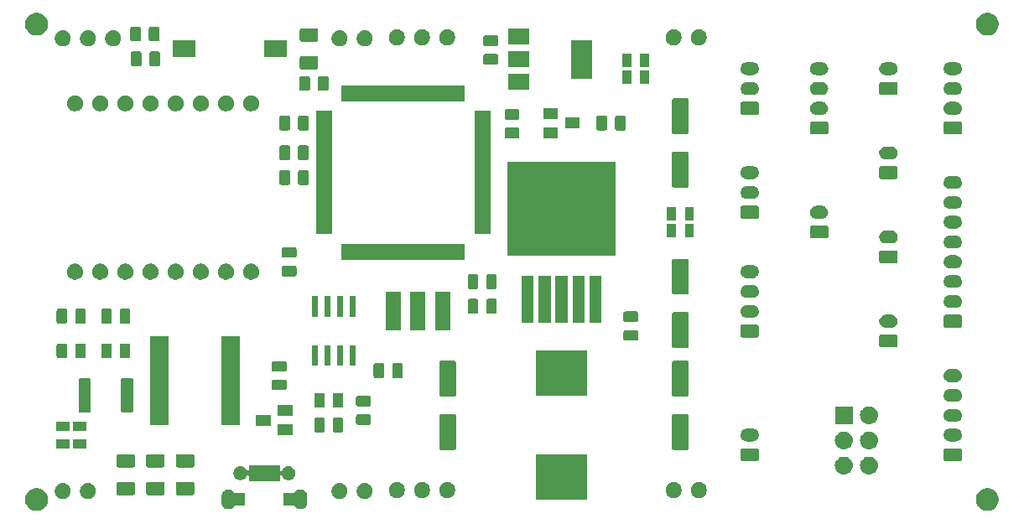
<source format=gbr>
%TF.GenerationSoftware,KiCad,Pcbnew,(5.0.2)-1*%
%TF.CreationDate,2019-03-24T20:38:46+01:00*%
%TF.ProjectId,TaggerMainboard,54616767-6572-44d6-9169-6e626f617264,rev?*%
%TF.SameCoordinates,Original*%
%TF.FileFunction,Soldermask,Top*%
%TF.FilePolarity,Negative*%
%FSLAX46Y46*%
G04 Gerber Fmt 4.6, Leading zero omitted, Abs format (unit mm)*
G04 Created by KiCad (PCBNEW (5.0.2)-1) date 24.03.2019 20:38:46*
%MOMM*%
%LPD*%
G01*
G04 APERTURE LIST*
%ADD10C,0.150000*%
G04 APERTURE END LIST*
D10*
G36*
X155335734Y-91893232D02*
X155545202Y-91979996D01*
X155733723Y-92105962D01*
X155894038Y-92266277D01*
X156020004Y-92454798D01*
X156106768Y-92664266D01*
X156151000Y-92886635D01*
X156151000Y-93113365D01*
X156106768Y-93335734D01*
X156020004Y-93545202D01*
X155894038Y-93733723D01*
X155733723Y-93894038D01*
X155545202Y-94020004D01*
X155335734Y-94106768D01*
X155113365Y-94151000D01*
X154886635Y-94151000D01*
X154664266Y-94106768D01*
X154454798Y-94020004D01*
X154266277Y-93894038D01*
X154105962Y-93733723D01*
X153979996Y-93545202D01*
X153893232Y-93335734D01*
X153849000Y-93113365D01*
X153849000Y-92886635D01*
X153893232Y-92664266D01*
X153979996Y-92454798D01*
X154105962Y-92266277D01*
X154266277Y-92105962D01*
X154454798Y-91979996D01*
X154664266Y-91893232D01*
X154886635Y-91849000D01*
X155113365Y-91849000D01*
X155335734Y-91893232D01*
X155335734Y-91893232D01*
G37*
G36*
X59335734Y-91893232D02*
X59545202Y-91979996D01*
X59733723Y-92105962D01*
X59894038Y-92266277D01*
X60020004Y-92454798D01*
X60106768Y-92664266D01*
X60151000Y-92886635D01*
X60151000Y-93113365D01*
X60106768Y-93335734D01*
X60020004Y-93545202D01*
X59894038Y-93733723D01*
X59733723Y-93894038D01*
X59545202Y-94020004D01*
X59335734Y-94106768D01*
X59113365Y-94151000D01*
X58886635Y-94151000D01*
X58664266Y-94106768D01*
X58454798Y-94020004D01*
X58266277Y-93894038D01*
X58105962Y-93733723D01*
X57979996Y-93545202D01*
X57893232Y-93335734D01*
X57849000Y-93113365D01*
X57849000Y-92886635D01*
X57893232Y-92664266D01*
X57979996Y-92454798D01*
X58105962Y-92266277D01*
X58266277Y-92105962D01*
X58454798Y-91979996D01*
X58664266Y-91893232D01*
X58886635Y-91849000D01*
X59113365Y-91849000D01*
X59335734Y-91893232D01*
X59335734Y-91893232D01*
G37*
G36*
X78512421Y-92009143D02*
X78644557Y-92049227D01*
X78644559Y-92049228D01*
X78766339Y-92114320D01*
X78873080Y-92201920D01*
X78956286Y-92303307D01*
X78973605Y-92320626D01*
X78993980Y-92334240D01*
X79016619Y-92343617D01*
X79040652Y-92348398D01*
X79052905Y-92349000D01*
X80076000Y-92349000D01*
X80076000Y-93651000D01*
X79052905Y-93651000D01*
X79028519Y-93653402D01*
X79005070Y-93660515D01*
X78983459Y-93672066D01*
X78964517Y-93687612D01*
X78956294Y-93696684D01*
X78898306Y-93767341D01*
X78873078Y-93798082D01*
X78780427Y-93874117D01*
X78766338Y-93885680D01*
X78750697Y-93894040D01*
X78644556Y-93950773D01*
X78512420Y-93990857D01*
X78375000Y-94004391D01*
X78237579Y-93990857D01*
X78105443Y-93950773D01*
X78105441Y-93950772D01*
X77983661Y-93885680D01*
X77906910Y-93822691D01*
X77876918Y-93798078D01*
X77789321Y-93691339D01*
X77789320Y-93691337D01*
X77724228Y-93569558D01*
X77724227Y-93569556D01*
X77684143Y-93437420D01*
X77674000Y-93334431D01*
X77674000Y-92665568D01*
X77684143Y-92562579D01*
X77724226Y-92430443D01*
X77762761Y-92358352D01*
X77789321Y-92308661D01*
X77876921Y-92201920D01*
X77983662Y-92114320D01*
X78105442Y-92049228D01*
X78105444Y-92049227D01*
X78237580Y-92009143D01*
X78375000Y-91995609D01*
X78512421Y-92009143D01*
X78512421Y-92009143D01*
G37*
G36*
X85762421Y-92009143D02*
X85894557Y-92049227D01*
X85894559Y-92049228D01*
X86016339Y-92114320D01*
X86123080Y-92201920D01*
X86210680Y-92308661D01*
X86257974Y-92397143D01*
X86275773Y-92430443D01*
X86315857Y-92562579D01*
X86326000Y-92665568D01*
X86326000Y-93334432D01*
X86315857Y-93437421D01*
X86275773Y-93569556D01*
X86275772Y-93569559D01*
X86210680Y-93691339D01*
X86147691Y-93768090D01*
X86123078Y-93798082D01*
X86030427Y-93874117D01*
X86016338Y-93885680D01*
X86000697Y-93894040D01*
X85894556Y-93950773D01*
X85762420Y-93990857D01*
X85625000Y-94004391D01*
X85487579Y-93990857D01*
X85355443Y-93950773D01*
X85355441Y-93950772D01*
X85233661Y-93885680D01*
X85167332Y-93831245D01*
X85126920Y-93798080D01*
X85082120Y-93743490D01*
X85043718Y-93696697D01*
X85026395Y-93679374D01*
X85006020Y-93665760D01*
X84983381Y-93656383D01*
X84959348Y-93651602D01*
X84947095Y-93651000D01*
X83924000Y-93651000D01*
X83924000Y-92349000D01*
X84947096Y-92349000D01*
X84971482Y-92346598D01*
X84994931Y-92339485D01*
X85016542Y-92327934D01*
X85035484Y-92312388D01*
X85043707Y-92303317D01*
X85126921Y-92201920D01*
X85233662Y-92114320D01*
X85355442Y-92049228D01*
X85355444Y-92049227D01*
X85487580Y-92009143D01*
X85625000Y-91995609D01*
X85762421Y-92009143D01*
X85762421Y-92009143D01*
G37*
G36*
X114551000Y-93051000D02*
X109449000Y-93051000D01*
X109449000Y-88449000D01*
X114551000Y-88449000D01*
X114551000Y-93051000D01*
X114551000Y-93051000D01*
G37*
G36*
X92367142Y-91378242D02*
X92481323Y-91425538D01*
X92488479Y-91428502D01*
X92515102Y-91439530D01*
X92582130Y-91484317D01*
X92648257Y-91528501D01*
X92761499Y-91641743D01*
X92805683Y-91707870D01*
X92850470Y-91774898D01*
X92911758Y-91922858D01*
X92943000Y-92079925D01*
X92943000Y-92240075D01*
X92911758Y-92397142D01*
X92850470Y-92545102D01*
X92761498Y-92678258D01*
X92648258Y-92791498D01*
X92515102Y-92880470D01*
X92367142Y-92941758D01*
X92210075Y-92973000D01*
X92049925Y-92973000D01*
X91892858Y-92941758D01*
X91744898Y-92880470D01*
X91611742Y-92791498D01*
X91498502Y-92678258D01*
X91409530Y-92545102D01*
X91348242Y-92397142D01*
X91317000Y-92240075D01*
X91317000Y-92079925D01*
X91348242Y-91922858D01*
X91409530Y-91774898D01*
X91454317Y-91707870D01*
X91498501Y-91641743D01*
X91611743Y-91528501D01*
X91677870Y-91484317D01*
X91744898Y-91439530D01*
X91771522Y-91428502D01*
X91778677Y-91425538D01*
X91892858Y-91378242D01*
X92049925Y-91347000D01*
X92210075Y-91347000D01*
X92367142Y-91378242D01*
X92367142Y-91378242D01*
G37*
G36*
X89827142Y-91378242D02*
X89941323Y-91425538D01*
X89948479Y-91428502D01*
X89975102Y-91439530D01*
X90042130Y-91484317D01*
X90108257Y-91528501D01*
X90221499Y-91641743D01*
X90265683Y-91707870D01*
X90310470Y-91774898D01*
X90371758Y-91922858D01*
X90403000Y-92079925D01*
X90403000Y-92240075D01*
X90371758Y-92397142D01*
X90310470Y-92545102D01*
X90221498Y-92678258D01*
X90108258Y-92791498D01*
X89975102Y-92880470D01*
X89827142Y-92941758D01*
X89670075Y-92973000D01*
X89509925Y-92973000D01*
X89352858Y-92941758D01*
X89204898Y-92880470D01*
X89071742Y-92791498D01*
X88958502Y-92678258D01*
X88869530Y-92545102D01*
X88808242Y-92397142D01*
X88777000Y-92240075D01*
X88777000Y-92079925D01*
X88808242Y-91922858D01*
X88869530Y-91774898D01*
X88914317Y-91707870D01*
X88958501Y-91641743D01*
X89071743Y-91528501D01*
X89137870Y-91484317D01*
X89204898Y-91439530D01*
X89231522Y-91428502D01*
X89238677Y-91425538D01*
X89352858Y-91378242D01*
X89509925Y-91347000D01*
X89670075Y-91347000D01*
X89827142Y-91378242D01*
X89827142Y-91378242D01*
G37*
G36*
X64427142Y-91378242D02*
X64541323Y-91425538D01*
X64548479Y-91428502D01*
X64575102Y-91439530D01*
X64642130Y-91484317D01*
X64708257Y-91528501D01*
X64821499Y-91641743D01*
X64865683Y-91707870D01*
X64910470Y-91774898D01*
X64971758Y-91922858D01*
X65003000Y-92079925D01*
X65003000Y-92240075D01*
X64971758Y-92397142D01*
X64910470Y-92545102D01*
X64821498Y-92678258D01*
X64708258Y-92791498D01*
X64575102Y-92880470D01*
X64427142Y-92941758D01*
X64270075Y-92973000D01*
X64109925Y-92973000D01*
X63952858Y-92941758D01*
X63804898Y-92880470D01*
X63671742Y-92791498D01*
X63558502Y-92678258D01*
X63469530Y-92545102D01*
X63408242Y-92397142D01*
X63377000Y-92240075D01*
X63377000Y-92079925D01*
X63408242Y-91922858D01*
X63469530Y-91774898D01*
X63514317Y-91707870D01*
X63558501Y-91641743D01*
X63671743Y-91528501D01*
X63737870Y-91484317D01*
X63804898Y-91439530D01*
X63831522Y-91428502D01*
X63838677Y-91425538D01*
X63952858Y-91378242D01*
X64109925Y-91347000D01*
X64270075Y-91347000D01*
X64427142Y-91378242D01*
X64427142Y-91378242D01*
G37*
G36*
X61887142Y-91378242D02*
X62001323Y-91425538D01*
X62008479Y-91428502D01*
X62035102Y-91439530D01*
X62102130Y-91484317D01*
X62168257Y-91528501D01*
X62281499Y-91641743D01*
X62325683Y-91707870D01*
X62370470Y-91774898D01*
X62431758Y-91922858D01*
X62463000Y-92079925D01*
X62463000Y-92240075D01*
X62431758Y-92397142D01*
X62370470Y-92545102D01*
X62281498Y-92678258D01*
X62168258Y-92791498D01*
X62035102Y-92880470D01*
X61887142Y-92941758D01*
X61730075Y-92973000D01*
X61569925Y-92973000D01*
X61412858Y-92941758D01*
X61264898Y-92880470D01*
X61131742Y-92791498D01*
X61018502Y-92678258D01*
X60929530Y-92545102D01*
X60868242Y-92397142D01*
X60837000Y-92240075D01*
X60837000Y-92079925D01*
X60868242Y-91922858D01*
X60929530Y-91774898D01*
X60974317Y-91707870D01*
X61018501Y-91641743D01*
X61131743Y-91528501D01*
X61197870Y-91484317D01*
X61264898Y-91439530D01*
X61291522Y-91428502D01*
X61298677Y-91425538D01*
X61412858Y-91378242D01*
X61569925Y-91347000D01*
X61730075Y-91347000D01*
X61887142Y-91378242D01*
X61887142Y-91378242D01*
G37*
G36*
X100687142Y-91278242D02*
X100835102Y-91339530D01*
X100893039Y-91378242D01*
X100963823Y-91425538D01*
X100968258Y-91428502D01*
X101081498Y-91541742D01*
X101170470Y-91674898D01*
X101231758Y-91822858D01*
X101263000Y-91979925D01*
X101263000Y-92140075D01*
X101231758Y-92297142D01*
X101170470Y-92445102D01*
X101135925Y-92496802D01*
X101085912Y-92571653D01*
X101081498Y-92578258D01*
X100968258Y-92691498D01*
X100835102Y-92780470D01*
X100835101Y-92780471D01*
X100835100Y-92780471D01*
X100808476Y-92791499D01*
X100687142Y-92841758D01*
X100530075Y-92873000D01*
X100369925Y-92873000D01*
X100212858Y-92841758D01*
X100091524Y-92791499D01*
X100064900Y-92780471D01*
X100064899Y-92780471D01*
X100064898Y-92780470D01*
X99931742Y-92691498D01*
X99818502Y-92578258D01*
X99814089Y-92571653D01*
X99764075Y-92496802D01*
X99729530Y-92445102D01*
X99668242Y-92297142D01*
X99637000Y-92140075D01*
X99637000Y-91979925D01*
X99668242Y-91822858D01*
X99729530Y-91674898D01*
X99818502Y-91541742D01*
X99931742Y-91428502D01*
X99936178Y-91425538D01*
X100006961Y-91378242D01*
X100064898Y-91339530D01*
X100212858Y-91278242D01*
X100369925Y-91247000D01*
X100530075Y-91247000D01*
X100687142Y-91278242D01*
X100687142Y-91278242D01*
G37*
G36*
X98147142Y-91278242D02*
X98295102Y-91339530D01*
X98353039Y-91378242D01*
X98423823Y-91425538D01*
X98428258Y-91428502D01*
X98541498Y-91541742D01*
X98630470Y-91674898D01*
X98691758Y-91822858D01*
X98723000Y-91979925D01*
X98723000Y-92140075D01*
X98691758Y-92297142D01*
X98630470Y-92445102D01*
X98595925Y-92496802D01*
X98545912Y-92571653D01*
X98541498Y-92578258D01*
X98428258Y-92691498D01*
X98295102Y-92780470D01*
X98295101Y-92780471D01*
X98295100Y-92780471D01*
X98268476Y-92791499D01*
X98147142Y-92841758D01*
X97990075Y-92873000D01*
X97829925Y-92873000D01*
X97672858Y-92841758D01*
X97551524Y-92791499D01*
X97524900Y-92780471D01*
X97524899Y-92780471D01*
X97524898Y-92780470D01*
X97391742Y-92691498D01*
X97278502Y-92578258D01*
X97274089Y-92571653D01*
X97224075Y-92496802D01*
X97189530Y-92445102D01*
X97128242Y-92297142D01*
X97097000Y-92140075D01*
X97097000Y-91979925D01*
X97128242Y-91822858D01*
X97189530Y-91674898D01*
X97278502Y-91541742D01*
X97391742Y-91428502D01*
X97396178Y-91425538D01*
X97466961Y-91378242D01*
X97524898Y-91339530D01*
X97672858Y-91278242D01*
X97829925Y-91247000D01*
X97990075Y-91247000D01*
X98147142Y-91278242D01*
X98147142Y-91278242D01*
G37*
G36*
X95607142Y-91278242D02*
X95755102Y-91339530D01*
X95813039Y-91378242D01*
X95883823Y-91425538D01*
X95888258Y-91428502D01*
X96001498Y-91541742D01*
X96090470Y-91674898D01*
X96151758Y-91822858D01*
X96183000Y-91979925D01*
X96183000Y-92140075D01*
X96151758Y-92297142D01*
X96090470Y-92445102D01*
X96055925Y-92496802D01*
X96005912Y-92571653D01*
X96001498Y-92578258D01*
X95888258Y-92691498D01*
X95755102Y-92780470D01*
X95755101Y-92780471D01*
X95755100Y-92780471D01*
X95728476Y-92791499D01*
X95607142Y-92841758D01*
X95450075Y-92873000D01*
X95289925Y-92873000D01*
X95132858Y-92841758D01*
X95011524Y-92791499D01*
X94984900Y-92780471D01*
X94984899Y-92780471D01*
X94984898Y-92780470D01*
X94851742Y-92691498D01*
X94738502Y-92578258D01*
X94734089Y-92571653D01*
X94684075Y-92496802D01*
X94649530Y-92445102D01*
X94588242Y-92297142D01*
X94557000Y-92140075D01*
X94557000Y-91979925D01*
X94588242Y-91822858D01*
X94649530Y-91674898D01*
X94738502Y-91541742D01*
X94851742Y-91428502D01*
X94856178Y-91425538D01*
X94926961Y-91378242D01*
X94984898Y-91339530D01*
X95132858Y-91278242D01*
X95289925Y-91247000D01*
X95450075Y-91247000D01*
X95607142Y-91278242D01*
X95607142Y-91278242D01*
G37*
G36*
X123547142Y-91278242D02*
X123695102Y-91339530D01*
X123753039Y-91378242D01*
X123823823Y-91425538D01*
X123828258Y-91428502D01*
X123941498Y-91541742D01*
X124030470Y-91674898D01*
X124091758Y-91822858D01*
X124123000Y-91979925D01*
X124123000Y-92140075D01*
X124091758Y-92297142D01*
X124030470Y-92445102D01*
X123995925Y-92496802D01*
X123945912Y-92571653D01*
X123941498Y-92578258D01*
X123828258Y-92691498D01*
X123695102Y-92780470D01*
X123695101Y-92780471D01*
X123695100Y-92780471D01*
X123668476Y-92791499D01*
X123547142Y-92841758D01*
X123390075Y-92873000D01*
X123229925Y-92873000D01*
X123072858Y-92841758D01*
X122951524Y-92791499D01*
X122924900Y-92780471D01*
X122924899Y-92780471D01*
X122924898Y-92780470D01*
X122791742Y-92691498D01*
X122678502Y-92578258D01*
X122674089Y-92571653D01*
X122624075Y-92496802D01*
X122589530Y-92445102D01*
X122528242Y-92297142D01*
X122497000Y-92140075D01*
X122497000Y-91979925D01*
X122528242Y-91822858D01*
X122589530Y-91674898D01*
X122678502Y-91541742D01*
X122791742Y-91428502D01*
X122796178Y-91425538D01*
X122866961Y-91378242D01*
X122924898Y-91339530D01*
X123072858Y-91278242D01*
X123229925Y-91247000D01*
X123390075Y-91247000D01*
X123547142Y-91278242D01*
X123547142Y-91278242D01*
G37*
G36*
X126087142Y-91278242D02*
X126235102Y-91339530D01*
X126293039Y-91378242D01*
X126363823Y-91425538D01*
X126368258Y-91428502D01*
X126481498Y-91541742D01*
X126570470Y-91674898D01*
X126631758Y-91822858D01*
X126663000Y-91979925D01*
X126663000Y-92140075D01*
X126631758Y-92297142D01*
X126570470Y-92445102D01*
X126535925Y-92496802D01*
X126485912Y-92571653D01*
X126481498Y-92578258D01*
X126368258Y-92691498D01*
X126235102Y-92780470D01*
X126235101Y-92780471D01*
X126235100Y-92780471D01*
X126208476Y-92791499D01*
X126087142Y-92841758D01*
X125930075Y-92873000D01*
X125769925Y-92873000D01*
X125612858Y-92841758D01*
X125491524Y-92791499D01*
X125464900Y-92780471D01*
X125464899Y-92780471D01*
X125464898Y-92780470D01*
X125331742Y-92691498D01*
X125218502Y-92578258D01*
X125214089Y-92571653D01*
X125164075Y-92496802D01*
X125129530Y-92445102D01*
X125068242Y-92297142D01*
X125037000Y-92140075D01*
X125037000Y-91979925D01*
X125068242Y-91822858D01*
X125129530Y-91674898D01*
X125218502Y-91541742D01*
X125331742Y-91428502D01*
X125336178Y-91425538D01*
X125406961Y-91378242D01*
X125464898Y-91339530D01*
X125612858Y-91278242D01*
X125769925Y-91247000D01*
X125930075Y-91247000D01*
X126087142Y-91278242D01*
X126087142Y-91278242D01*
G37*
G36*
X74768604Y-91228347D02*
X74805145Y-91239432D01*
X74838820Y-91257431D01*
X74868341Y-91281659D01*
X74892569Y-91311180D01*
X74910568Y-91344855D01*
X74921653Y-91381396D01*
X74926000Y-91425538D01*
X74926000Y-92374462D01*
X74921653Y-92418604D01*
X74910568Y-92455145D01*
X74892569Y-92488820D01*
X74868341Y-92518341D01*
X74838820Y-92542569D01*
X74805145Y-92560568D01*
X74768604Y-92571653D01*
X74724462Y-92576000D01*
X73275538Y-92576000D01*
X73231396Y-92571653D01*
X73194855Y-92560568D01*
X73161180Y-92542569D01*
X73131659Y-92518341D01*
X73107431Y-92488820D01*
X73089432Y-92455145D01*
X73078347Y-92418604D01*
X73074000Y-92374462D01*
X73074000Y-91425538D01*
X73078347Y-91381396D01*
X73089432Y-91344855D01*
X73107431Y-91311180D01*
X73131659Y-91281659D01*
X73161180Y-91257431D01*
X73194855Y-91239432D01*
X73231396Y-91228347D01*
X73275538Y-91224000D01*
X74724462Y-91224000D01*
X74768604Y-91228347D01*
X74768604Y-91228347D01*
G37*
G36*
X71768604Y-91228347D02*
X71805145Y-91239432D01*
X71838820Y-91257431D01*
X71868341Y-91281659D01*
X71892569Y-91311180D01*
X71910568Y-91344855D01*
X71921653Y-91381396D01*
X71926000Y-91425538D01*
X71926000Y-92374462D01*
X71921653Y-92418604D01*
X71910568Y-92455145D01*
X71892569Y-92488820D01*
X71868341Y-92518341D01*
X71838820Y-92542569D01*
X71805145Y-92560568D01*
X71768604Y-92571653D01*
X71724462Y-92576000D01*
X70275538Y-92576000D01*
X70231396Y-92571653D01*
X70194855Y-92560568D01*
X70161180Y-92542569D01*
X70131659Y-92518341D01*
X70107431Y-92488820D01*
X70089432Y-92455145D01*
X70078347Y-92418604D01*
X70074000Y-92374462D01*
X70074000Y-91425538D01*
X70078347Y-91381396D01*
X70089432Y-91344855D01*
X70107431Y-91311180D01*
X70131659Y-91281659D01*
X70161180Y-91257431D01*
X70194855Y-91239432D01*
X70231396Y-91228347D01*
X70275538Y-91224000D01*
X71724462Y-91224000D01*
X71768604Y-91228347D01*
X71768604Y-91228347D01*
G37*
G36*
X68768604Y-91228347D02*
X68805145Y-91239432D01*
X68838820Y-91257431D01*
X68868341Y-91281659D01*
X68892569Y-91311180D01*
X68910568Y-91344855D01*
X68921653Y-91381396D01*
X68926000Y-91425538D01*
X68926000Y-92374462D01*
X68921653Y-92418604D01*
X68910568Y-92455145D01*
X68892569Y-92488820D01*
X68868341Y-92518341D01*
X68838820Y-92542569D01*
X68805145Y-92560568D01*
X68768604Y-92571653D01*
X68724462Y-92576000D01*
X67275538Y-92576000D01*
X67231396Y-92571653D01*
X67194855Y-92560568D01*
X67161180Y-92542569D01*
X67131659Y-92518341D01*
X67107431Y-92488820D01*
X67089432Y-92455145D01*
X67078347Y-92418604D01*
X67074000Y-92374462D01*
X67074000Y-91425538D01*
X67078347Y-91381396D01*
X67089432Y-91344855D01*
X67107431Y-91311180D01*
X67131659Y-91281659D01*
X67161180Y-91257431D01*
X67194855Y-91239432D01*
X67231396Y-91228347D01*
X67275538Y-91224000D01*
X68724462Y-91224000D01*
X68768604Y-91228347D01*
X68768604Y-91228347D01*
G37*
G36*
X83551000Y-89999803D02*
X83553402Y-90024189D01*
X83560515Y-90047638D01*
X83572066Y-90069249D01*
X83587612Y-90088191D01*
X83606554Y-90103737D01*
X83628165Y-90115288D01*
X83651614Y-90122401D01*
X83676000Y-90124803D01*
X83700386Y-90122401D01*
X83723835Y-90115288D01*
X83745446Y-90103737D01*
X83764388Y-90088191D01*
X83779934Y-90069249D01*
X83791485Y-90047638D01*
X83803781Y-90017953D01*
X83880500Y-89903135D01*
X83978135Y-89805500D01*
X84092951Y-89728782D01*
X84220528Y-89675938D01*
X84355956Y-89649000D01*
X84494044Y-89649000D01*
X84629472Y-89675938D01*
X84757049Y-89728782D01*
X84871865Y-89805500D01*
X84969500Y-89903135D01*
X85046218Y-90017951D01*
X85099062Y-90145528D01*
X85126000Y-90280956D01*
X85126000Y-90419044D01*
X85099062Y-90554472D01*
X85046218Y-90682049D01*
X84969500Y-90796865D01*
X84871865Y-90894500D01*
X84757049Y-90971218D01*
X84629472Y-91024062D01*
X84494044Y-91051000D01*
X84355956Y-91051000D01*
X84220528Y-91024062D01*
X84092951Y-90971218D01*
X83978135Y-90894500D01*
X83880500Y-90796865D01*
X83803781Y-90682047D01*
X83791485Y-90652362D01*
X83779934Y-90630751D01*
X83764388Y-90611809D01*
X83745446Y-90596263D01*
X83723835Y-90584712D01*
X83700386Y-90577599D01*
X83676000Y-90575197D01*
X83651614Y-90577599D01*
X83628165Y-90584712D01*
X83606554Y-90596263D01*
X83587612Y-90611809D01*
X83572066Y-90630751D01*
X83560515Y-90652362D01*
X83553402Y-90675811D01*
X83551000Y-90700197D01*
X83551000Y-91201000D01*
X80449000Y-91201000D01*
X80449000Y-90700197D01*
X80446598Y-90675811D01*
X80439485Y-90652362D01*
X80427934Y-90630751D01*
X80412388Y-90611809D01*
X80393446Y-90596263D01*
X80371835Y-90584712D01*
X80348386Y-90577599D01*
X80324000Y-90575197D01*
X80299614Y-90577599D01*
X80276165Y-90584712D01*
X80254554Y-90596263D01*
X80235612Y-90611809D01*
X80220066Y-90630751D01*
X80208515Y-90652362D01*
X80196219Y-90682047D01*
X80119500Y-90796865D01*
X80021865Y-90894500D01*
X79907049Y-90971218D01*
X79779472Y-91024062D01*
X79644044Y-91051000D01*
X79505956Y-91051000D01*
X79370528Y-91024062D01*
X79242951Y-90971218D01*
X79128135Y-90894500D01*
X79030500Y-90796865D01*
X78953782Y-90682049D01*
X78900938Y-90554472D01*
X78874000Y-90419044D01*
X78874000Y-90280956D01*
X78900938Y-90145528D01*
X78953782Y-90017951D01*
X79030500Y-89903135D01*
X79128135Y-89805500D01*
X79242951Y-89728782D01*
X79370528Y-89675938D01*
X79505956Y-89649000D01*
X79644044Y-89649000D01*
X79779472Y-89675938D01*
X79907049Y-89728782D01*
X80021865Y-89805500D01*
X80119500Y-89903135D01*
X80196219Y-90017953D01*
X80208515Y-90047638D01*
X80220066Y-90069249D01*
X80235612Y-90088191D01*
X80254554Y-90103737D01*
X80276165Y-90115288D01*
X80299614Y-90122401D01*
X80324000Y-90124803D01*
X80348386Y-90122401D01*
X80371835Y-90115288D01*
X80393446Y-90103737D01*
X80412388Y-90088191D01*
X80427934Y-90069249D01*
X80439485Y-90047638D01*
X80446598Y-90024189D01*
X80449000Y-89999803D01*
X80449000Y-89599000D01*
X83551000Y-89599000D01*
X83551000Y-89999803D01*
X83551000Y-89999803D01*
G37*
G36*
X140610442Y-88685518D02*
X140676627Y-88692037D01*
X140789853Y-88726384D01*
X140846467Y-88743557D01*
X140985087Y-88817652D01*
X141002991Y-88827222D01*
X141038729Y-88856552D01*
X141140186Y-88939814D01*
X141214567Y-89030449D01*
X141252778Y-89077009D01*
X141252779Y-89077011D01*
X141336443Y-89233533D01*
X141336443Y-89233534D01*
X141387963Y-89403373D01*
X141405359Y-89580000D01*
X141387963Y-89756627D01*
X141353616Y-89869853D01*
X141336443Y-89926467D01*
X141287542Y-90017953D01*
X141252778Y-90082991D01*
X141248510Y-90088191D01*
X141140186Y-90220186D01*
X141038729Y-90303448D01*
X141002991Y-90332778D01*
X141002989Y-90332779D01*
X140846467Y-90416443D01*
X140837892Y-90419044D01*
X140676627Y-90467963D01*
X140610442Y-90474482D01*
X140544260Y-90481000D01*
X140455740Y-90481000D01*
X140389558Y-90474482D01*
X140323373Y-90467963D01*
X140162108Y-90419044D01*
X140153533Y-90416443D01*
X139997011Y-90332779D01*
X139997009Y-90332778D01*
X139961271Y-90303448D01*
X139859814Y-90220186D01*
X139751490Y-90088191D01*
X139747222Y-90082991D01*
X139712458Y-90017953D01*
X139663557Y-89926467D01*
X139646384Y-89869853D01*
X139612037Y-89756627D01*
X139594641Y-89580000D01*
X139612037Y-89403373D01*
X139663557Y-89233534D01*
X139663557Y-89233533D01*
X139747221Y-89077011D01*
X139747222Y-89077009D01*
X139785433Y-89030449D01*
X139859814Y-88939814D01*
X139961271Y-88856552D01*
X139997009Y-88827222D01*
X140014913Y-88817652D01*
X140153533Y-88743557D01*
X140210147Y-88726384D01*
X140323373Y-88692037D01*
X140389558Y-88685518D01*
X140455740Y-88679000D01*
X140544260Y-88679000D01*
X140610442Y-88685518D01*
X140610442Y-88685518D01*
G37*
G36*
X143150442Y-88685518D02*
X143216627Y-88692037D01*
X143329853Y-88726384D01*
X143386467Y-88743557D01*
X143525087Y-88817652D01*
X143542991Y-88827222D01*
X143578729Y-88856552D01*
X143680186Y-88939814D01*
X143754567Y-89030449D01*
X143792778Y-89077009D01*
X143792779Y-89077011D01*
X143876443Y-89233533D01*
X143876443Y-89233534D01*
X143927963Y-89403373D01*
X143945359Y-89580000D01*
X143927963Y-89756627D01*
X143893616Y-89869853D01*
X143876443Y-89926467D01*
X143827542Y-90017953D01*
X143792778Y-90082991D01*
X143788510Y-90088191D01*
X143680186Y-90220186D01*
X143578729Y-90303448D01*
X143542991Y-90332778D01*
X143542989Y-90332779D01*
X143386467Y-90416443D01*
X143377892Y-90419044D01*
X143216627Y-90467963D01*
X143150442Y-90474482D01*
X143084260Y-90481000D01*
X142995740Y-90481000D01*
X142929558Y-90474482D01*
X142863373Y-90467963D01*
X142702108Y-90419044D01*
X142693533Y-90416443D01*
X142537011Y-90332779D01*
X142537009Y-90332778D01*
X142501271Y-90303448D01*
X142399814Y-90220186D01*
X142291490Y-90088191D01*
X142287222Y-90082991D01*
X142252458Y-90017953D01*
X142203557Y-89926467D01*
X142186384Y-89869853D01*
X142152037Y-89756627D01*
X142134641Y-89580000D01*
X142152037Y-89403373D01*
X142203557Y-89233534D01*
X142203557Y-89233533D01*
X142287221Y-89077011D01*
X142287222Y-89077009D01*
X142325433Y-89030449D01*
X142399814Y-88939814D01*
X142501271Y-88856552D01*
X142537009Y-88827222D01*
X142554913Y-88817652D01*
X142693533Y-88743557D01*
X142750147Y-88726384D01*
X142863373Y-88692037D01*
X142929558Y-88685518D01*
X142995740Y-88679000D01*
X143084260Y-88679000D01*
X143150442Y-88685518D01*
X143150442Y-88685518D01*
G37*
G36*
X74768604Y-88428347D02*
X74805145Y-88439432D01*
X74838820Y-88457431D01*
X74868341Y-88481659D01*
X74892569Y-88511180D01*
X74910568Y-88544855D01*
X74921653Y-88581396D01*
X74926000Y-88625538D01*
X74926000Y-89574462D01*
X74921653Y-89618604D01*
X74910568Y-89655145D01*
X74892569Y-89688820D01*
X74868341Y-89718341D01*
X74838820Y-89742569D01*
X74805145Y-89760568D01*
X74768604Y-89771653D01*
X74724462Y-89776000D01*
X73275538Y-89776000D01*
X73231396Y-89771653D01*
X73194855Y-89760568D01*
X73161180Y-89742569D01*
X73131659Y-89718341D01*
X73107431Y-89688820D01*
X73089432Y-89655145D01*
X73078347Y-89618604D01*
X73074000Y-89574462D01*
X73074000Y-88625538D01*
X73078347Y-88581396D01*
X73089432Y-88544855D01*
X73107431Y-88511180D01*
X73131659Y-88481659D01*
X73161180Y-88457431D01*
X73194855Y-88439432D01*
X73231396Y-88428347D01*
X73275538Y-88424000D01*
X74724462Y-88424000D01*
X74768604Y-88428347D01*
X74768604Y-88428347D01*
G37*
G36*
X68768604Y-88428347D02*
X68805145Y-88439432D01*
X68838820Y-88457431D01*
X68868341Y-88481659D01*
X68892569Y-88511180D01*
X68910568Y-88544855D01*
X68921653Y-88581396D01*
X68926000Y-88625538D01*
X68926000Y-89574462D01*
X68921653Y-89618604D01*
X68910568Y-89655145D01*
X68892569Y-89688820D01*
X68868341Y-89718341D01*
X68838820Y-89742569D01*
X68805145Y-89760568D01*
X68768604Y-89771653D01*
X68724462Y-89776000D01*
X67275538Y-89776000D01*
X67231396Y-89771653D01*
X67194855Y-89760568D01*
X67161180Y-89742569D01*
X67131659Y-89718341D01*
X67107431Y-89688820D01*
X67089432Y-89655145D01*
X67078347Y-89618604D01*
X67074000Y-89574462D01*
X67074000Y-88625538D01*
X67078347Y-88581396D01*
X67089432Y-88544855D01*
X67107431Y-88511180D01*
X67131659Y-88481659D01*
X67161180Y-88457431D01*
X67194855Y-88439432D01*
X67231396Y-88428347D01*
X67275538Y-88424000D01*
X68724462Y-88424000D01*
X68768604Y-88428347D01*
X68768604Y-88428347D01*
G37*
G36*
X71768604Y-88428347D02*
X71805145Y-88439432D01*
X71838820Y-88457431D01*
X71868341Y-88481659D01*
X71892569Y-88511180D01*
X71910568Y-88544855D01*
X71921653Y-88581396D01*
X71926000Y-88625538D01*
X71926000Y-89574462D01*
X71921653Y-89618604D01*
X71910568Y-89655145D01*
X71892569Y-89688820D01*
X71868341Y-89718341D01*
X71838820Y-89742569D01*
X71805145Y-89760568D01*
X71768604Y-89771653D01*
X71724462Y-89776000D01*
X70275538Y-89776000D01*
X70231396Y-89771653D01*
X70194855Y-89760568D01*
X70161180Y-89742569D01*
X70131659Y-89718341D01*
X70107431Y-89688820D01*
X70089432Y-89655145D01*
X70078347Y-89618604D01*
X70074000Y-89574462D01*
X70074000Y-88625538D01*
X70078347Y-88581396D01*
X70089432Y-88544855D01*
X70107431Y-88511180D01*
X70131659Y-88481659D01*
X70161180Y-88457431D01*
X70194855Y-88439432D01*
X70231396Y-88428347D01*
X70275538Y-88424000D01*
X71724462Y-88424000D01*
X71768604Y-88428347D01*
X71768604Y-88428347D01*
G37*
G36*
X131766242Y-87853404D02*
X131803339Y-87864657D01*
X131837520Y-87882927D01*
X131867482Y-87907518D01*
X131892073Y-87937480D01*
X131910343Y-87971661D01*
X131921596Y-88008758D01*
X131926000Y-88053473D01*
X131926000Y-88946527D01*
X131921596Y-88991242D01*
X131910343Y-89028339D01*
X131892073Y-89062520D01*
X131867482Y-89092482D01*
X131837520Y-89117073D01*
X131803339Y-89135343D01*
X131766242Y-89146596D01*
X131721527Y-89151000D01*
X130278473Y-89151000D01*
X130233758Y-89146596D01*
X130196661Y-89135343D01*
X130162480Y-89117073D01*
X130132518Y-89092482D01*
X130107927Y-89062520D01*
X130089657Y-89028339D01*
X130078404Y-88991242D01*
X130074000Y-88946527D01*
X130074000Y-88053473D01*
X130078404Y-88008758D01*
X130089657Y-87971661D01*
X130107927Y-87937480D01*
X130132518Y-87907518D01*
X130162480Y-87882927D01*
X130196661Y-87864657D01*
X130233758Y-87853404D01*
X130278473Y-87849000D01*
X131721527Y-87849000D01*
X131766242Y-87853404D01*
X131766242Y-87853404D01*
G37*
G36*
X152266242Y-87853404D02*
X152303339Y-87864657D01*
X152337520Y-87882927D01*
X152367482Y-87907518D01*
X152392073Y-87937480D01*
X152410343Y-87971661D01*
X152421596Y-88008758D01*
X152426000Y-88053473D01*
X152426000Y-88946527D01*
X152421596Y-88991242D01*
X152410343Y-89028339D01*
X152392073Y-89062520D01*
X152367482Y-89092482D01*
X152337520Y-89117073D01*
X152303339Y-89135343D01*
X152266242Y-89146596D01*
X152221527Y-89151000D01*
X150778473Y-89151000D01*
X150733758Y-89146596D01*
X150696661Y-89135343D01*
X150662480Y-89117073D01*
X150632518Y-89092482D01*
X150607927Y-89062520D01*
X150589657Y-89028339D01*
X150578404Y-88991242D01*
X150574000Y-88946527D01*
X150574000Y-88053473D01*
X150578404Y-88008758D01*
X150589657Y-87971661D01*
X150607927Y-87937480D01*
X150632518Y-87907518D01*
X150662480Y-87882927D01*
X150696661Y-87864657D01*
X150733758Y-87853404D01*
X150778473Y-87849000D01*
X152221527Y-87849000D01*
X152266242Y-87853404D01*
X152266242Y-87853404D01*
G37*
G36*
X101205996Y-84403051D02*
X101239653Y-84413261D01*
X101270667Y-84429838D01*
X101297852Y-84452148D01*
X101320162Y-84479333D01*
X101336739Y-84510347D01*
X101346949Y-84544004D01*
X101351000Y-84585138D01*
X101351000Y-87814862D01*
X101346949Y-87855996D01*
X101336739Y-87889653D01*
X101320162Y-87920667D01*
X101297852Y-87947852D01*
X101270667Y-87970162D01*
X101239653Y-87986739D01*
X101205996Y-87996949D01*
X101164862Y-88001000D01*
X99835138Y-88001000D01*
X99794004Y-87996949D01*
X99760347Y-87986739D01*
X99729333Y-87970162D01*
X99702148Y-87947852D01*
X99679838Y-87920667D01*
X99663261Y-87889653D01*
X99653051Y-87855996D01*
X99649000Y-87814862D01*
X99649000Y-84585138D01*
X99653051Y-84544004D01*
X99663261Y-84510347D01*
X99679838Y-84479333D01*
X99702148Y-84452148D01*
X99729333Y-84429838D01*
X99760347Y-84413261D01*
X99794004Y-84403051D01*
X99835138Y-84399000D01*
X101164862Y-84399000D01*
X101205996Y-84403051D01*
X101205996Y-84403051D01*
G37*
G36*
X124705996Y-84403051D02*
X124739653Y-84413261D01*
X124770667Y-84429838D01*
X124797852Y-84452148D01*
X124820162Y-84479333D01*
X124836739Y-84510347D01*
X124846949Y-84544004D01*
X124851000Y-84585138D01*
X124851000Y-87814862D01*
X124846949Y-87855996D01*
X124836739Y-87889653D01*
X124820162Y-87920667D01*
X124797852Y-87947852D01*
X124770667Y-87970162D01*
X124739653Y-87986739D01*
X124705996Y-87996949D01*
X124664862Y-88001000D01*
X123335138Y-88001000D01*
X123294004Y-87996949D01*
X123260347Y-87986739D01*
X123229333Y-87970162D01*
X123202148Y-87947852D01*
X123179838Y-87920667D01*
X123163261Y-87889653D01*
X123153051Y-87855996D01*
X123149000Y-87814862D01*
X123149000Y-84585138D01*
X123153051Y-84544004D01*
X123163261Y-84510347D01*
X123179838Y-84479333D01*
X123202148Y-84452148D01*
X123229333Y-84429838D01*
X123260347Y-84413261D01*
X123294004Y-84403051D01*
X123335138Y-84399000D01*
X124664862Y-84399000D01*
X124705996Y-84403051D01*
X124705996Y-84403051D01*
G37*
G36*
X143150442Y-86145518D02*
X143216627Y-86152037D01*
X143329853Y-86186384D01*
X143386467Y-86203557D01*
X143472731Y-86249667D01*
X143542991Y-86287222D01*
X143578729Y-86316552D01*
X143680186Y-86399814D01*
X143762405Y-86500000D01*
X143792778Y-86537009D01*
X143792779Y-86537011D01*
X143876443Y-86693533D01*
X143876443Y-86693534D01*
X143927963Y-86863373D01*
X143945359Y-87040000D01*
X143927963Y-87216627D01*
X143893616Y-87329853D01*
X143876443Y-87386467D01*
X143802348Y-87525087D01*
X143792778Y-87542991D01*
X143763448Y-87578729D01*
X143680186Y-87680186D01*
X143578729Y-87763448D01*
X143542991Y-87792778D01*
X143542989Y-87792779D01*
X143386467Y-87876443D01*
X143329853Y-87893616D01*
X143216627Y-87927963D01*
X143150442Y-87934482D01*
X143084260Y-87941000D01*
X142995740Y-87941000D01*
X142929558Y-87934482D01*
X142863373Y-87927963D01*
X142750147Y-87893616D01*
X142693533Y-87876443D01*
X142537011Y-87792779D01*
X142537009Y-87792778D01*
X142501271Y-87763448D01*
X142399814Y-87680186D01*
X142316552Y-87578729D01*
X142287222Y-87542991D01*
X142277652Y-87525087D01*
X142203557Y-87386467D01*
X142186384Y-87329853D01*
X142152037Y-87216627D01*
X142134641Y-87040000D01*
X142152037Y-86863373D01*
X142203557Y-86693534D01*
X142203557Y-86693533D01*
X142287221Y-86537011D01*
X142287222Y-86537009D01*
X142317595Y-86500000D01*
X142399814Y-86399814D01*
X142501271Y-86316552D01*
X142537009Y-86287222D01*
X142607269Y-86249667D01*
X142693533Y-86203557D01*
X142750147Y-86186384D01*
X142863373Y-86152037D01*
X142929558Y-86145518D01*
X142995740Y-86139000D01*
X143084260Y-86139000D01*
X143150442Y-86145518D01*
X143150442Y-86145518D01*
G37*
G36*
X140610442Y-86145518D02*
X140676627Y-86152037D01*
X140789853Y-86186384D01*
X140846467Y-86203557D01*
X140932731Y-86249667D01*
X141002991Y-86287222D01*
X141038729Y-86316552D01*
X141140186Y-86399814D01*
X141222405Y-86500000D01*
X141252778Y-86537009D01*
X141252779Y-86537011D01*
X141336443Y-86693533D01*
X141336443Y-86693534D01*
X141387963Y-86863373D01*
X141405359Y-87040000D01*
X141387963Y-87216627D01*
X141353616Y-87329853D01*
X141336443Y-87386467D01*
X141262348Y-87525087D01*
X141252778Y-87542991D01*
X141223448Y-87578729D01*
X141140186Y-87680186D01*
X141038729Y-87763448D01*
X141002991Y-87792778D01*
X141002989Y-87792779D01*
X140846467Y-87876443D01*
X140789853Y-87893616D01*
X140676627Y-87927963D01*
X140610442Y-87934482D01*
X140544260Y-87941000D01*
X140455740Y-87941000D01*
X140389558Y-87934482D01*
X140323373Y-87927963D01*
X140210147Y-87893616D01*
X140153533Y-87876443D01*
X139997011Y-87792779D01*
X139997009Y-87792778D01*
X139961271Y-87763448D01*
X139859814Y-87680186D01*
X139776552Y-87578729D01*
X139747222Y-87542991D01*
X139737652Y-87525087D01*
X139663557Y-87386467D01*
X139646384Y-87329853D01*
X139612037Y-87216627D01*
X139594641Y-87040000D01*
X139612037Y-86863373D01*
X139663557Y-86693534D01*
X139663557Y-86693533D01*
X139747221Y-86537011D01*
X139747222Y-86537009D01*
X139777595Y-86500000D01*
X139859814Y-86399814D01*
X139961271Y-86316552D01*
X139997009Y-86287222D01*
X140067269Y-86249667D01*
X140153533Y-86203557D01*
X140210147Y-86186384D01*
X140323373Y-86152037D01*
X140389558Y-86145518D01*
X140455740Y-86139000D01*
X140544260Y-86139000D01*
X140610442Y-86145518D01*
X140610442Y-86145518D01*
G37*
G36*
X64001000Y-87851000D02*
X62649000Y-87851000D01*
X62649000Y-86949000D01*
X64001000Y-86949000D01*
X64001000Y-87851000D01*
X64001000Y-87851000D01*
G37*
G36*
X62351000Y-87851000D02*
X60999000Y-87851000D01*
X60999000Y-86949000D01*
X62351000Y-86949000D01*
X62351000Y-87851000D01*
X62351000Y-87851000D01*
G37*
G36*
X151838855Y-85852140D02*
X151902618Y-85858420D01*
X151984427Y-85883237D01*
X152025333Y-85895645D01*
X152125491Y-85949181D01*
X152138426Y-85956095D01*
X152237553Y-86037447D01*
X152318905Y-86136574D01*
X152318906Y-86136576D01*
X152379355Y-86249667D01*
X152379355Y-86249668D01*
X152416580Y-86372382D01*
X152429149Y-86500000D01*
X152416580Y-86627618D01*
X152391763Y-86709427D01*
X152379355Y-86750333D01*
X152325819Y-86850491D01*
X152318905Y-86863426D01*
X152237553Y-86962553D01*
X152138426Y-87043905D01*
X152138424Y-87043906D01*
X152025333Y-87104355D01*
X151984427Y-87116763D01*
X151902618Y-87141580D01*
X151838855Y-87147860D01*
X151806974Y-87151000D01*
X151193026Y-87151000D01*
X151161145Y-87147860D01*
X151097382Y-87141580D01*
X151015573Y-87116763D01*
X150974667Y-87104355D01*
X150861576Y-87043906D01*
X150861574Y-87043905D01*
X150762447Y-86962553D01*
X150681095Y-86863426D01*
X150674181Y-86850491D01*
X150620645Y-86750333D01*
X150608237Y-86709427D01*
X150583420Y-86627618D01*
X150570851Y-86500000D01*
X150583420Y-86372382D01*
X150620645Y-86249668D01*
X150620645Y-86249667D01*
X150681094Y-86136576D01*
X150681095Y-86136574D01*
X150762447Y-86037447D01*
X150861574Y-85956095D01*
X150874509Y-85949181D01*
X150974667Y-85895645D01*
X151015573Y-85883237D01*
X151097382Y-85858420D01*
X151161145Y-85852140D01*
X151193026Y-85849000D01*
X151806974Y-85849000D01*
X151838855Y-85852140D01*
X151838855Y-85852140D01*
G37*
G36*
X131338855Y-85852140D02*
X131402618Y-85858420D01*
X131484427Y-85883237D01*
X131525333Y-85895645D01*
X131625491Y-85949181D01*
X131638426Y-85956095D01*
X131737553Y-86037447D01*
X131818905Y-86136574D01*
X131818906Y-86136576D01*
X131879355Y-86249667D01*
X131879355Y-86249668D01*
X131916580Y-86372382D01*
X131929149Y-86500000D01*
X131916580Y-86627618D01*
X131891763Y-86709427D01*
X131879355Y-86750333D01*
X131825819Y-86850491D01*
X131818905Y-86863426D01*
X131737553Y-86962553D01*
X131638426Y-87043905D01*
X131638424Y-87043906D01*
X131525333Y-87104355D01*
X131484427Y-87116763D01*
X131402618Y-87141580D01*
X131338855Y-87147860D01*
X131306974Y-87151000D01*
X130693026Y-87151000D01*
X130661145Y-87147860D01*
X130597382Y-87141580D01*
X130515573Y-87116763D01*
X130474667Y-87104355D01*
X130361576Y-87043906D01*
X130361574Y-87043905D01*
X130262447Y-86962553D01*
X130181095Y-86863426D01*
X130174181Y-86850491D01*
X130120645Y-86750333D01*
X130108237Y-86709427D01*
X130083420Y-86627618D01*
X130070851Y-86500000D01*
X130083420Y-86372382D01*
X130120645Y-86249668D01*
X130120645Y-86249667D01*
X130181094Y-86136576D01*
X130181095Y-86136574D01*
X130262447Y-86037447D01*
X130361574Y-85956095D01*
X130374509Y-85949181D01*
X130474667Y-85895645D01*
X130515573Y-85883237D01*
X130597382Y-85858420D01*
X130661145Y-85852140D01*
X130693026Y-85849000D01*
X131306974Y-85849000D01*
X131338855Y-85852140D01*
X131338855Y-85852140D01*
G37*
G36*
X84851000Y-86501000D02*
X83349000Y-86501000D01*
X83349000Y-85399000D01*
X84851000Y-85399000D01*
X84851000Y-86501000D01*
X84851000Y-86501000D01*
G37*
G36*
X89809466Y-84753565D02*
X89848137Y-84765296D01*
X89883779Y-84784348D01*
X89915017Y-84809983D01*
X89940652Y-84841221D01*
X89959704Y-84876863D01*
X89971435Y-84915534D01*
X89976000Y-84961888D01*
X89976000Y-86038112D01*
X89971435Y-86084466D01*
X89959704Y-86123137D01*
X89940652Y-86158779D01*
X89915017Y-86190017D01*
X89883779Y-86215652D01*
X89848137Y-86234704D01*
X89809466Y-86246435D01*
X89763112Y-86251000D01*
X89111888Y-86251000D01*
X89065534Y-86246435D01*
X89026863Y-86234704D01*
X88991221Y-86215652D01*
X88959983Y-86190017D01*
X88934348Y-86158779D01*
X88915296Y-86123137D01*
X88903565Y-86084466D01*
X88899000Y-86038112D01*
X88899000Y-84961888D01*
X88903565Y-84915534D01*
X88915296Y-84876863D01*
X88934348Y-84841221D01*
X88959983Y-84809983D01*
X88991221Y-84784348D01*
X89026863Y-84765296D01*
X89065534Y-84753565D01*
X89111888Y-84749000D01*
X89763112Y-84749000D01*
X89809466Y-84753565D01*
X89809466Y-84753565D01*
G37*
G36*
X87934466Y-84753565D02*
X87973137Y-84765296D01*
X88008779Y-84784348D01*
X88040017Y-84809983D01*
X88065652Y-84841221D01*
X88084704Y-84876863D01*
X88096435Y-84915534D01*
X88101000Y-84961888D01*
X88101000Y-86038112D01*
X88096435Y-86084466D01*
X88084704Y-86123137D01*
X88065652Y-86158779D01*
X88040017Y-86190017D01*
X88008779Y-86215652D01*
X87973137Y-86234704D01*
X87934466Y-86246435D01*
X87888112Y-86251000D01*
X87236888Y-86251000D01*
X87190534Y-86246435D01*
X87151863Y-86234704D01*
X87116221Y-86215652D01*
X87084983Y-86190017D01*
X87059348Y-86158779D01*
X87040296Y-86123137D01*
X87028565Y-86084466D01*
X87024000Y-86038112D01*
X87024000Y-84961888D01*
X87028565Y-84915534D01*
X87040296Y-84876863D01*
X87059348Y-84841221D01*
X87084983Y-84809983D01*
X87116221Y-84784348D01*
X87151863Y-84765296D01*
X87190534Y-84753565D01*
X87236888Y-84749000D01*
X87888112Y-84749000D01*
X87934466Y-84753565D01*
X87934466Y-84753565D01*
G37*
G36*
X64001000Y-86051000D02*
X62649000Y-86051000D01*
X62649000Y-85149000D01*
X64001000Y-85149000D01*
X64001000Y-86051000D01*
X64001000Y-86051000D01*
G37*
G36*
X62351000Y-86051000D02*
X60999000Y-86051000D01*
X60999000Y-85149000D01*
X62351000Y-85149000D01*
X62351000Y-86051000D01*
X62351000Y-86051000D01*
G37*
G36*
X82651000Y-85551000D02*
X81149000Y-85551000D01*
X81149000Y-84449000D01*
X82651000Y-84449000D01*
X82651000Y-85551000D01*
X82651000Y-85551000D01*
G37*
G36*
X72326000Y-85501000D02*
X70474000Y-85501000D01*
X70474000Y-76499000D01*
X72326000Y-76499000D01*
X72326000Y-85501000D01*
X72326000Y-85501000D01*
G37*
G36*
X79526000Y-85501000D02*
X77674000Y-85501000D01*
X77674000Y-76499000D01*
X79526000Y-76499000D01*
X79526000Y-85501000D01*
X79526000Y-85501000D01*
G37*
G36*
X92584466Y-84403565D02*
X92623137Y-84415296D01*
X92658779Y-84434348D01*
X92690017Y-84459983D01*
X92715652Y-84491221D01*
X92734704Y-84526863D01*
X92746435Y-84565534D01*
X92751000Y-84611888D01*
X92751000Y-85263112D01*
X92746435Y-85309466D01*
X92734704Y-85348137D01*
X92715652Y-85383779D01*
X92690017Y-85415017D01*
X92658779Y-85440652D01*
X92623137Y-85459704D01*
X92584466Y-85471435D01*
X92538112Y-85476000D01*
X91461888Y-85476000D01*
X91415534Y-85471435D01*
X91376863Y-85459704D01*
X91341221Y-85440652D01*
X91309983Y-85415017D01*
X91284348Y-85383779D01*
X91265296Y-85348137D01*
X91253565Y-85309466D01*
X91249000Y-85263112D01*
X91249000Y-84611888D01*
X91253565Y-84565534D01*
X91265296Y-84526863D01*
X91284348Y-84491221D01*
X91309983Y-84459983D01*
X91341221Y-84434348D01*
X91376863Y-84415296D01*
X91415534Y-84403565D01*
X91461888Y-84399000D01*
X92538112Y-84399000D01*
X92584466Y-84403565D01*
X92584466Y-84403565D01*
G37*
G36*
X141401000Y-85401000D02*
X139599000Y-85401000D01*
X139599000Y-83599000D01*
X141401000Y-83599000D01*
X141401000Y-85401000D01*
X141401000Y-85401000D01*
G37*
G36*
X143150442Y-83605518D02*
X143216627Y-83612037D01*
X143329853Y-83646384D01*
X143386467Y-83663557D01*
X143483928Y-83715652D01*
X143542991Y-83747222D01*
X143547594Y-83751000D01*
X143680186Y-83859814D01*
X143759200Y-83956094D01*
X143792778Y-83997009D01*
X143792779Y-83997011D01*
X143876443Y-84153533D01*
X143876443Y-84153534D01*
X143927963Y-84323373D01*
X143945359Y-84500000D01*
X143927963Y-84676627D01*
X143899792Y-84769495D01*
X143876443Y-84846467D01*
X143839697Y-84915212D01*
X143792778Y-85002991D01*
X143780255Y-85018250D01*
X143680186Y-85140186D01*
X143599076Y-85206750D01*
X143542991Y-85252778D01*
X143542989Y-85252779D01*
X143386467Y-85336443D01*
X143347916Y-85348137D01*
X143216627Y-85387963D01*
X143150443Y-85394481D01*
X143084260Y-85401000D01*
X142995740Y-85401000D01*
X142929557Y-85394481D01*
X142863373Y-85387963D01*
X142732084Y-85348137D01*
X142693533Y-85336443D01*
X142537011Y-85252779D01*
X142537009Y-85252778D01*
X142480924Y-85206750D01*
X142399814Y-85140186D01*
X142299745Y-85018250D01*
X142287222Y-85002991D01*
X142240303Y-84915212D01*
X142203557Y-84846467D01*
X142180208Y-84769495D01*
X142152037Y-84676627D01*
X142134641Y-84500000D01*
X142152037Y-84323373D01*
X142203557Y-84153534D01*
X142203557Y-84153533D01*
X142287221Y-83997011D01*
X142287222Y-83997009D01*
X142320800Y-83956094D01*
X142399814Y-83859814D01*
X142532406Y-83751000D01*
X142537009Y-83747222D01*
X142596072Y-83715652D01*
X142693533Y-83663557D01*
X142750147Y-83646384D01*
X142863373Y-83612037D01*
X142929558Y-83605518D01*
X142995740Y-83599000D01*
X143084260Y-83599000D01*
X143150442Y-83605518D01*
X143150442Y-83605518D01*
G37*
G36*
X151838855Y-83852140D02*
X151902618Y-83858420D01*
X151984427Y-83883237D01*
X152025333Y-83895645D01*
X152125491Y-83949181D01*
X152138426Y-83956095D01*
X152237553Y-84037447D01*
X152318905Y-84136574D01*
X152318906Y-84136576D01*
X152379355Y-84249667D01*
X152379355Y-84249668D01*
X152416580Y-84372382D01*
X152429149Y-84500000D01*
X152416580Y-84627618D01*
X152405259Y-84664937D01*
X152379355Y-84750333D01*
X152347471Y-84809983D01*
X152318905Y-84863426D01*
X152237553Y-84962553D01*
X152138426Y-85043905D01*
X152138424Y-85043906D01*
X152025333Y-85104355D01*
X151984427Y-85116763D01*
X151902618Y-85141580D01*
X151838855Y-85147860D01*
X151806974Y-85151000D01*
X151193026Y-85151000D01*
X151161145Y-85147860D01*
X151097382Y-85141580D01*
X151015573Y-85116763D01*
X150974667Y-85104355D01*
X150861576Y-85043906D01*
X150861574Y-85043905D01*
X150762447Y-84962553D01*
X150681095Y-84863426D01*
X150652529Y-84809983D01*
X150620645Y-84750333D01*
X150594741Y-84664937D01*
X150583420Y-84627618D01*
X150570851Y-84500000D01*
X150583420Y-84372382D01*
X150620645Y-84249668D01*
X150620645Y-84249667D01*
X150681094Y-84136576D01*
X150681095Y-84136574D01*
X150762447Y-84037447D01*
X150861574Y-83956095D01*
X150874509Y-83949181D01*
X150974667Y-83895645D01*
X151015573Y-83883237D01*
X151097382Y-83858420D01*
X151161145Y-83852140D01*
X151193026Y-83849000D01*
X151806974Y-83849000D01*
X151838855Y-83852140D01*
X151838855Y-83852140D01*
G37*
G36*
X84851000Y-84601000D02*
X83349000Y-84601000D01*
X83349000Y-83499000D01*
X84851000Y-83499000D01*
X84851000Y-84601000D01*
X84851000Y-84601000D01*
G37*
G36*
X68587308Y-80753498D02*
X68625317Y-80765028D01*
X68660348Y-80783753D01*
X68691050Y-80808950D01*
X68716247Y-80839652D01*
X68734972Y-80874683D01*
X68746502Y-80912692D01*
X68751000Y-80958362D01*
X68751000Y-84041638D01*
X68746502Y-84087308D01*
X68734972Y-84125317D01*
X68716247Y-84160348D01*
X68691050Y-84191050D01*
X68660348Y-84216247D01*
X68625317Y-84234972D01*
X68587308Y-84246502D01*
X68541638Y-84251000D01*
X67733362Y-84251000D01*
X67687692Y-84246502D01*
X67649683Y-84234972D01*
X67614652Y-84216247D01*
X67583950Y-84191050D01*
X67558753Y-84160348D01*
X67540028Y-84125317D01*
X67528498Y-84087308D01*
X67524000Y-84041638D01*
X67524000Y-80958362D01*
X67528498Y-80912692D01*
X67540028Y-80874683D01*
X67558753Y-80839652D01*
X67583950Y-80808950D01*
X67614652Y-80783753D01*
X67649683Y-80765028D01*
X67687692Y-80753498D01*
X67733362Y-80749000D01*
X68541638Y-80749000D01*
X68587308Y-80753498D01*
X68587308Y-80753498D01*
G37*
G36*
X64312308Y-80753498D02*
X64350317Y-80765028D01*
X64385348Y-80783753D01*
X64416050Y-80808950D01*
X64441247Y-80839652D01*
X64459972Y-80874683D01*
X64471502Y-80912692D01*
X64476000Y-80958362D01*
X64476000Y-84041638D01*
X64471502Y-84087308D01*
X64459972Y-84125317D01*
X64441247Y-84160348D01*
X64416050Y-84191050D01*
X64385348Y-84216247D01*
X64350317Y-84234972D01*
X64312308Y-84246502D01*
X64266638Y-84251000D01*
X63458362Y-84251000D01*
X63412692Y-84246502D01*
X63374683Y-84234972D01*
X63339652Y-84216247D01*
X63308950Y-84191050D01*
X63283753Y-84160348D01*
X63265028Y-84125317D01*
X63253498Y-84087308D01*
X63249000Y-84041638D01*
X63249000Y-80958362D01*
X63253498Y-80912692D01*
X63265028Y-80874683D01*
X63283753Y-80839652D01*
X63308950Y-80808950D01*
X63339652Y-80783753D01*
X63374683Y-80765028D01*
X63412692Y-80753498D01*
X63458362Y-80749000D01*
X64266638Y-80749000D01*
X64312308Y-80753498D01*
X64312308Y-80753498D01*
G37*
G36*
X87934466Y-82253565D02*
X87973137Y-82265296D01*
X88008779Y-82284348D01*
X88040017Y-82309983D01*
X88065652Y-82341221D01*
X88084704Y-82376863D01*
X88096435Y-82415534D01*
X88101000Y-82461888D01*
X88101000Y-83538112D01*
X88096435Y-83584466D01*
X88084704Y-83623137D01*
X88065652Y-83658779D01*
X88040017Y-83690017D01*
X88008779Y-83715652D01*
X87973137Y-83734704D01*
X87934466Y-83746435D01*
X87888112Y-83751000D01*
X87236888Y-83751000D01*
X87190534Y-83746435D01*
X87151863Y-83734704D01*
X87116221Y-83715652D01*
X87084983Y-83690017D01*
X87059348Y-83658779D01*
X87040296Y-83623137D01*
X87028565Y-83584466D01*
X87024000Y-83538112D01*
X87024000Y-82461888D01*
X87028565Y-82415534D01*
X87040296Y-82376863D01*
X87059348Y-82341221D01*
X87084983Y-82309983D01*
X87116221Y-82284348D01*
X87151863Y-82265296D01*
X87190534Y-82253565D01*
X87236888Y-82249000D01*
X87888112Y-82249000D01*
X87934466Y-82253565D01*
X87934466Y-82253565D01*
G37*
G36*
X89809466Y-82253565D02*
X89848137Y-82265296D01*
X89883779Y-82284348D01*
X89915017Y-82309983D01*
X89940652Y-82341221D01*
X89959704Y-82376863D01*
X89971435Y-82415534D01*
X89976000Y-82461888D01*
X89976000Y-83538112D01*
X89971435Y-83584466D01*
X89959704Y-83623137D01*
X89940652Y-83658779D01*
X89915017Y-83690017D01*
X89883779Y-83715652D01*
X89848137Y-83734704D01*
X89809466Y-83746435D01*
X89763112Y-83751000D01*
X89111888Y-83751000D01*
X89065534Y-83746435D01*
X89026863Y-83734704D01*
X88991221Y-83715652D01*
X88959983Y-83690017D01*
X88934348Y-83658779D01*
X88915296Y-83623137D01*
X88903565Y-83584466D01*
X88899000Y-83538112D01*
X88899000Y-82461888D01*
X88903565Y-82415534D01*
X88915296Y-82376863D01*
X88934348Y-82341221D01*
X88959983Y-82309983D01*
X88991221Y-82284348D01*
X89026863Y-82265296D01*
X89065534Y-82253565D01*
X89111888Y-82249000D01*
X89763112Y-82249000D01*
X89809466Y-82253565D01*
X89809466Y-82253565D01*
G37*
G36*
X92584466Y-82528565D02*
X92623137Y-82540296D01*
X92658779Y-82559348D01*
X92690017Y-82584983D01*
X92715652Y-82616221D01*
X92734704Y-82651863D01*
X92746435Y-82690534D01*
X92751000Y-82736888D01*
X92751000Y-83388112D01*
X92746435Y-83434466D01*
X92734704Y-83473137D01*
X92715652Y-83508779D01*
X92690017Y-83540017D01*
X92658779Y-83565652D01*
X92623137Y-83584704D01*
X92584466Y-83596435D01*
X92538112Y-83601000D01*
X91461888Y-83601000D01*
X91415534Y-83596435D01*
X91376863Y-83584704D01*
X91341221Y-83565652D01*
X91309983Y-83540017D01*
X91284348Y-83508779D01*
X91265296Y-83473137D01*
X91253565Y-83434466D01*
X91249000Y-83388112D01*
X91249000Y-82736888D01*
X91253565Y-82690534D01*
X91265296Y-82651863D01*
X91284348Y-82616221D01*
X91309983Y-82584983D01*
X91341221Y-82559348D01*
X91376863Y-82540296D01*
X91415534Y-82528565D01*
X91461888Y-82524000D01*
X92538112Y-82524000D01*
X92584466Y-82528565D01*
X92584466Y-82528565D01*
G37*
G36*
X151838855Y-81852140D02*
X151902618Y-81858420D01*
X151984427Y-81883237D01*
X152025333Y-81895645D01*
X152109534Y-81940652D01*
X152138426Y-81956095D01*
X152237553Y-82037447D01*
X152318905Y-82136574D01*
X152318906Y-82136576D01*
X152379355Y-82249667D01*
X152389875Y-82284348D01*
X152416580Y-82372382D01*
X152429149Y-82500000D01*
X152416580Y-82627618D01*
X152391763Y-82709427D01*
X152379355Y-82750333D01*
X152356415Y-82793250D01*
X152318905Y-82863426D01*
X152237553Y-82962553D01*
X152138426Y-83043905D01*
X152138424Y-83043906D01*
X152025333Y-83104355D01*
X151984427Y-83116763D01*
X151902618Y-83141580D01*
X151838855Y-83147860D01*
X151806974Y-83151000D01*
X151193026Y-83151000D01*
X151161145Y-83147860D01*
X151097382Y-83141580D01*
X151015573Y-83116763D01*
X150974667Y-83104355D01*
X150861576Y-83043906D01*
X150861574Y-83043905D01*
X150762447Y-82962553D01*
X150681095Y-82863426D01*
X150643585Y-82793250D01*
X150620645Y-82750333D01*
X150608237Y-82709427D01*
X150583420Y-82627618D01*
X150570851Y-82500000D01*
X150583420Y-82372382D01*
X150610125Y-82284348D01*
X150620645Y-82249667D01*
X150681094Y-82136576D01*
X150681095Y-82136574D01*
X150762447Y-82037447D01*
X150861574Y-81956095D01*
X150890466Y-81940652D01*
X150974667Y-81895645D01*
X151015573Y-81883237D01*
X151097382Y-81858420D01*
X151161145Y-81852140D01*
X151193026Y-81849000D01*
X151806974Y-81849000D01*
X151838855Y-81852140D01*
X151838855Y-81852140D01*
G37*
G36*
X124705996Y-79003051D02*
X124739653Y-79013261D01*
X124770667Y-79029838D01*
X124797852Y-79052148D01*
X124820162Y-79079333D01*
X124836739Y-79110347D01*
X124846949Y-79144004D01*
X124851000Y-79185138D01*
X124851000Y-82414862D01*
X124846949Y-82455996D01*
X124836739Y-82489653D01*
X124820162Y-82520667D01*
X124797852Y-82547852D01*
X124770667Y-82570162D01*
X124739653Y-82586739D01*
X124705996Y-82596949D01*
X124664862Y-82601000D01*
X123335138Y-82601000D01*
X123294004Y-82596949D01*
X123260347Y-82586739D01*
X123229333Y-82570162D01*
X123202148Y-82547852D01*
X123179838Y-82520667D01*
X123163261Y-82489653D01*
X123153051Y-82455996D01*
X123149000Y-82414862D01*
X123149000Y-79185138D01*
X123153051Y-79144004D01*
X123163261Y-79110347D01*
X123179838Y-79079333D01*
X123202148Y-79052148D01*
X123229333Y-79029838D01*
X123260347Y-79013261D01*
X123294004Y-79003051D01*
X123335138Y-78999000D01*
X124664862Y-78999000D01*
X124705996Y-79003051D01*
X124705996Y-79003051D01*
G37*
G36*
X101205996Y-79003051D02*
X101239653Y-79013261D01*
X101270667Y-79029838D01*
X101297852Y-79052148D01*
X101320162Y-79079333D01*
X101336739Y-79110347D01*
X101346949Y-79144004D01*
X101351000Y-79185138D01*
X101351000Y-82414862D01*
X101346949Y-82455996D01*
X101336739Y-82489653D01*
X101320162Y-82520667D01*
X101297852Y-82547852D01*
X101270667Y-82570162D01*
X101239653Y-82586739D01*
X101205996Y-82596949D01*
X101164862Y-82601000D01*
X99835138Y-82601000D01*
X99794004Y-82596949D01*
X99760347Y-82586739D01*
X99729333Y-82570162D01*
X99702148Y-82547852D01*
X99679838Y-82520667D01*
X99663261Y-82489653D01*
X99653051Y-82455996D01*
X99649000Y-82414862D01*
X99649000Y-79185138D01*
X99653051Y-79144004D01*
X99663261Y-79110347D01*
X99679838Y-79079333D01*
X99702148Y-79052148D01*
X99729333Y-79029838D01*
X99760347Y-79013261D01*
X99794004Y-79003051D01*
X99835138Y-78999000D01*
X101164862Y-78999000D01*
X101205996Y-79003051D01*
X101205996Y-79003051D01*
G37*
G36*
X114551000Y-82551000D02*
X109449000Y-82551000D01*
X109449000Y-77949000D01*
X114551000Y-77949000D01*
X114551000Y-82551000D01*
X114551000Y-82551000D01*
G37*
G36*
X84084466Y-80903565D02*
X84123137Y-80915296D01*
X84158779Y-80934348D01*
X84190017Y-80959983D01*
X84215652Y-80991221D01*
X84234704Y-81026863D01*
X84246435Y-81065534D01*
X84251000Y-81111888D01*
X84251000Y-81763112D01*
X84246435Y-81809466D01*
X84234704Y-81848137D01*
X84215652Y-81883779D01*
X84190017Y-81915017D01*
X84158779Y-81940652D01*
X84123137Y-81959704D01*
X84084466Y-81971435D01*
X84038112Y-81976000D01*
X82961888Y-81976000D01*
X82915534Y-81971435D01*
X82876863Y-81959704D01*
X82841221Y-81940652D01*
X82809983Y-81915017D01*
X82784348Y-81883779D01*
X82765296Y-81848137D01*
X82753565Y-81809466D01*
X82749000Y-81763112D01*
X82749000Y-81111888D01*
X82753565Y-81065534D01*
X82765296Y-81026863D01*
X82784348Y-80991221D01*
X82809983Y-80959983D01*
X82841221Y-80934348D01*
X82876863Y-80915296D01*
X82915534Y-80903565D01*
X82961888Y-80899000D01*
X84038112Y-80899000D01*
X84084466Y-80903565D01*
X84084466Y-80903565D01*
G37*
G36*
X151838855Y-79852140D02*
X151902618Y-79858420D01*
X151984427Y-79883237D01*
X152025333Y-79895645D01*
X152125491Y-79949181D01*
X152138426Y-79956095D01*
X152237553Y-80037447D01*
X152318905Y-80136574D01*
X152318906Y-80136576D01*
X152379355Y-80249667D01*
X152379355Y-80249668D01*
X152416580Y-80372382D01*
X152429149Y-80500000D01*
X152416580Y-80627618D01*
X152397651Y-80690017D01*
X152379355Y-80750333D01*
X152325819Y-80850491D01*
X152318905Y-80863426D01*
X152237553Y-80962553D01*
X152138426Y-81043905D01*
X152138424Y-81043906D01*
X152025333Y-81104355D01*
X152000499Y-81111888D01*
X151902618Y-81141580D01*
X151838855Y-81147860D01*
X151806974Y-81151000D01*
X151193026Y-81151000D01*
X151161145Y-81147860D01*
X151097382Y-81141580D01*
X150999501Y-81111888D01*
X150974667Y-81104355D01*
X150861576Y-81043906D01*
X150861574Y-81043905D01*
X150762447Y-80962553D01*
X150681095Y-80863426D01*
X150674181Y-80850491D01*
X150620645Y-80750333D01*
X150602349Y-80690017D01*
X150583420Y-80627618D01*
X150570851Y-80500000D01*
X150583420Y-80372382D01*
X150620645Y-80249668D01*
X150620645Y-80249667D01*
X150681094Y-80136576D01*
X150681095Y-80136574D01*
X150762447Y-80037447D01*
X150861574Y-79956095D01*
X150874509Y-79949181D01*
X150974667Y-79895645D01*
X151015573Y-79883237D01*
X151097382Y-79858420D01*
X151161145Y-79852140D01*
X151193026Y-79849000D01*
X151806974Y-79849000D01*
X151838855Y-79852140D01*
X151838855Y-79852140D01*
G37*
G36*
X95809466Y-79253565D02*
X95848137Y-79265296D01*
X95883779Y-79284348D01*
X95915017Y-79309983D01*
X95940652Y-79341221D01*
X95959704Y-79376863D01*
X95971435Y-79415534D01*
X95976000Y-79461888D01*
X95976000Y-80538112D01*
X95971435Y-80584466D01*
X95959704Y-80623137D01*
X95940652Y-80658779D01*
X95915017Y-80690017D01*
X95883779Y-80715652D01*
X95848137Y-80734704D01*
X95809466Y-80746435D01*
X95763112Y-80751000D01*
X95111888Y-80751000D01*
X95065534Y-80746435D01*
X95026863Y-80734704D01*
X94991221Y-80715652D01*
X94959983Y-80690017D01*
X94934348Y-80658779D01*
X94915296Y-80623137D01*
X94903565Y-80584466D01*
X94899000Y-80538112D01*
X94899000Y-79461888D01*
X94903565Y-79415534D01*
X94915296Y-79376863D01*
X94934348Y-79341221D01*
X94959983Y-79309983D01*
X94991221Y-79284348D01*
X95026863Y-79265296D01*
X95065534Y-79253565D01*
X95111888Y-79249000D01*
X95763112Y-79249000D01*
X95809466Y-79253565D01*
X95809466Y-79253565D01*
G37*
G36*
X93934466Y-79253565D02*
X93973137Y-79265296D01*
X94008779Y-79284348D01*
X94040017Y-79309983D01*
X94065652Y-79341221D01*
X94084704Y-79376863D01*
X94096435Y-79415534D01*
X94101000Y-79461888D01*
X94101000Y-80538112D01*
X94096435Y-80584466D01*
X94084704Y-80623137D01*
X94065652Y-80658779D01*
X94040017Y-80690017D01*
X94008779Y-80715652D01*
X93973137Y-80734704D01*
X93934466Y-80746435D01*
X93888112Y-80751000D01*
X93236888Y-80751000D01*
X93190534Y-80746435D01*
X93151863Y-80734704D01*
X93116221Y-80715652D01*
X93084983Y-80690017D01*
X93059348Y-80658779D01*
X93040296Y-80623137D01*
X93028565Y-80584466D01*
X93024000Y-80538112D01*
X93024000Y-79461888D01*
X93028565Y-79415534D01*
X93040296Y-79376863D01*
X93059348Y-79341221D01*
X93084983Y-79309983D01*
X93116221Y-79284348D01*
X93151863Y-79265296D01*
X93190534Y-79253565D01*
X93236888Y-79249000D01*
X93888112Y-79249000D01*
X93934466Y-79253565D01*
X93934466Y-79253565D01*
G37*
G36*
X84084466Y-79028565D02*
X84123137Y-79040296D01*
X84158779Y-79059348D01*
X84190017Y-79084983D01*
X84215652Y-79116221D01*
X84234704Y-79151863D01*
X84246435Y-79190534D01*
X84251000Y-79236888D01*
X84251000Y-79888112D01*
X84246435Y-79934466D01*
X84234704Y-79973137D01*
X84215652Y-80008779D01*
X84190017Y-80040017D01*
X84158779Y-80065652D01*
X84123137Y-80084704D01*
X84084466Y-80096435D01*
X84038112Y-80101000D01*
X82961888Y-80101000D01*
X82915534Y-80096435D01*
X82876863Y-80084704D01*
X82841221Y-80065652D01*
X82809983Y-80040017D01*
X82784348Y-80008779D01*
X82765296Y-79973137D01*
X82753565Y-79934466D01*
X82749000Y-79888112D01*
X82749000Y-79236888D01*
X82753565Y-79190534D01*
X82765296Y-79151863D01*
X82784348Y-79116221D01*
X82809983Y-79084983D01*
X82841221Y-79059348D01*
X82876863Y-79040296D01*
X82915534Y-79028565D01*
X82961888Y-79024000D01*
X84038112Y-79024000D01*
X84084466Y-79028565D01*
X84084466Y-79028565D01*
G37*
G36*
X88670000Y-79505400D02*
X88060000Y-79505400D01*
X88060000Y-77422200D01*
X88670000Y-77422200D01*
X88670000Y-79505400D01*
X88670000Y-79505400D01*
G37*
G36*
X87400000Y-79505400D02*
X86790000Y-79505400D01*
X86790000Y-77422200D01*
X87400000Y-77422200D01*
X87400000Y-79505400D01*
X87400000Y-79505400D01*
G37*
G36*
X89940000Y-79505400D02*
X89330000Y-79505400D01*
X89330000Y-77422200D01*
X89940000Y-77422200D01*
X89940000Y-79505400D01*
X89940000Y-79505400D01*
G37*
G36*
X91210000Y-79505400D02*
X90600000Y-79505400D01*
X90600000Y-77422200D01*
X91210000Y-77422200D01*
X91210000Y-79505400D01*
X91210000Y-79505400D01*
G37*
G36*
X61934466Y-77253565D02*
X61973137Y-77265296D01*
X62008779Y-77284348D01*
X62040017Y-77309983D01*
X62065652Y-77341221D01*
X62084704Y-77376863D01*
X62096435Y-77415534D01*
X62101000Y-77461888D01*
X62101000Y-78538112D01*
X62096435Y-78584466D01*
X62084704Y-78623137D01*
X62065652Y-78658779D01*
X62040017Y-78690017D01*
X62008779Y-78715652D01*
X61973137Y-78734704D01*
X61934466Y-78746435D01*
X61888112Y-78751000D01*
X61236888Y-78751000D01*
X61190534Y-78746435D01*
X61151863Y-78734704D01*
X61116221Y-78715652D01*
X61084983Y-78690017D01*
X61059348Y-78658779D01*
X61040296Y-78623137D01*
X61028565Y-78584466D01*
X61024000Y-78538112D01*
X61024000Y-77461888D01*
X61028565Y-77415534D01*
X61040296Y-77376863D01*
X61059348Y-77341221D01*
X61084983Y-77309983D01*
X61116221Y-77284348D01*
X61151863Y-77265296D01*
X61190534Y-77253565D01*
X61236888Y-77249000D01*
X61888112Y-77249000D01*
X61934466Y-77253565D01*
X61934466Y-77253565D01*
G37*
G36*
X63809466Y-77253565D02*
X63848137Y-77265296D01*
X63883779Y-77284348D01*
X63915017Y-77309983D01*
X63940652Y-77341221D01*
X63959704Y-77376863D01*
X63971435Y-77415534D01*
X63976000Y-77461888D01*
X63976000Y-78538112D01*
X63971435Y-78584466D01*
X63959704Y-78623137D01*
X63940652Y-78658779D01*
X63915017Y-78690017D01*
X63883779Y-78715652D01*
X63848137Y-78734704D01*
X63809466Y-78746435D01*
X63763112Y-78751000D01*
X63111888Y-78751000D01*
X63065534Y-78746435D01*
X63026863Y-78734704D01*
X62991221Y-78715652D01*
X62959983Y-78690017D01*
X62934348Y-78658779D01*
X62915296Y-78623137D01*
X62903565Y-78584466D01*
X62899000Y-78538112D01*
X62899000Y-77461888D01*
X62903565Y-77415534D01*
X62915296Y-77376863D01*
X62934348Y-77341221D01*
X62959983Y-77309983D01*
X62991221Y-77284348D01*
X63026863Y-77265296D01*
X63065534Y-77253565D01*
X63111888Y-77249000D01*
X63763112Y-77249000D01*
X63809466Y-77253565D01*
X63809466Y-77253565D01*
G37*
G36*
X66434466Y-77253565D02*
X66473137Y-77265296D01*
X66508779Y-77284348D01*
X66540017Y-77309983D01*
X66565652Y-77341221D01*
X66584704Y-77376863D01*
X66596435Y-77415534D01*
X66601000Y-77461888D01*
X66601000Y-78538112D01*
X66596435Y-78584466D01*
X66584704Y-78623137D01*
X66565652Y-78658779D01*
X66540017Y-78690017D01*
X66508779Y-78715652D01*
X66473137Y-78734704D01*
X66434466Y-78746435D01*
X66388112Y-78751000D01*
X65736888Y-78751000D01*
X65690534Y-78746435D01*
X65651863Y-78734704D01*
X65616221Y-78715652D01*
X65584983Y-78690017D01*
X65559348Y-78658779D01*
X65540296Y-78623137D01*
X65528565Y-78584466D01*
X65524000Y-78538112D01*
X65524000Y-77461888D01*
X65528565Y-77415534D01*
X65540296Y-77376863D01*
X65559348Y-77341221D01*
X65584983Y-77309983D01*
X65616221Y-77284348D01*
X65651863Y-77265296D01*
X65690534Y-77253565D01*
X65736888Y-77249000D01*
X66388112Y-77249000D01*
X66434466Y-77253565D01*
X66434466Y-77253565D01*
G37*
G36*
X68309466Y-77253565D02*
X68348137Y-77265296D01*
X68383779Y-77284348D01*
X68415017Y-77309983D01*
X68440652Y-77341221D01*
X68459704Y-77376863D01*
X68471435Y-77415534D01*
X68476000Y-77461888D01*
X68476000Y-78538112D01*
X68471435Y-78584466D01*
X68459704Y-78623137D01*
X68440652Y-78658779D01*
X68415017Y-78690017D01*
X68383779Y-78715652D01*
X68348137Y-78734704D01*
X68309466Y-78746435D01*
X68263112Y-78751000D01*
X67611888Y-78751000D01*
X67565534Y-78746435D01*
X67526863Y-78734704D01*
X67491221Y-78715652D01*
X67459983Y-78690017D01*
X67434348Y-78658779D01*
X67415296Y-78623137D01*
X67403565Y-78584466D01*
X67399000Y-78538112D01*
X67399000Y-77461888D01*
X67403565Y-77415534D01*
X67415296Y-77376863D01*
X67434348Y-77341221D01*
X67459983Y-77309983D01*
X67491221Y-77284348D01*
X67526863Y-77265296D01*
X67565534Y-77253565D01*
X67611888Y-77249000D01*
X68263112Y-77249000D01*
X68309466Y-77253565D01*
X68309466Y-77253565D01*
G37*
G36*
X124705996Y-74103051D02*
X124739653Y-74113261D01*
X124770667Y-74129838D01*
X124797852Y-74152148D01*
X124820162Y-74179333D01*
X124836739Y-74210347D01*
X124846949Y-74244004D01*
X124851000Y-74285138D01*
X124851000Y-77514862D01*
X124846949Y-77555996D01*
X124836739Y-77589653D01*
X124820162Y-77620667D01*
X124797852Y-77647852D01*
X124770667Y-77670162D01*
X124739653Y-77686739D01*
X124705996Y-77696949D01*
X124664862Y-77701000D01*
X123335138Y-77701000D01*
X123294004Y-77696949D01*
X123260347Y-77686739D01*
X123229333Y-77670162D01*
X123202148Y-77647852D01*
X123179838Y-77620667D01*
X123163261Y-77589653D01*
X123153051Y-77555996D01*
X123149000Y-77514862D01*
X123149000Y-74285138D01*
X123153051Y-74244004D01*
X123163261Y-74210347D01*
X123179838Y-74179333D01*
X123202148Y-74152148D01*
X123229333Y-74129838D01*
X123260347Y-74113261D01*
X123294004Y-74103051D01*
X123335138Y-74099000D01*
X124664862Y-74099000D01*
X124705996Y-74103051D01*
X124705996Y-74103051D01*
G37*
G36*
X145766242Y-76353404D02*
X145803339Y-76364657D01*
X145837520Y-76382927D01*
X145867482Y-76407518D01*
X145892073Y-76437480D01*
X145910343Y-76471661D01*
X145921596Y-76508758D01*
X145926000Y-76553473D01*
X145926000Y-77446527D01*
X145921596Y-77491242D01*
X145910343Y-77528339D01*
X145892073Y-77562520D01*
X145867482Y-77592482D01*
X145837520Y-77617073D01*
X145803339Y-77635343D01*
X145766242Y-77646596D01*
X145721527Y-77651000D01*
X144278473Y-77651000D01*
X144233758Y-77646596D01*
X144196661Y-77635343D01*
X144162480Y-77617073D01*
X144132518Y-77592482D01*
X144107927Y-77562520D01*
X144089657Y-77528339D01*
X144078404Y-77491242D01*
X144074000Y-77446527D01*
X144074000Y-76553473D01*
X144078404Y-76508758D01*
X144089657Y-76471661D01*
X144107927Y-76437480D01*
X144132518Y-76407518D01*
X144162480Y-76382927D01*
X144196661Y-76364657D01*
X144233758Y-76353404D01*
X144278473Y-76349000D01*
X145721527Y-76349000D01*
X145766242Y-76353404D01*
X145766242Y-76353404D01*
G37*
G36*
X119584466Y-75903565D02*
X119623137Y-75915296D01*
X119658779Y-75934348D01*
X119690017Y-75959983D01*
X119715652Y-75991221D01*
X119734704Y-76026863D01*
X119746435Y-76065534D01*
X119751000Y-76111888D01*
X119751000Y-76763112D01*
X119746435Y-76809466D01*
X119734704Y-76848137D01*
X119715652Y-76883779D01*
X119690017Y-76915017D01*
X119658779Y-76940652D01*
X119623137Y-76959704D01*
X119584466Y-76971435D01*
X119538112Y-76976000D01*
X118461888Y-76976000D01*
X118415534Y-76971435D01*
X118376863Y-76959704D01*
X118341221Y-76940652D01*
X118309983Y-76915017D01*
X118284348Y-76883779D01*
X118265296Y-76848137D01*
X118253565Y-76809466D01*
X118249000Y-76763112D01*
X118249000Y-76111888D01*
X118253565Y-76065534D01*
X118265296Y-76026863D01*
X118284348Y-75991221D01*
X118309983Y-75959983D01*
X118341221Y-75934348D01*
X118376863Y-75915296D01*
X118415534Y-75903565D01*
X118461888Y-75899000D01*
X119538112Y-75899000D01*
X119584466Y-75903565D01*
X119584466Y-75903565D01*
G37*
G36*
X131766242Y-75353404D02*
X131803339Y-75364657D01*
X131837520Y-75382927D01*
X131867482Y-75407518D01*
X131892073Y-75437480D01*
X131910343Y-75471661D01*
X131921596Y-75508758D01*
X131926000Y-75553473D01*
X131926000Y-76446527D01*
X131921596Y-76491242D01*
X131910343Y-76528339D01*
X131892073Y-76562520D01*
X131867482Y-76592482D01*
X131837520Y-76617073D01*
X131803339Y-76635343D01*
X131766242Y-76646596D01*
X131721527Y-76651000D01*
X130278473Y-76651000D01*
X130233758Y-76646596D01*
X130196661Y-76635343D01*
X130162480Y-76617073D01*
X130132518Y-76592482D01*
X130107927Y-76562520D01*
X130089657Y-76528339D01*
X130078404Y-76491242D01*
X130074000Y-76446527D01*
X130074000Y-75553473D01*
X130078404Y-75508758D01*
X130089657Y-75471661D01*
X130107927Y-75437480D01*
X130132518Y-75407518D01*
X130162480Y-75382927D01*
X130196661Y-75364657D01*
X130233758Y-75353404D01*
X130278473Y-75349000D01*
X131721527Y-75349000D01*
X131766242Y-75353404D01*
X131766242Y-75353404D01*
G37*
G36*
X98251000Y-75951000D02*
X96749000Y-75951000D01*
X96749000Y-72049000D01*
X98251000Y-72049000D01*
X98251000Y-75951000D01*
X98251000Y-75951000D01*
G37*
G36*
X100751000Y-75951000D02*
X99249000Y-75951000D01*
X99249000Y-72049000D01*
X100751000Y-72049000D01*
X100751000Y-75951000D01*
X100751000Y-75951000D01*
G37*
G36*
X95751000Y-75951000D02*
X94249000Y-75951000D01*
X94249000Y-72049000D01*
X95751000Y-72049000D01*
X95751000Y-75951000D01*
X95751000Y-75951000D01*
G37*
G36*
X145338855Y-74352140D02*
X145402618Y-74358420D01*
X145484427Y-74383237D01*
X145525333Y-74395645D01*
X145603600Y-74437480D01*
X145638426Y-74456095D01*
X145737553Y-74537447D01*
X145818905Y-74636574D01*
X145818906Y-74636576D01*
X145879355Y-74749667D01*
X145879355Y-74749668D01*
X145916580Y-74872382D01*
X145929149Y-75000000D01*
X145916580Y-75127618D01*
X145897651Y-75190017D01*
X145879355Y-75250333D01*
X145878998Y-75251000D01*
X145818905Y-75363426D01*
X145737553Y-75462553D01*
X145638426Y-75543905D01*
X145638424Y-75543906D01*
X145525333Y-75604355D01*
X145484427Y-75616763D01*
X145402618Y-75641580D01*
X145338855Y-75647860D01*
X145306974Y-75651000D01*
X144693026Y-75651000D01*
X144661145Y-75647860D01*
X144597382Y-75641580D01*
X144515573Y-75616763D01*
X144474667Y-75604355D01*
X144361576Y-75543906D01*
X144361574Y-75543905D01*
X144262447Y-75462553D01*
X144181095Y-75363426D01*
X144121002Y-75251000D01*
X144120645Y-75250333D01*
X144102349Y-75190017D01*
X144083420Y-75127618D01*
X144070851Y-75000000D01*
X144083420Y-74872382D01*
X144120645Y-74749668D01*
X144120645Y-74749667D01*
X144181094Y-74636576D01*
X144181095Y-74636574D01*
X144262447Y-74537447D01*
X144361574Y-74456095D01*
X144396400Y-74437480D01*
X144474667Y-74395645D01*
X144515573Y-74383237D01*
X144597382Y-74358420D01*
X144661145Y-74352140D01*
X144693026Y-74349000D01*
X145306974Y-74349000D01*
X145338855Y-74352140D01*
X145338855Y-74352140D01*
G37*
G36*
X152266242Y-74353404D02*
X152303339Y-74364657D01*
X152337520Y-74382927D01*
X152367482Y-74407518D01*
X152392073Y-74437480D01*
X152410343Y-74471661D01*
X152421596Y-74508758D01*
X152426000Y-74553473D01*
X152426000Y-75446527D01*
X152421596Y-75491242D01*
X152410343Y-75528339D01*
X152392073Y-75562520D01*
X152367482Y-75592482D01*
X152337520Y-75617073D01*
X152303339Y-75635343D01*
X152266242Y-75646596D01*
X152221527Y-75651000D01*
X150778473Y-75651000D01*
X150733758Y-75646596D01*
X150696661Y-75635343D01*
X150662480Y-75617073D01*
X150632518Y-75592482D01*
X150607927Y-75562520D01*
X150589657Y-75528339D01*
X150578404Y-75491242D01*
X150574000Y-75446527D01*
X150574000Y-74553473D01*
X150578404Y-74508758D01*
X150589657Y-74471661D01*
X150607927Y-74437480D01*
X150632518Y-74407518D01*
X150662480Y-74382927D01*
X150696661Y-74364657D01*
X150733758Y-74353404D01*
X150778473Y-74349000D01*
X152221527Y-74349000D01*
X152266242Y-74353404D01*
X152266242Y-74353404D01*
G37*
G36*
X63809466Y-73753565D02*
X63848137Y-73765296D01*
X63883779Y-73784348D01*
X63915017Y-73809983D01*
X63940652Y-73841221D01*
X63959704Y-73876863D01*
X63971435Y-73915534D01*
X63976000Y-73961888D01*
X63976000Y-75038112D01*
X63971435Y-75084466D01*
X63959704Y-75123137D01*
X63940652Y-75158779D01*
X63915017Y-75190017D01*
X63883779Y-75215652D01*
X63848137Y-75234704D01*
X63809466Y-75246435D01*
X63763112Y-75251000D01*
X63111888Y-75251000D01*
X63065534Y-75246435D01*
X63026863Y-75234704D01*
X62991221Y-75215652D01*
X62959983Y-75190017D01*
X62934348Y-75158779D01*
X62915296Y-75123137D01*
X62903565Y-75084466D01*
X62899000Y-75038112D01*
X62899000Y-73961888D01*
X62903565Y-73915534D01*
X62915296Y-73876863D01*
X62934348Y-73841221D01*
X62959983Y-73809983D01*
X62991221Y-73784348D01*
X63026863Y-73765296D01*
X63065534Y-73753565D01*
X63111888Y-73749000D01*
X63763112Y-73749000D01*
X63809466Y-73753565D01*
X63809466Y-73753565D01*
G37*
G36*
X61934466Y-73753565D02*
X61973137Y-73765296D01*
X62008779Y-73784348D01*
X62040017Y-73809983D01*
X62065652Y-73841221D01*
X62084704Y-73876863D01*
X62096435Y-73915534D01*
X62101000Y-73961888D01*
X62101000Y-75038112D01*
X62096435Y-75084466D01*
X62084704Y-75123137D01*
X62065652Y-75158779D01*
X62040017Y-75190017D01*
X62008779Y-75215652D01*
X61973137Y-75234704D01*
X61934466Y-75246435D01*
X61888112Y-75251000D01*
X61236888Y-75251000D01*
X61190534Y-75246435D01*
X61151863Y-75234704D01*
X61116221Y-75215652D01*
X61084983Y-75190017D01*
X61059348Y-75158779D01*
X61040296Y-75123137D01*
X61028565Y-75084466D01*
X61024000Y-75038112D01*
X61024000Y-73961888D01*
X61028565Y-73915534D01*
X61040296Y-73876863D01*
X61059348Y-73841221D01*
X61084983Y-73809983D01*
X61116221Y-73784348D01*
X61151863Y-73765296D01*
X61190534Y-73753565D01*
X61236888Y-73749000D01*
X61888112Y-73749000D01*
X61934466Y-73753565D01*
X61934466Y-73753565D01*
G37*
G36*
X68309466Y-73753565D02*
X68348137Y-73765296D01*
X68383779Y-73784348D01*
X68415017Y-73809983D01*
X68440652Y-73841221D01*
X68459704Y-73876863D01*
X68471435Y-73915534D01*
X68476000Y-73961888D01*
X68476000Y-75038112D01*
X68471435Y-75084466D01*
X68459704Y-75123137D01*
X68440652Y-75158779D01*
X68415017Y-75190017D01*
X68383779Y-75215652D01*
X68348137Y-75234704D01*
X68309466Y-75246435D01*
X68263112Y-75251000D01*
X67611888Y-75251000D01*
X67565534Y-75246435D01*
X67526863Y-75234704D01*
X67491221Y-75215652D01*
X67459983Y-75190017D01*
X67434348Y-75158779D01*
X67415296Y-75123137D01*
X67403565Y-75084466D01*
X67399000Y-75038112D01*
X67399000Y-73961888D01*
X67403565Y-73915534D01*
X67415296Y-73876863D01*
X67434348Y-73841221D01*
X67459983Y-73809983D01*
X67491221Y-73784348D01*
X67526863Y-73765296D01*
X67565534Y-73753565D01*
X67611888Y-73749000D01*
X68263112Y-73749000D01*
X68309466Y-73753565D01*
X68309466Y-73753565D01*
G37*
G36*
X66434466Y-73753565D02*
X66473137Y-73765296D01*
X66508779Y-73784348D01*
X66540017Y-73809983D01*
X66565652Y-73841221D01*
X66584704Y-73876863D01*
X66596435Y-73915534D01*
X66601000Y-73961888D01*
X66601000Y-75038112D01*
X66596435Y-75084466D01*
X66584704Y-75123137D01*
X66565652Y-75158779D01*
X66540017Y-75190017D01*
X66508779Y-75215652D01*
X66473137Y-75234704D01*
X66434466Y-75246435D01*
X66388112Y-75251000D01*
X65736888Y-75251000D01*
X65690534Y-75246435D01*
X65651863Y-75234704D01*
X65616221Y-75215652D01*
X65584983Y-75190017D01*
X65559348Y-75158779D01*
X65540296Y-75123137D01*
X65528565Y-75084466D01*
X65524000Y-75038112D01*
X65524000Y-73961888D01*
X65528565Y-73915534D01*
X65540296Y-73876863D01*
X65559348Y-73841221D01*
X65584983Y-73809983D01*
X65616221Y-73784348D01*
X65651863Y-73765296D01*
X65690534Y-73753565D01*
X65736888Y-73749000D01*
X66388112Y-73749000D01*
X66434466Y-73753565D01*
X66434466Y-73753565D01*
G37*
G36*
X109201000Y-75126000D02*
X107999000Y-75126000D01*
X107999000Y-70424000D01*
X109201000Y-70424000D01*
X109201000Y-75126000D01*
X109201000Y-75126000D01*
G37*
G36*
X116001000Y-75126000D02*
X114799000Y-75126000D01*
X114799000Y-70424000D01*
X116001000Y-70424000D01*
X116001000Y-75126000D01*
X116001000Y-75126000D01*
G37*
G36*
X114301000Y-75126000D02*
X113099000Y-75126000D01*
X113099000Y-70424000D01*
X114301000Y-70424000D01*
X114301000Y-75126000D01*
X114301000Y-75126000D01*
G37*
G36*
X112601000Y-75126000D02*
X111399000Y-75126000D01*
X111399000Y-70424000D01*
X112601000Y-70424000D01*
X112601000Y-75126000D01*
X112601000Y-75126000D01*
G37*
G36*
X110901000Y-75126000D02*
X109699000Y-75126000D01*
X109699000Y-70424000D01*
X110901000Y-70424000D01*
X110901000Y-75126000D01*
X110901000Y-75126000D01*
G37*
G36*
X119584466Y-74028565D02*
X119623137Y-74040296D01*
X119658779Y-74059348D01*
X119690017Y-74084983D01*
X119715652Y-74116221D01*
X119734704Y-74151863D01*
X119746435Y-74190534D01*
X119751000Y-74236888D01*
X119751000Y-74888112D01*
X119746435Y-74934466D01*
X119734704Y-74973137D01*
X119715652Y-75008779D01*
X119690017Y-75040017D01*
X119658779Y-75065652D01*
X119623137Y-75084704D01*
X119584466Y-75096435D01*
X119538112Y-75101000D01*
X118461888Y-75101000D01*
X118415534Y-75096435D01*
X118376863Y-75084704D01*
X118341221Y-75065652D01*
X118309983Y-75040017D01*
X118284348Y-75008779D01*
X118265296Y-74973137D01*
X118253565Y-74934466D01*
X118249000Y-74888112D01*
X118249000Y-74236888D01*
X118253565Y-74190534D01*
X118265296Y-74151863D01*
X118284348Y-74116221D01*
X118309983Y-74084983D01*
X118341221Y-74059348D01*
X118376863Y-74040296D01*
X118415534Y-74028565D01*
X118461888Y-74024000D01*
X119538112Y-74024000D01*
X119584466Y-74028565D01*
X119584466Y-74028565D01*
G37*
G36*
X131338855Y-73352140D02*
X131402618Y-73358420D01*
X131484427Y-73383237D01*
X131525333Y-73395645D01*
X131625491Y-73449181D01*
X131638426Y-73456095D01*
X131737553Y-73537447D01*
X131818905Y-73636574D01*
X131818906Y-73636576D01*
X131879355Y-73749667D01*
X131889875Y-73784348D01*
X131916580Y-73872382D01*
X131929149Y-74000000D01*
X131916580Y-74127618D01*
X131892917Y-74205623D01*
X131879355Y-74250333D01*
X131878998Y-74251000D01*
X131818905Y-74363426D01*
X131737553Y-74462553D01*
X131638426Y-74543905D01*
X131638424Y-74543906D01*
X131525333Y-74604355D01*
X131484427Y-74616763D01*
X131402618Y-74641580D01*
X131338855Y-74647860D01*
X131306974Y-74651000D01*
X130693026Y-74651000D01*
X130661145Y-74647860D01*
X130597382Y-74641580D01*
X130515573Y-74616763D01*
X130474667Y-74604355D01*
X130361576Y-74543906D01*
X130361574Y-74543905D01*
X130262447Y-74462553D01*
X130181095Y-74363426D01*
X130121002Y-74251000D01*
X130120645Y-74250333D01*
X130107083Y-74205623D01*
X130083420Y-74127618D01*
X130070851Y-74000000D01*
X130083420Y-73872382D01*
X130110125Y-73784348D01*
X130120645Y-73749667D01*
X130181094Y-73636576D01*
X130181095Y-73636574D01*
X130262447Y-73537447D01*
X130361574Y-73456095D01*
X130374509Y-73449181D01*
X130474667Y-73395645D01*
X130515573Y-73383237D01*
X130597382Y-73358420D01*
X130661145Y-73352140D01*
X130693026Y-73349000D01*
X131306974Y-73349000D01*
X131338855Y-73352140D01*
X131338855Y-73352140D01*
G37*
G36*
X88670000Y-74577800D02*
X88060000Y-74577800D01*
X88060000Y-72494600D01*
X88670000Y-72494600D01*
X88670000Y-74577800D01*
X88670000Y-74577800D01*
G37*
G36*
X87400000Y-74577800D02*
X86790000Y-74577800D01*
X86790000Y-72494600D01*
X87400000Y-72494600D01*
X87400000Y-74577800D01*
X87400000Y-74577800D01*
G37*
G36*
X91210000Y-74577800D02*
X90600000Y-74577800D01*
X90600000Y-72494600D01*
X91210000Y-72494600D01*
X91210000Y-74577800D01*
X91210000Y-74577800D01*
G37*
G36*
X89940000Y-74577800D02*
X89330000Y-74577800D01*
X89330000Y-72494600D01*
X89940000Y-72494600D01*
X89940000Y-74577800D01*
X89940000Y-74577800D01*
G37*
G36*
X105309466Y-72753565D02*
X105348137Y-72765296D01*
X105383779Y-72784348D01*
X105415017Y-72809983D01*
X105440652Y-72841221D01*
X105459704Y-72876863D01*
X105471435Y-72915534D01*
X105476000Y-72961888D01*
X105476000Y-74038112D01*
X105471435Y-74084466D01*
X105459704Y-74123137D01*
X105440652Y-74158779D01*
X105415017Y-74190017D01*
X105383779Y-74215652D01*
X105348137Y-74234704D01*
X105309466Y-74246435D01*
X105263112Y-74251000D01*
X104611888Y-74251000D01*
X104565534Y-74246435D01*
X104526863Y-74234704D01*
X104491221Y-74215652D01*
X104459983Y-74190017D01*
X104434348Y-74158779D01*
X104415296Y-74123137D01*
X104403565Y-74084466D01*
X104399000Y-74038112D01*
X104399000Y-72961888D01*
X104403565Y-72915534D01*
X104415296Y-72876863D01*
X104434348Y-72841221D01*
X104459983Y-72809983D01*
X104491221Y-72784348D01*
X104526863Y-72765296D01*
X104565534Y-72753565D01*
X104611888Y-72749000D01*
X105263112Y-72749000D01*
X105309466Y-72753565D01*
X105309466Y-72753565D01*
G37*
G36*
X103434466Y-72753565D02*
X103473137Y-72765296D01*
X103508779Y-72784348D01*
X103540017Y-72809983D01*
X103565652Y-72841221D01*
X103584704Y-72876863D01*
X103596435Y-72915534D01*
X103601000Y-72961888D01*
X103601000Y-74038112D01*
X103596435Y-74084466D01*
X103584704Y-74123137D01*
X103565652Y-74158779D01*
X103540017Y-74190017D01*
X103508779Y-74215652D01*
X103473137Y-74234704D01*
X103434466Y-74246435D01*
X103388112Y-74251000D01*
X102736888Y-74251000D01*
X102690534Y-74246435D01*
X102651863Y-74234704D01*
X102616221Y-74215652D01*
X102584983Y-74190017D01*
X102559348Y-74158779D01*
X102540296Y-74123137D01*
X102528565Y-74084466D01*
X102524000Y-74038112D01*
X102524000Y-72961888D01*
X102528565Y-72915534D01*
X102540296Y-72876863D01*
X102559348Y-72841221D01*
X102584983Y-72809983D01*
X102616221Y-72784348D01*
X102651863Y-72765296D01*
X102690534Y-72753565D01*
X102736888Y-72749000D01*
X103388112Y-72749000D01*
X103434466Y-72753565D01*
X103434466Y-72753565D01*
G37*
G36*
X151838855Y-72352140D02*
X151902618Y-72358420D01*
X151984427Y-72383237D01*
X152025333Y-72395645D01*
X152125491Y-72449181D01*
X152138426Y-72456095D01*
X152237553Y-72537447D01*
X152318905Y-72636574D01*
X152318906Y-72636576D01*
X152379355Y-72749667D01*
X152389875Y-72784348D01*
X152416580Y-72872382D01*
X152429149Y-73000000D01*
X152416580Y-73127618D01*
X152391763Y-73209427D01*
X152379355Y-73250333D01*
X152326616Y-73349000D01*
X152318905Y-73363426D01*
X152237553Y-73462553D01*
X152138426Y-73543905D01*
X152138424Y-73543906D01*
X152025333Y-73604355D01*
X151984427Y-73616763D01*
X151902618Y-73641580D01*
X151838855Y-73647860D01*
X151806974Y-73651000D01*
X151193026Y-73651000D01*
X151161145Y-73647860D01*
X151097382Y-73641580D01*
X151015573Y-73616763D01*
X150974667Y-73604355D01*
X150861576Y-73543906D01*
X150861574Y-73543905D01*
X150762447Y-73462553D01*
X150681095Y-73363426D01*
X150673384Y-73349000D01*
X150620645Y-73250333D01*
X150608237Y-73209427D01*
X150583420Y-73127618D01*
X150570851Y-73000000D01*
X150583420Y-72872382D01*
X150610125Y-72784348D01*
X150620645Y-72749667D01*
X150681094Y-72636576D01*
X150681095Y-72636574D01*
X150762447Y-72537447D01*
X150861574Y-72456095D01*
X150874509Y-72449181D01*
X150974667Y-72395645D01*
X151015573Y-72383237D01*
X151097382Y-72358420D01*
X151161145Y-72352140D01*
X151193026Y-72349000D01*
X151806974Y-72349000D01*
X151838855Y-72352140D01*
X151838855Y-72352140D01*
G37*
G36*
X131338855Y-71352140D02*
X131402618Y-71358420D01*
X131484427Y-71383237D01*
X131525333Y-71395645D01*
X131625491Y-71449181D01*
X131638426Y-71456095D01*
X131737553Y-71537447D01*
X131818905Y-71636574D01*
X131818906Y-71636576D01*
X131879355Y-71749667D01*
X131879355Y-71749668D01*
X131916580Y-71872382D01*
X131929149Y-72000000D01*
X131916580Y-72127618D01*
X131897762Y-72189653D01*
X131879355Y-72250333D01*
X131826616Y-72349000D01*
X131818905Y-72363426D01*
X131737553Y-72462553D01*
X131638426Y-72543905D01*
X131638424Y-72543906D01*
X131525333Y-72604355D01*
X131484427Y-72616763D01*
X131402618Y-72641580D01*
X131338855Y-72647860D01*
X131306974Y-72651000D01*
X130693026Y-72651000D01*
X130661145Y-72647860D01*
X130597382Y-72641580D01*
X130515573Y-72616763D01*
X130474667Y-72604355D01*
X130361576Y-72543906D01*
X130361574Y-72543905D01*
X130262447Y-72462553D01*
X130181095Y-72363426D01*
X130173384Y-72349000D01*
X130120645Y-72250333D01*
X130102238Y-72189653D01*
X130083420Y-72127618D01*
X130070851Y-72000000D01*
X130083420Y-71872382D01*
X130120645Y-71749668D01*
X130120645Y-71749667D01*
X130181094Y-71636576D01*
X130181095Y-71636574D01*
X130262447Y-71537447D01*
X130361574Y-71456095D01*
X130374509Y-71449181D01*
X130474667Y-71395645D01*
X130515573Y-71383237D01*
X130597382Y-71358420D01*
X130661145Y-71352140D01*
X130693026Y-71349000D01*
X131306974Y-71349000D01*
X131338855Y-71352140D01*
X131338855Y-71352140D01*
G37*
G36*
X124705996Y-68703051D02*
X124739653Y-68713261D01*
X124770667Y-68729838D01*
X124797852Y-68752148D01*
X124820162Y-68779333D01*
X124836739Y-68810347D01*
X124846949Y-68844004D01*
X124851000Y-68885138D01*
X124851000Y-72114862D01*
X124846949Y-72155996D01*
X124836739Y-72189653D01*
X124820162Y-72220667D01*
X124797852Y-72247852D01*
X124770667Y-72270162D01*
X124739653Y-72286739D01*
X124705996Y-72296949D01*
X124664862Y-72301000D01*
X123335138Y-72301000D01*
X123294004Y-72296949D01*
X123260347Y-72286739D01*
X123229333Y-72270162D01*
X123202148Y-72247852D01*
X123179838Y-72220667D01*
X123163261Y-72189653D01*
X123153051Y-72155996D01*
X123149000Y-72114862D01*
X123149000Y-68885138D01*
X123153051Y-68844004D01*
X123163261Y-68810347D01*
X123179838Y-68779333D01*
X123202148Y-68752148D01*
X123229333Y-68729838D01*
X123260347Y-68713261D01*
X123294004Y-68703051D01*
X123335138Y-68699000D01*
X124664862Y-68699000D01*
X124705996Y-68703051D01*
X124705996Y-68703051D01*
G37*
G36*
X105309466Y-70253565D02*
X105348137Y-70265296D01*
X105383779Y-70284348D01*
X105415017Y-70309983D01*
X105440652Y-70341221D01*
X105459704Y-70376863D01*
X105471435Y-70415534D01*
X105476000Y-70461888D01*
X105476000Y-71538112D01*
X105471435Y-71584466D01*
X105459704Y-71623137D01*
X105440652Y-71658779D01*
X105415017Y-71690017D01*
X105383779Y-71715652D01*
X105348137Y-71734704D01*
X105309466Y-71746435D01*
X105263112Y-71751000D01*
X104611888Y-71751000D01*
X104565534Y-71746435D01*
X104526863Y-71734704D01*
X104491221Y-71715652D01*
X104459983Y-71690017D01*
X104434348Y-71658779D01*
X104415296Y-71623137D01*
X104403565Y-71584466D01*
X104399000Y-71538112D01*
X104399000Y-70461888D01*
X104403565Y-70415534D01*
X104415296Y-70376863D01*
X104434348Y-70341221D01*
X104459983Y-70309983D01*
X104491221Y-70284348D01*
X104526863Y-70265296D01*
X104565534Y-70253565D01*
X104611888Y-70249000D01*
X105263112Y-70249000D01*
X105309466Y-70253565D01*
X105309466Y-70253565D01*
G37*
G36*
X103434466Y-70253565D02*
X103473137Y-70265296D01*
X103508779Y-70284348D01*
X103540017Y-70309983D01*
X103565652Y-70341221D01*
X103584704Y-70376863D01*
X103596435Y-70415534D01*
X103601000Y-70461888D01*
X103601000Y-71538112D01*
X103596435Y-71584466D01*
X103584704Y-71623137D01*
X103565652Y-71658779D01*
X103540017Y-71690017D01*
X103508779Y-71715652D01*
X103473137Y-71734704D01*
X103434466Y-71746435D01*
X103388112Y-71751000D01*
X102736888Y-71751000D01*
X102690534Y-71746435D01*
X102651863Y-71734704D01*
X102616221Y-71715652D01*
X102584983Y-71690017D01*
X102559348Y-71658779D01*
X102540296Y-71623137D01*
X102528565Y-71584466D01*
X102524000Y-71538112D01*
X102524000Y-70461888D01*
X102528565Y-70415534D01*
X102540296Y-70376863D01*
X102559348Y-70341221D01*
X102584983Y-70309983D01*
X102616221Y-70284348D01*
X102651863Y-70265296D01*
X102690534Y-70253565D01*
X102736888Y-70249000D01*
X103388112Y-70249000D01*
X103434466Y-70253565D01*
X103434466Y-70253565D01*
G37*
G36*
X151838855Y-70352140D02*
X151902618Y-70358420D01*
X151963416Y-70376863D01*
X152025333Y-70395645D01*
X152109534Y-70440652D01*
X152138426Y-70456095D01*
X152237553Y-70537447D01*
X152318905Y-70636574D01*
X152318906Y-70636576D01*
X152379355Y-70749667D01*
X152379355Y-70749668D01*
X152416580Y-70872382D01*
X152429149Y-71000000D01*
X152416580Y-71127618D01*
X152391763Y-71209427D01*
X152379355Y-71250333D01*
X152326616Y-71349000D01*
X152318905Y-71363426D01*
X152237553Y-71462553D01*
X152138426Y-71543905D01*
X152138424Y-71543906D01*
X152025333Y-71604355D01*
X151984427Y-71616763D01*
X151902618Y-71641580D01*
X151838855Y-71647860D01*
X151806974Y-71651000D01*
X151193026Y-71651000D01*
X151161145Y-71647860D01*
X151097382Y-71641580D01*
X151015573Y-71616763D01*
X150974667Y-71604355D01*
X150861576Y-71543906D01*
X150861574Y-71543905D01*
X150762447Y-71462553D01*
X150681095Y-71363426D01*
X150673384Y-71349000D01*
X150620645Y-71250333D01*
X150608237Y-71209427D01*
X150583420Y-71127618D01*
X150570851Y-71000000D01*
X150583420Y-70872382D01*
X150620645Y-70749668D01*
X150620645Y-70749667D01*
X150681094Y-70636576D01*
X150681095Y-70636574D01*
X150762447Y-70537447D01*
X150861574Y-70456095D01*
X150890466Y-70440652D01*
X150974667Y-70395645D01*
X151036584Y-70376863D01*
X151097382Y-70358420D01*
X151161145Y-70352140D01*
X151193026Y-70349000D01*
X151806974Y-70349000D01*
X151838855Y-70352140D01*
X151838855Y-70352140D01*
G37*
G36*
X70737142Y-69218242D02*
X70885102Y-69279530D01*
X70952130Y-69324317D01*
X71010662Y-69363426D01*
X71018258Y-69368502D01*
X71131498Y-69481742D01*
X71218459Y-69611888D01*
X71220471Y-69614900D01*
X71231522Y-69641580D01*
X71281758Y-69762858D01*
X71313000Y-69919925D01*
X71313000Y-70080075D01*
X71281758Y-70237142D01*
X71251586Y-70309983D01*
X71220471Y-70385100D01*
X71131499Y-70518257D01*
X71018257Y-70631499D01*
X70989071Y-70651000D01*
X70885102Y-70720470D01*
X70737142Y-70781758D01*
X70580075Y-70813000D01*
X70419925Y-70813000D01*
X70262858Y-70781758D01*
X70114898Y-70720470D01*
X70010929Y-70651000D01*
X69981743Y-70631499D01*
X69868501Y-70518257D01*
X69779529Y-70385100D01*
X69748414Y-70309983D01*
X69718242Y-70237142D01*
X69687000Y-70080075D01*
X69687000Y-69919925D01*
X69718242Y-69762858D01*
X69768478Y-69641580D01*
X69779529Y-69614900D01*
X69781542Y-69611888D01*
X69868502Y-69481742D01*
X69981742Y-69368502D01*
X69989339Y-69363426D01*
X70047870Y-69324317D01*
X70114898Y-69279530D01*
X70262858Y-69218242D01*
X70419925Y-69187000D01*
X70580075Y-69187000D01*
X70737142Y-69218242D01*
X70737142Y-69218242D01*
G37*
G36*
X80897142Y-69218242D02*
X81045102Y-69279530D01*
X81112130Y-69324317D01*
X81170662Y-69363426D01*
X81178258Y-69368502D01*
X81291498Y-69481742D01*
X81378459Y-69611888D01*
X81380471Y-69614900D01*
X81391522Y-69641580D01*
X81441758Y-69762858D01*
X81473000Y-69919925D01*
X81473000Y-70080075D01*
X81441758Y-70237142D01*
X81411586Y-70309983D01*
X81380471Y-70385100D01*
X81291499Y-70518257D01*
X81178257Y-70631499D01*
X81149071Y-70651000D01*
X81045102Y-70720470D01*
X80897142Y-70781758D01*
X80740075Y-70813000D01*
X80579925Y-70813000D01*
X80422858Y-70781758D01*
X80274898Y-70720470D01*
X80170929Y-70651000D01*
X80141743Y-70631499D01*
X80028501Y-70518257D01*
X79939529Y-70385100D01*
X79908414Y-70309983D01*
X79878242Y-70237142D01*
X79847000Y-70080075D01*
X79847000Y-69919925D01*
X79878242Y-69762858D01*
X79928478Y-69641580D01*
X79939529Y-69614900D01*
X79941542Y-69611888D01*
X80028502Y-69481742D01*
X80141742Y-69368502D01*
X80149339Y-69363426D01*
X80207870Y-69324317D01*
X80274898Y-69279530D01*
X80422858Y-69218242D01*
X80579925Y-69187000D01*
X80740075Y-69187000D01*
X80897142Y-69218242D01*
X80897142Y-69218242D01*
G37*
G36*
X68197142Y-69218242D02*
X68345102Y-69279530D01*
X68412130Y-69324317D01*
X68470662Y-69363426D01*
X68478258Y-69368502D01*
X68591498Y-69481742D01*
X68678459Y-69611888D01*
X68680471Y-69614900D01*
X68691522Y-69641580D01*
X68741758Y-69762858D01*
X68773000Y-69919925D01*
X68773000Y-70080075D01*
X68741758Y-70237142D01*
X68711586Y-70309983D01*
X68680471Y-70385100D01*
X68591499Y-70518257D01*
X68478257Y-70631499D01*
X68449071Y-70651000D01*
X68345102Y-70720470D01*
X68197142Y-70781758D01*
X68040075Y-70813000D01*
X67879925Y-70813000D01*
X67722858Y-70781758D01*
X67574898Y-70720470D01*
X67470929Y-70651000D01*
X67441743Y-70631499D01*
X67328501Y-70518257D01*
X67239529Y-70385100D01*
X67208414Y-70309983D01*
X67178242Y-70237142D01*
X67147000Y-70080075D01*
X67147000Y-69919925D01*
X67178242Y-69762858D01*
X67228478Y-69641580D01*
X67239529Y-69614900D01*
X67241542Y-69611888D01*
X67328502Y-69481742D01*
X67441742Y-69368502D01*
X67449339Y-69363426D01*
X67507870Y-69324317D01*
X67574898Y-69279530D01*
X67722858Y-69218242D01*
X67879925Y-69187000D01*
X68040075Y-69187000D01*
X68197142Y-69218242D01*
X68197142Y-69218242D01*
G37*
G36*
X63117142Y-69218242D02*
X63265102Y-69279530D01*
X63332130Y-69324317D01*
X63390662Y-69363426D01*
X63398258Y-69368502D01*
X63511498Y-69481742D01*
X63598459Y-69611888D01*
X63600471Y-69614900D01*
X63611522Y-69641580D01*
X63661758Y-69762858D01*
X63693000Y-69919925D01*
X63693000Y-70080075D01*
X63661758Y-70237142D01*
X63631586Y-70309983D01*
X63600471Y-70385100D01*
X63511499Y-70518257D01*
X63398257Y-70631499D01*
X63369071Y-70651000D01*
X63265102Y-70720470D01*
X63117142Y-70781758D01*
X62960075Y-70813000D01*
X62799925Y-70813000D01*
X62642858Y-70781758D01*
X62494898Y-70720470D01*
X62390929Y-70651000D01*
X62361743Y-70631499D01*
X62248501Y-70518257D01*
X62159529Y-70385100D01*
X62128414Y-70309983D01*
X62098242Y-70237142D01*
X62067000Y-70080075D01*
X62067000Y-69919925D01*
X62098242Y-69762858D01*
X62148478Y-69641580D01*
X62159529Y-69614900D01*
X62161542Y-69611888D01*
X62248502Y-69481742D01*
X62361742Y-69368502D01*
X62369339Y-69363426D01*
X62427870Y-69324317D01*
X62494898Y-69279530D01*
X62642858Y-69218242D01*
X62799925Y-69187000D01*
X62960075Y-69187000D01*
X63117142Y-69218242D01*
X63117142Y-69218242D01*
G37*
G36*
X65657142Y-69218242D02*
X65805102Y-69279530D01*
X65872130Y-69324317D01*
X65930662Y-69363426D01*
X65938258Y-69368502D01*
X66051498Y-69481742D01*
X66138459Y-69611888D01*
X66140471Y-69614900D01*
X66151522Y-69641580D01*
X66201758Y-69762858D01*
X66233000Y-69919925D01*
X66233000Y-70080075D01*
X66201758Y-70237142D01*
X66171586Y-70309983D01*
X66140471Y-70385100D01*
X66051499Y-70518257D01*
X65938257Y-70631499D01*
X65909071Y-70651000D01*
X65805102Y-70720470D01*
X65657142Y-70781758D01*
X65500075Y-70813000D01*
X65339925Y-70813000D01*
X65182858Y-70781758D01*
X65034898Y-70720470D01*
X64930929Y-70651000D01*
X64901743Y-70631499D01*
X64788501Y-70518257D01*
X64699529Y-70385100D01*
X64668414Y-70309983D01*
X64638242Y-70237142D01*
X64607000Y-70080075D01*
X64607000Y-69919925D01*
X64638242Y-69762858D01*
X64688478Y-69641580D01*
X64699529Y-69614900D01*
X64701542Y-69611888D01*
X64788502Y-69481742D01*
X64901742Y-69368502D01*
X64909339Y-69363426D01*
X64967870Y-69324317D01*
X65034898Y-69279530D01*
X65182858Y-69218242D01*
X65339925Y-69187000D01*
X65500075Y-69187000D01*
X65657142Y-69218242D01*
X65657142Y-69218242D01*
G37*
G36*
X75817142Y-69218242D02*
X75965102Y-69279530D01*
X76032130Y-69324317D01*
X76090662Y-69363426D01*
X76098258Y-69368502D01*
X76211498Y-69481742D01*
X76298459Y-69611888D01*
X76300471Y-69614900D01*
X76311522Y-69641580D01*
X76361758Y-69762858D01*
X76393000Y-69919925D01*
X76393000Y-70080075D01*
X76361758Y-70237142D01*
X76331586Y-70309983D01*
X76300471Y-70385100D01*
X76211499Y-70518257D01*
X76098257Y-70631499D01*
X76069071Y-70651000D01*
X75965102Y-70720470D01*
X75817142Y-70781758D01*
X75660075Y-70813000D01*
X75499925Y-70813000D01*
X75342858Y-70781758D01*
X75194898Y-70720470D01*
X75090929Y-70651000D01*
X75061743Y-70631499D01*
X74948501Y-70518257D01*
X74859529Y-70385100D01*
X74828414Y-70309983D01*
X74798242Y-70237142D01*
X74767000Y-70080075D01*
X74767000Y-69919925D01*
X74798242Y-69762858D01*
X74848478Y-69641580D01*
X74859529Y-69614900D01*
X74861542Y-69611888D01*
X74948502Y-69481742D01*
X75061742Y-69368502D01*
X75069339Y-69363426D01*
X75127870Y-69324317D01*
X75194898Y-69279530D01*
X75342858Y-69218242D01*
X75499925Y-69187000D01*
X75660075Y-69187000D01*
X75817142Y-69218242D01*
X75817142Y-69218242D01*
G37*
G36*
X73277142Y-69218242D02*
X73425102Y-69279530D01*
X73492130Y-69324317D01*
X73550662Y-69363426D01*
X73558258Y-69368502D01*
X73671498Y-69481742D01*
X73758459Y-69611888D01*
X73760471Y-69614900D01*
X73771522Y-69641580D01*
X73821758Y-69762858D01*
X73853000Y-69919925D01*
X73853000Y-70080075D01*
X73821758Y-70237142D01*
X73791586Y-70309983D01*
X73760471Y-70385100D01*
X73671499Y-70518257D01*
X73558257Y-70631499D01*
X73529071Y-70651000D01*
X73425102Y-70720470D01*
X73277142Y-70781758D01*
X73120075Y-70813000D01*
X72959925Y-70813000D01*
X72802858Y-70781758D01*
X72654898Y-70720470D01*
X72550929Y-70651000D01*
X72521743Y-70631499D01*
X72408501Y-70518257D01*
X72319529Y-70385100D01*
X72288414Y-70309983D01*
X72258242Y-70237142D01*
X72227000Y-70080075D01*
X72227000Y-69919925D01*
X72258242Y-69762858D01*
X72308478Y-69641580D01*
X72319529Y-69614900D01*
X72321542Y-69611888D01*
X72408502Y-69481742D01*
X72521742Y-69368502D01*
X72529339Y-69363426D01*
X72587870Y-69324317D01*
X72654898Y-69279530D01*
X72802858Y-69218242D01*
X72959925Y-69187000D01*
X73120075Y-69187000D01*
X73277142Y-69218242D01*
X73277142Y-69218242D01*
G37*
G36*
X78357142Y-69218242D02*
X78505102Y-69279530D01*
X78572130Y-69324317D01*
X78630662Y-69363426D01*
X78638258Y-69368502D01*
X78751498Y-69481742D01*
X78838459Y-69611888D01*
X78840471Y-69614900D01*
X78851522Y-69641580D01*
X78901758Y-69762858D01*
X78933000Y-69919925D01*
X78933000Y-70080075D01*
X78901758Y-70237142D01*
X78871586Y-70309983D01*
X78840471Y-70385100D01*
X78751499Y-70518257D01*
X78638257Y-70631499D01*
X78609071Y-70651000D01*
X78505102Y-70720470D01*
X78357142Y-70781758D01*
X78200075Y-70813000D01*
X78039925Y-70813000D01*
X77882858Y-70781758D01*
X77734898Y-70720470D01*
X77630929Y-70651000D01*
X77601743Y-70631499D01*
X77488501Y-70518257D01*
X77399529Y-70385100D01*
X77368414Y-70309983D01*
X77338242Y-70237142D01*
X77307000Y-70080075D01*
X77307000Y-69919925D01*
X77338242Y-69762858D01*
X77388478Y-69641580D01*
X77399529Y-69614900D01*
X77401542Y-69611888D01*
X77488502Y-69481742D01*
X77601742Y-69368502D01*
X77609339Y-69363426D01*
X77667870Y-69324317D01*
X77734898Y-69279530D01*
X77882858Y-69218242D01*
X78039925Y-69187000D01*
X78200075Y-69187000D01*
X78357142Y-69218242D01*
X78357142Y-69218242D01*
G37*
G36*
X131338855Y-69352140D02*
X131402618Y-69358420D01*
X131484427Y-69383237D01*
X131525333Y-69395645D01*
X131616503Y-69444377D01*
X131638426Y-69456095D01*
X131737553Y-69537447D01*
X131818905Y-69636574D01*
X131818906Y-69636576D01*
X131879355Y-69749667D01*
X131879355Y-69749668D01*
X131916580Y-69872382D01*
X131929149Y-70000000D01*
X131916580Y-70127618D01*
X131892575Y-70206750D01*
X131879355Y-70250333D01*
X131847747Y-70309466D01*
X131818905Y-70363426D01*
X131737553Y-70462553D01*
X131638426Y-70543905D01*
X131638424Y-70543906D01*
X131525333Y-70604355D01*
X131484427Y-70616763D01*
X131402618Y-70641580D01*
X131338855Y-70647860D01*
X131306974Y-70651000D01*
X130693026Y-70651000D01*
X130661145Y-70647860D01*
X130597382Y-70641580D01*
X130515573Y-70616763D01*
X130474667Y-70604355D01*
X130361576Y-70543906D01*
X130361574Y-70543905D01*
X130262447Y-70462553D01*
X130181095Y-70363426D01*
X130152253Y-70309466D01*
X130120645Y-70250333D01*
X130107425Y-70206750D01*
X130083420Y-70127618D01*
X130070851Y-70000000D01*
X130083420Y-69872382D01*
X130120645Y-69749668D01*
X130120645Y-69749667D01*
X130181094Y-69636576D01*
X130181095Y-69636574D01*
X130262447Y-69537447D01*
X130361574Y-69456095D01*
X130383497Y-69444377D01*
X130474667Y-69395645D01*
X130515573Y-69383237D01*
X130597382Y-69358420D01*
X130661145Y-69352140D01*
X130693026Y-69349000D01*
X131306974Y-69349000D01*
X131338855Y-69352140D01*
X131338855Y-69352140D01*
G37*
G36*
X85084466Y-69403565D02*
X85123137Y-69415296D01*
X85158779Y-69434348D01*
X85190017Y-69459983D01*
X85215652Y-69491221D01*
X85234704Y-69526863D01*
X85246435Y-69565534D01*
X85251000Y-69611888D01*
X85251000Y-70263112D01*
X85246435Y-70309466D01*
X85234704Y-70348137D01*
X85215652Y-70383779D01*
X85190017Y-70415017D01*
X85158779Y-70440652D01*
X85123137Y-70459704D01*
X85084466Y-70471435D01*
X85038112Y-70476000D01*
X83961888Y-70476000D01*
X83915534Y-70471435D01*
X83876863Y-70459704D01*
X83841221Y-70440652D01*
X83809983Y-70415017D01*
X83784348Y-70383779D01*
X83765296Y-70348137D01*
X83753565Y-70309466D01*
X83749000Y-70263112D01*
X83749000Y-69611888D01*
X83753565Y-69565534D01*
X83765296Y-69526863D01*
X83784348Y-69491221D01*
X83809983Y-69459983D01*
X83841221Y-69434348D01*
X83876863Y-69415296D01*
X83915534Y-69403565D01*
X83961888Y-69399000D01*
X85038112Y-69399000D01*
X85084466Y-69403565D01*
X85084466Y-69403565D01*
G37*
G36*
X151838855Y-68352140D02*
X151902618Y-68358420D01*
X151960571Y-68376000D01*
X152025333Y-68395645D01*
X152125491Y-68449181D01*
X152138426Y-68456095D01*
X152237553Y-68537447D01*
X152318905Y-68636574D01*
X152318906Y-68636576D01*
X152379355Y-68749667D01*
X152387613Y-68776891D01*
X152416580Y-68872382D01*
X152429149Y-69000000D01*
X152416580Y-69127618D01*
X152391763Y-69209427D01*
X152379355Y-69250333D01*
X152326616Y-69349000D01*
X152318905Y-69363426D01*
X152237553Y-69462553D01*
X152138426Y-69543905D01*
X152138424Y-69543906D01*
X152025333Y-69604355D01*
X151990570Y-69614900D01*
X151902618Y-69641580D01*
X151838855Y-69647860D01*
X151806974Y-69651000D01*
X151193026Y-69651000D01*
X151161145Y-69647860D01*
X151097382Y-69641580D01*
X151009430Y-69614900D01*
X150974667Y-69604355D01*
X150861576Y-69543906D01*
X150861574Y-69543905D01*
X150762447Y-69462553D01*
X150681095Y-69363426D01*
X150673384Y-69349000D01*
X150620645Y-69250333D01*
X150608237Y-69209427D01*
X150583420Y-69127618D01*
X150570851Y-69000000D01*
X150583420Y-68872382D01*
X150612387Y-68776891D01*
X150620645Y-68749667D01*
X150681094Y-68636576D01*
X150681095Y-68636574D01*
X150762447Y-68537447D01*
X150861574Y-68456095D01*
X150874509Y-68449181D01*
X150974667Y-68395645D01*
X151039429Y-68376000D01*
X151097382Y-68358420D01*
X151161145Y-68352140D01*
X151193026Y-68349000D01*
X151806974Y-68349000D01*
X151838855Y-68352140D01*
X151838855Y-68352140D01*
G37*
G36*
X145766242Y-67853404D02*
X145803339Y-67864657D01*
X145837520Y-67882927D01*
X145867482Y-67907518D01*
X145892073Y-67937480D01*
X145910343Y-67971661D01*
X145921596Y-68008758D01*
X145926000Y-68053473D01*
X145926000Y-68946527D01*
X145921596Y-68991242D01*
X145910343Y-69028339D01*
X145892073Y-69062520D01*
X145867482Y-69092482D01*
X145837520Y-69117073D01*
X145803339Y-69135343D01*
X145766242Y-69146596D01*
X145721527Y-69151000D01*
X144278473Y-69151000D01*
X144233758Y-69146596D01*
X144196661Y-69135343D01*
X144162480Y-69117073D01*
X144132518Y-69092482D01*
X144107927Y-69062520D01*
X144089657Y-69028339D01*
X144078404Y-68991242D01*
X144074000Y-68946527D01*
X144074000Y-68053473D01*
X144078404Y-68008758D01*
X144089657Y-67971661D01*
X144107927Y-67937480D01*
X144132518Y-67907518D01*
X144162480Y-67882927D01*
X144196661Y-67864657D01*
X144233758Y-67853404D01*
X144278473Y-67849000D01*
X145721527Y-67849000D01*
X145766242Y-67853404D01*
X145766242Y-67853404D01*
G37*
G36*
X102226000Y-68801000D02*
X89774000Y-68801000D01*
X89774000Y-67199000D01*
X102226000Y-67199000D01*
X102226000Y-68801000D01*
X102226000Y-68801000D01*
G37*
G36*
X85084466Y-67528565D02*
X85123137Y-67540296D01*
X85158779Y-67559348D01*
X85190017Y-67584983D01*
X85215652Y-67616221D01*
X85234704Y-67651863D01*
X85246435Y-67690534D01*
X85251000Y-67736888D01*
X85251000Y-68388112D01*
X85246435Y-68434466D01*
X85234704Y-68473137D01*
X85215652Y-68508779D01*
X85190017Y-68540017D01*
X85158779Y-68565652D01*
X85123137Y-68584704D01*
X85084466Y-68596435D01*
X85038112Y-68601000D01*
X83961888Y-68601000D01*
X83915534Y-68596435D01*
X83876863Y-68584704D01*
X83841221Y-68565652D01*
X83809983Y-68540017D01*
X83784348Y-68508779D01*
X83765296Y-68473137D01*
X83753565Y-68434466D01*
X83749000Y-68388112D01*
X83749000Y-67736888D01*
X83753565Y-67690534D01*
X83765296Y-67651863D01*
X83784348Y-67616221D01*
X83809983Y-67584983D01*
X83841221Y-67559348D01*
X83876863Y-67540296D01*
X83915534Y-67528565D01*
X83961888Y-67524000D01*
X85038112Y-67524000D01*
X85084466Y-67528565D01*
X85084466Y-67528565D01*
G37*
G36*
X117451000Y-68376000D02*
X106549000Y-68376000D01*
X106549000Y-58874000D01*
X117451000Y-58874000D01*
X117451000Y-68376000D01*
X117451000Y-68376000D01*
G37*
G36*
X151838855Y-66352140D02*
X151902618Y-66358420D01*
X151984427Y-66383237D01*
X152025333Y-66395645D01*
X152094599Y-66432669D01*
X152138426Y-66456095D01*
X152237553Y-66537447D01*
X152318905Y-66636574D01*
X152318906Y-66636576D01*
X152379355Y-66749667D01*
X152379557Y-66750333D01*
X152416580Y-66872382D01*
X152429149Y-67000000D01*
X152416580Y-67127618D01*
X152409487Y-67151000D01*
X152379355Y-67250333D01*
X152325819Y-67350491D01*
X152318905Y-67363426D01*
X152237553Y-67462553D01*
X152138426Y-67543905D01*
X152138424Y-67543906D01*
X152025333Y-67604355D01*
X151986215Y-67616221D01*
X151902618Y-67641580D01*
X151838855Y-67647860D01*
X151806974Y-67651000D01*
X151193026Y-67651000D01*
X151161145Y-67647860D01*
X151097382Y-67641580D01*
X151013785Y-67616221D01*
X150974667Y-67604355D01*
X150861576Y-67543906D01*
X150861574Y-67543905D01*
X150762447Y-67462553D01*
X150681095Y-67363426D01*
X150674181Y-67350491D01*
X150620645Y-67250333D01*
X150590513Y-67151000D01*
X150583420Y-67127618D01*
X150570851Y-67000000D01*
X150583420Y-66872382D01*
X150620443Y-66750333D01*
X150620645Y-66749667D01*
X150681094Y-66636576D01*
X150681095Y-66636574D01*
X150762447Y-66537447D01*
X150861574Y-66456095D01*
X150905401Y-66432669D01*
X150974667Y-66395645D01*
X151015573Y-66383237D01*
X151097382Y-66358420D01*
X151161145Y-66352140D01*
X151193026Y-66349000D01*
X151806974Y-66349000D01*
X151838855Y-66352140D01*
X151838855Y-66352140D01*
G37*
G36*
X145338855Y-65852140D02*
X145402618Y-65858420D01*
X145484427Y-65883237D01*
X145525333Y-65895645D01*
X145625491Y-65949181D01*
X145638426Y-65956095D01*
X145737553Y-66037447D01*
X145818905Y-66136574D01*
X145818906Y-66136576D01*
X145879355Y-66249667D01*
X145879355Y-66249668D01*
X145916580Y-66372382D01*
X145929149Y-66500000D01*
X145916580Y-66627618D01*
X145911068Y-66645788D01*
X145879355Y-66750333D01*
X145825819Y-66850491D01*
X145818905Y-66863426D01*
X145737553Y-66962553D01*
X145638426Y-67043905D01*
X145638424Y-67043906D01*
X145525333Y-67104355D01*
X145484427Y-67116763D01*
X145402618Y-67141580D01*
X145338855Y-67147860D01*
X145306974Y-67151000D01*
X144693026Y-67151000D01*
X144661145Y-67147860D01*
X144597382Y-67141580D01*
X144515573Y-67116763D01*
X144474667Y-67104355D01*
X144361576Y-67043906D01*
X144361574Y-67043905D01*
X144262447Y-66962553D01*
X144181095Y-66863426D01*
X144174181Y-66850491D01*
X144120645Y-66750333D01*
X144088932Y-66645788D01*
X144083420Y-66627618D01*
X144070851Y-66500000D01*
X144083420Y-66372382D01*
X144120645Y-66249668D01*
X144120645Y-66249667D01*
X144181094Y-66136576D01*
X144181095Y-66136574D01*
X144262447Y-66037447D01*
X144361574Y-65956095D01*
X144374509Y-65949181D01*
X144474667Y-65895645D01*
X144515573Y-65883237D01*
X144597382Y-65858420D01*
X144661145Y-65852140D01*
X144693026Y-65849000D01*
X145306974Y-65849000D01*
X145338855Y-65852140D01*
X145338855Y-65852140D01*
G37*
G36*
X138766242Y-65353404D02*
X138803339Y-65364657D01*
X138837520Y-65382927D01*
X138867482Y-65407518D01*
X138892073Y-65437480D01*
X138910343Y-65471661D01*
X138921596Y-65508758D01*
X138926000Y-65553473D01*
X138926000Y-66446527D01*
X138921596Y-66491242D01*
X138910343Y-66528339D01*
X138892073Y-66562520D01*
X138867482Y-66592482D01*
X138837520Y-66617073D01*
X138803339Y-66635343D01*
X138766242Y-66646596D01*
X138721527Y-66651000D01*
X137278473Y-66651000D01*
X137233758Y-66646596D01*
X137196661Y-66635343D01*
X137162480Y-66617073D01*
X137132518Y-66592482D01*
X137107927Y-66562520D01*
X137089657Y-66528339D01*
X137078404Y-66491242D01*
X137074000Y-66446527D01*
X137074000Y-65553473D01*
X137078404Y-65508758D01*
X137089657Y-65471661D01*
X137107927Y-65437480D01*
X137132518Y-65407518D01*
X137162480Y-65382927D01*
X137196661Y-65364657D01*
X137233758Y-65353404D01*
X137278473Y-65349000D01*
X138721527Y-65349000D01*
X138766242Y-65353404D01*
X138766242Y-65353404D01*
G37*
G36*
X125351000Y-66501000D02*
X124449000Y-66501000D01*
X124449000Y-65149000D01*
X125351000Y-65149000D01*
X125351000Y-66501000D01*
X125351000Y-66501000D01*
G37*
G36*
X123551000Y-66501000D02*
X122649000Y-66501000D01*
X122649000Y-65149000D01*
X123551000Y-65149000D01*
X123551000Y-66501000D01*
X123551000Y-66501000D01*
G37*
G36*
X88801000Y-66226000D02*
X87199000Y-66226000D01*
X87199000Y-53774000D01*
X88801000Y-53774000D01*
X88801000Y-66226000D01*
X88801000Y-66226000D01*
G37*
G36*
X104801000Y-66226000D02*
X103199000Y-66226000D01*
X103199000Y-53774000D01*
X104801000Y-53774000D01*
X104801000Y-66226000D01*
X104801000Y-66226000D01*
G37*
G36*
X151838855Y-64352140D02*
X151902618Y-64358420D01*
X151984427Y-64383237D01*
X152025333Y-64395645D01*
X152094599Y-64432669D01*
X152138426Y-64456095D01*
X152237553Y-64537447D01*
X152318905Y-64636574D01*
X152318906Y-64636576D01*
X152379355Y-64749667D01*
X152379355Y-64749668D01*
X152416580Y-64872382D01*
X152429149Y-65000000D01*
X152416580Y-65127618D01*
X152391763Y-65209427D01*
X152379355Y-65250333D01*
X152326616Y-65349000D01*
X152318905Y-65363426D01*
X152237553Y-65462553D01*
X152138426Y-65543905D01*
X152138424Y-65543906D01*
X152025333Y-65604355D01*
X151984427Y-65616763D01*
X151902618Y-65641580D01*
X151838855Y-65647860D01*
X151806974Y-65651000D01*
X151193026Y-65651000D01*
X151161145Y-65647860D01*
X151097382Y-65641580D01*
X151015573Y-65616763D01*
X150974667Y-65604355D01*
X150861576Y-65543906D01*
X150861574Y-65543905D01*
X150762447Y-65462553D01*
X150681095Y-65363426D01*
X150673384Y-65349000D01*
X150620645Y-65250333D01*
X150608237Y-65209427D01*
X150583420Y-65127618D01*
X150570851Y-65000000D01*
X150583420Y-64872382D01*
X150620645Y-64749668D01*
X150620645Y-64749667D01*
X150681094Y-64636576D01*
X150681095Y-64636574D01*
X150762447Y-64537447D01*
X150861574Y-64456095D01*
X150905401Y-64432669D01*
X150974667Y-64395645D01*
X151015573Y-64383237D01*
X151097382Y-64358420D01*
X151161145Y-64352140D01*
X151193026Y-64349000D01*
X151806974Y-64349000D01*
X151838855Y-64352140D01*
X151838855Y-64352140D01*
G37*
G36*
X125351000Y-64851000D02*
X124449000Y-64851000D01*
X124449000Y-63499000D01*
X125351000Y-63499000D01*
X125351000Y-64851000D01*
X125351000Y-64851000D01*
G37*
G36*
X123551000Y-64851000D02*
X122649000Y-64851000D01*
X122649000Y-63499000D01*
X123551000Y-63499000D01*
X123551000Y-64851000D01*
X123551000Y-64851000D01*
G37*
G36*
X131766242Y-63353404D02*
X131803339Y-63364657D01*
X131837520Y-63382927D01*
X131867482Y-63407518D01*
X131892073Y-63437480D01*
X131910343Y-63471661D01*
X131921596Y-63508758D01*
X131926000Y-63553473D01*
X131926000Y-64446527D01*
X131921596Y-64491242D01*
X131910343Y-64528339D01*
X131892073Y-64562520D01*
X131867482Y-64592482D01*
X131837520Y-64617073D01*
X131803339Y-64635343D01*
X131766242Y-64646596D01*
X131721527Y-64651000D01*
X130278473Y-64651000D01*
X130233758Y-64646596D01*
X130196661Y-64635343D01*
X130162480Y-64617073D01*
X130132518Y-64592482D01*
X130107927Y-64562520D01*
X130089657Y-64528339D01*
X130078404Y-64491242D01*
X130074000Y-64446527D01*
X130074000Y-63553473D01*
X130078404Y-63508758D01*
X130089657Y-63471661D01*
X130107927Y-63437480D01*
X130132518Y-63407518D01*
X130162480Y-63382927D01*
X130196661Y-63364657D01*
X130233758Y-63353404D01*
X130278473Y-63349000D01*
X131721527Y-63349000D01*
X131766242Y-63353404D01*
X131766242Y-63353404D01*
G37*
G36*
X138338855Y-63352140D02*
X138402618Y-63358420D01*
X138484427Y-63383237D01*
X138525333Y-63395645D01*
X138603600Y-63437480D01*
X138638426Y-63456095D01*
X138737553Y-63537447D01*
X138818905Y-63636574D01*
X138818906Y-63636576D01*
X138879355Y-63749667D01*
X138879355Y-63749668D01*
X138916580Y-63872382D01*
X138929149Y-64000000D01*
X138916580Y-64127618D01*
X138891763Y-64209427D01*
X138879355Y-64250333D01*
X138826616Y-64349000D01*
X138818905Y-64363426D01*
X138737553Y-64462553D01*
X138638426Y-64543905D01*
X138638424Y-64543906D01*
X138525333Y-64604355D01*
X138484427Y-64616763D01*
X138402618Y-64641580D01*
X138338855Y-64647860D01*
X138306974Y-64651000D01*
X137693026Y-64651000D01*
X137661145Y-64647860D01*
X137597382Y-64641580D01*
X137515573Y-64616763D01*
X137474667Y-64604355D01*
X137361576Y-64543906D01*
X137361574Y-64543905D01*
X137262447Y-64462553D01*
X137181095Y-64363426D01*
X137173384Y-64349000D01*
X137120645Y-64250333D01*
X137108237Y-64209427D01*
X137083420Y-64127618D01*
X137070851Y-64000000D01*
X137083420Y-63872382D01*
X137120645Y-63749668D01*
X137120645Y-63749667D01*
X137181094Y-63636576D01*
X137181095Y-63636574D01*
X137262447Y-63537447D01*
X137361574Y-63456095D01*
X137396400Y-63437480D01*
X137474667Y-63395645D01*
X137515573Y-63383237D01*
X137597382Y-63358420D01*
X137661145Y-63352140D01*
X137693026Y-63349000D01*
X138306974Y-63349000D01*
X138338855Y-63352140D01*
X138338855Y-63352140D01*
G37*
G36*
X151838855Y-62352140D02*
X151902618Y-62358420D01*
X151984427Y-62383237D01*
X152025333Y-62395645D01*
X152125491Y-62449181D01*
X152138426Y-62456095D01*
X152237553Y-62537447D01*
X152318905Y-62636574D01*
X152318906Y-62636576D01*
X152379355Y-62749667D01*
X152379355Y-62749668D01*
X152416580Y-62872382D01*
X152429149Y-63000000D01*
X152416580Y-63127618D01*
X152391763Y-63209427D01*
X152379355Y-63250333D01*
X152326616Y-63349000D01*
X152318905Y-63363426D01*
X152237553Y-63462553D01*
X152138426Y-63543905D01*
X152138424Y-63543906D01*
X152025333Y-63604355D01*
X151984427Y-63616763D01*
X151902618Y-63641580D01*
X151838855Y-63647860D01*
X151806974Y-63651000D01*
X151193026Y-63651000D01*
X151161145Y-63647860D01*
X151097382Y-63641580D01*
X151015573Y-63616763D01*
X150974667Y-63604355D01*
X150861576Y-63543906D01*
X150861574Y-63543905D01*
X150762447Y-63462553D01*
X150681095Y-63363426D01*
X150673384Y-63349000D01*
X150620645Y-63250333D01*
X150608237Y-63209427D01*
X150583420Y-63127618D01*
X150570851Y-63000000D01*
X150583420Y-62872382D01*
X150620645Y-62749668D01*
X150620645Y-62749667D01*
X150681094Y-62636576D01*
X150681095Y-62636574D01*
X150762447Y-62537447D01*
X150861574Y-62456095D01*
X150874509Y-62449181D01*
X150974667Y-62395645D01*
X151015573Y-62383237D01*
X151097382Y-62358420D01*
X151161145Y-62352140D01*
X151193026Y-62349000D01*
X151806974Y-62349000D01*
X151838855Y-62352140D01*
X151838855Y-62352140D01*
G37*
G36*
X131338855Y-61352140D02*
X131402618Y-61358420D01*
X131483021Y-61382810D01*
X131525333Y-61395645D01*
X131572145Y-61420667D01*
X131638426Y-61456095D01*
X131737553Y-61537447D01*
X131818905Y-61636574D01*
X131818906Y-61636576D01*
X131879355Y-61749667D01*
X131879355Y-61749668D01*
X131916580Y-61872382D01*
X131929149Y-62000000D01*
X131916580Y-62127618D01*
X131891763Y-62209427D01*
X131879355Y-62250333D01*
X131826616Y-62349000D01*
X131818905Y-62363426D01*
X131737553Y-62462553D01*
X131638426Y-62543905D01*
X131638424Y-62543906D01*
X131525333Y-62604355D01*
X131484427Y-62616763D01*
X131402618Y-62641580D01*
X131338855Y-62647860D01*
X131306974Y-62651000D01*
X130693026Y-62651000D01*
X130661145Y-62647860D01*
X130597382Y-62641580D01*
X130515573Y-62616763D01*
X130474667Y-62604355D01*
X130361576Y-62543906D01*
X130361574Y-62543905D01*
X130262447Y-62462553D01*
X130181095Y-62363426D01*
X130173384Y-62349000D01*
X130120645Y-62250333D01*
X130108237Y-62209427D01*
X130083420Y-62127618D01*
X130070851Y-62000000D01*
X130083420Y-61872382D01*
X130120645Y-61749668D01*
X130120645Y-61749667D01*
X130181094Y-61636576D01*
X130181095Y-61636574D01*
X130262447Y-61537447D01*
X130361574Y-61456095D01*
X130427855Y-61420667D01*
X130474667Y-61395645D01*
X130516979Y-61382810D01*
X130597382Y-61358420D01*
X130661145Y-61352140D01*
X130693026Y-61349000D01*
X131306974Y-61349000D01*
X131338855Y-61352140D01*
X131338855Y-61352140D01*
G37*
G36*
X151838855Y-60352140D02*
X151902618Y-60358420D01*
X151984427Y-60383237D01*
X152025333Y-60395645D01*
X152094599Y-60432669D01*
X152138426Y-60456095D01*
X152237553Y-60537447D01*
X152318905Y-60636574D01*
X152318906Y-60636576D01*
X152379355Y-60749667D01*
X152379355Y-60749668D01*
X152416580Y-60872382D01*
X152429149Y-61000000D01*
X152416580Y-61127618D01*
X152397651Y-61190017D01*
X152379355Y-61250333D01*
X152359785Y-61286945D01*
X152318905Y-61363426D01*
X152237553Y-61462553D01*
X152138426Y-61543905D01*
X152138424Y-61543906D01*
X152025333Y-61604355D01*
X151984427Y-61616763D01*
X151902618Y-61641580D01*
X151838855Y-61647860D01*
X151806974Y-61651000D01*
X151193026Y-61651000D01*
X151161145Y-61647860D01*
X151097382Y-61641580D01*
X151015573Y-61616763D01*
X150974667Y-61604355D01*
X150861576Y-61543906D01*
X150861574Y-61543905D01*
X150762447Y-61462553D01*
X150681095Y-61363426D01*
X150640215Y-61286945D01*
X150620645Y-61250333D01*
X150602349Y-61190017D01*
X150583420Y-61127618D01*
X150570851Y-61000000D01*
X150583420Y-60872382D01*
X150620645Y-60749668D01*
X150620645Y-60749667D01*
X150681094Y-60636576D01*
X150681095Y-60636574D01*
X150762447Y-60537447D01*
X150861574Y-60456095D01*
X150905401Y-60432669D01*
X150974667Y-60395645D01*
X151015573Y-60383237D01*
X151097382Y-60358420D01*
X151161145Y-60352140D01*
X151193026Y-60349000D01*
X151806974Y-60349000D01*
X151838855Y-60352140D01*
X151838855Y-60352140D01*
G37*
G36*
X124705996Y-57903051D02*
X124739653Y-57913261D01*
X124770667Y-57929838D01*
X124797852Y-57952148D01*
X124820162Y-57979333D01*
X124836739Y-58010347D01*
X124846949Y-58044004D01*
X124851000Y-58085138D01*
X124851000Y-61314862D01*
X124846949Y-61355996D01*
X124836739Y-61389653D01*
X124820162Y-61420667D01*
X124797852Y-61447852D01*
X124770667Y-61470162D01*
X124739653Y-61486739D01*
X124705996Y-61496949D01*
X124664862Y-61501000D01*
X123335138Y-61501000D01*
X123294004Y-61496949D01*
X123260347Y-61486739D01*
X123229333Y-61470162D01*
X123202148Y-61447852D01*
X123179838Y-61420667D01*
X123163261Y-61389653D01*
X123153051Y-61355996D01*
X123149000Y-61314862D01*
X123149000Y-58085138D01*
X123153051Y-58044004D01*
X123163261Y-58010347D01*
X123179838Y-57979333D01*
X123202148Y-57952148D01*
X123229333Y-57929838D01*
X123260347Y-57913261D01*
X123294004Y-57903051D01*
X123335138Y-57899000D01*
X124664862Y-57899000D01*
X124705996Y-57903051D01*
X124705996Y-57903051D01*
G37*
G36*
X86309466Y-59753565D02*
X86348137Y-59765296D01*
X86383779Y-59784348D01*
X86415017Y-59809983D01*
X86440652Y-59841221D01*
X86459704Y-59876863D01*
X86471435Y-59915534D01*
X86476000Y-59961888D01*
X86476000Y-61038112D01*
X86471435Y-61084466D01*
X86459704Y-61123137D01*
X86440652Y-61158779D01*
X86415017Y-61190017D01*
X86383779Y-61215652D01*
X86348137Y-61234704D01*
X86309466Y-61246435D01*
X86263112Y-61251000D01*
X85611888Y-61251000D01*
X85565534Y-61246435D01*
X85526863Y-61234704D01*
X85491221Y-61215652D01*
X85459983Y-61190017D01*
X85434348Y-61158779D01*
X85415296Y-61123137D01*
X85403565Y-61084466D01*
X85399000Y-61038112D01*
X85399000Y-59961888D01*
X85403565Y-59915534D01*
X85415296Y-59876863D01*
X85434348Y-59841221D01*
X85459983Y-59809983D01*
X85491221Y-59784348D01*
X85526863Y-59765296D01*
X85565534Y-59753565D01*
X85611888Y-59749000D01*
X86263112Y-59749000D01*
X86309466Y-59753565D01*
X86309466Y-59753565D01*
G37*
G36*
X84434466Y-59753565D02*
X84473137Y-59765296D01*
X84508779Y-59784348D01*
X84540017Y-59809983D01*
X84565652Y-59841221D01*
X84584704Y-59876863D01*
X84596435Y-59915534D01*
X84601000Y-59961888D01*
X84601000Y-61038112D01*
X84596435Y-61084466D01*
X84584704Y-61123137D01*
X84565652Y-61158779D01*
X84540017Y-61190017D01*
X84508779Y-61215652D01*
X84473137Y-61234704D01*
X84434466Y-61246435D01*
X84388112Y-61251000D01*
X83736888Y-61251000D01*
X83690534Y-61246435D01*
X83651863Y-61234704D01*
X83616221Y-61215652D01*
X83584983Y-61190017D01*
X83559348Y-61158779D01*
X83540296Y-61123137D01*
X83528565Y-61084466D01*
X83524000Y-61038112D01*
X83524000Y-59961888D01*
X83528565Y-59915534D01*
X83540296Y-59876863D01*
X83559348Y-59841221D01*
X83584983Y-59809983D01*
X83616221Y-59784348D01*
X83651863Y-59765296D01*
X83690534Y-59753565D01*
X83736888Y-59749000D01*
X84388112Y-59749000D01*
X84434466Y-59753565D01*
X84434466Y-59753565D01*
G37*
G36*
X145766242Y-59353404D02*
X145803339Y-59364657D01*
X145837520Y-59382927D01*
X145867482Y-59407518D01*
X145892073Y-59437480D01*
X145910343Y-59471661D01*
X145921596Y-59508758D01*
X145926000Y-59553473D01*
X145926000Y-60446527D01*
X145921596Y-60491242D01*
X145910343Y-60528339D01*
X145892073Y-60562520D01*
X145867482Y-60592482D01*
X145837520Y-60617073D01*
X145803339Y-60635343D01*
X145766242Y-60646596D01*
X145721527Y-60651000D01*
X144278473Y-60651000D01*
X144233758Y-60646596D01*
X144196661Y-60635343D01*
X144162480Y-60617073D01*
X144132518Y-60592482D01*
X144107927Y-60562520D01*
X144089657Y-60528339D01*
X144078404Y-60491242D01*
X144074000Y-60446527D01*
X144074000Y-59553473D01*
X144078404Y-59508758D01*
X144089657Y-59471661D01*
X144107927Y-59437480D01*
X144132518Y-59407518D01*
X144162480Y-59382927D01*
X144196661Y-59364657D01*
X144233758Y-59353404D01*
X144278473Y-59349000D01*
X145721527Y-59349000D01*
X145766242Y-59353404D01*
X145766242Y-59353404D01*
G37*
G36*
X131338855Y-59352140D02*
X131402618Y-59358420D01*
X131484427Y-59383237D01*
X131525333Y-59395645D01*
X131603600Y-59437480D01*
X131638426Y-59456095D01*
X131737553Y-59537447D01*
X131818905Y-59636574D01*
X131818906Y-59636576D01*
X131879355Y-59749667D01*
X131886736Y-59774000D01*
X131916580Y-59872382D01*
X131929149Y-60000000D01*
X131916580Y-60127618D01*
X131891763Y-60209427D01*
X131879355Y-60250333D01*
X131826616Y-60349000D01*
X131818905Y-60363426D01*
X131737553Y-60462553D01*
X131638426Y-60543905D01*
X131638424Y-60543906D01*
X131525333Y-60604355D01*
X131484427Y-60616763D01*
X131402618Y-60641580D01*
X131338855Y-60647860D01*
X131306974Y-60651000D01*
X130693026Y-60651000D01*
X130661145Y-60647860D01*
X130597382Y-60641580D01*
X130515573Y-60616763D01*
X130474667Y-60604355D01*
X130361576Y-60543906D01*
X130361574Y-60543905D01*
X130262447Y-60462553D01*
X130181095Y-60363426D01*
X130173384Y-60349000D01*
X130120645Y-60250333D01*
X130108237Y-60209427D01*
X130083420Y-60127618D01*
X130070851Y-60000000D01*
X130083420Y-59872382D01*
X130113264Y-59774000D01*
X130120645Y-59749667D01*
X130181094Y-59636576D01*
X130181095Y-59636574D01*
X130262447Y-59537447D01*
X130361574Y-59456095D01*
X130396400Y-59437480D01*
X130474667Y-59395645D01*
X130515573Y-59383237D01*
X130597382Y-59358420D01*
X130661145Y-59352140D01*
X130693026Y-59349000D01*
X131306974Y-59349000D01*
X131338855Y-59352140D01*
X131338855Y-59352140D01*
G37*
G36*
X86309466Y-57253565D02*
X86348137Y-57265296D01*
X86383779Y-57284348D01*
X86415017Y-57309983D01*
X86440652Y-57341221D01*
X86459704Y-57376863D01*
X86471435Y-57415534D01*
X86476000Y-57461888D01*
X86476000Y-58538112D01*
X86471435Y-58584466D01*
X86459704Y-58623137D01*
X86440652Y-58658779D01*
X86415017Y-58690017D01*
X86383779Y-58715652D01*
X86348137Y-58734704D01*
X86309466Y-58746435D01*
X86263112Y-58751000D01*
X85611888Y-58751000D01*
X85565534Y-58746435D01*
X85526863Y-58734704D01*
X85491221Y-58715652D01*
X85459983Y-58690017D01*
X85434348Y-58658779D01*
X85415296Y-58623137D01*
X85403565Y-58584466D01*
X85399000Y-58538112D01*
X85399000Y-57461888D01*
X85403565Y-57415534D01*
X85415296Y-57376863D01*
X85434348Y-57341221D01*
X85459983Y-57309983D01*
X85491221Y-57284348D01*
X85526863Y-57265296D01*
X85565534Y-57253565D01*
X85611888Y-57249000D01*
X86263112Y-57249000D01*
X86309466Y-57253565D01*
X86309466Y-57253565D01*
G37*
G36*
X84434466Y-57253565D02*
X84473137Y-57265296D01*
X84508779Y-57284348D01*
X84540017Y-57309983D01*
X84565652Y-57341221D01*
X84584704Y-57376863D01*
X84596435Y-57415534D01*
X84601000Y-57461888D01*
X84601000Y-58538112D01*
X84596435Y-58584466D01*
X84584704Y-58623137D01*
X84565652Y-58658779D01*
X84540017Y-58690017D01*
X84508779Y-58715652D01*
X84473137Y-58734704D01*
X84434466Y-58746435D01*
X84388112Y-58751000D01*
X83736888Y-58751000D01*
X83690534Y-58746435D01*
X83651863Y-58734704D01*
X83616221Y-58715652D01*
X83584983Y-58690017D01*
X83559348Y-58658779D01*
X83540296Y-58623137D01*
X83528565Y-58584466D01*
X83524000Y-58538112D01*
X83524000Y-57461888D01*
X83528565Y-57415534D01*
X83540296Y-57376863D01*
X83559348Y-57341221D01*
X83584983Y-57309983D01*
X83616221Y-57284348D01*
X83651863Y-57265296D01*
X83690534Y-57253565D01*
X83736888Y-57249000D01*
X84388112Y-57249000D01*
X84434466Y-57253565D01*
X84434466Y-57253565D01*
G37*
G36*
X145338855Y-57352140D02*
X145402618Y-57358420D01*
X145463416Y-57376863D01*
X145525333Y-57395645D01*
X145562542Y-57415534D01*
X145638426Y-57456095D01*
X145737553Y-57537447D01*
X145818905Y-57636574D01*
X145818906Y-57636576D01*
X145879355Y-57749667D01*
X145879355Y-57749668D01*
X145916580Y-57872382D01*
X145929149Y-58000000D01*
X145916580Y-58127618D01*
X145905259Y-58164937D01*
X145879355Y-58250333D01*
X145825819Y-58350491D01*
X145818905Y-58363426D01*
X145737553Y-58462553D01*
X145638426Y-58543905D01*
X145638424Y-58543906D01*
X145525333Y-58604355D01*
X145484427Y-58616763D01*
X145402618Y-58641580D01*
X145338855Y-58647860D01*
X145306974Y-58651000D01*
X144693026Y-58651000D01*
X144661145Y-58647860D01*
X144597382Y-58641580D01*
X144515573Y-58616763D01*
X144474667Y-58604355D01*
X144361576Y-58543906D01*
X144361574Y-58543905D01*
X144262447Y-58462553D01*
X144181095Y-58363426D01*
X144174181Y-58350491D01*
X144120645Y-58250333D01*
X144094741Y-58164937D01*
X144083420Y-58127618D01*
X144070851Y-58000000D01*
X144083420Y-57872382D01*
X144120645Y-57749668D01*
X144120645Y-57749667D01*
X144181094Y-57636576D01*
X144181095Y-57636574D01*
X144262447Y-57537447D01*
X144361574Y-57456095D01*
X144437458Y-57415534D01*
X144474667Y-57395645D01*
X144536584Y-57376863D01*
X144597382Y-57358420D01*
X144661145Y-57352140D01*
X144693026Y-57349000D01*
X145306974Y-57349000D01*
X145338855Y-57352140D01*
X145338855Y-57352140D01*
G37*
G36*
X107584466Y-55466065D02*
X107623137Y-55477796D01*
X107658779Y-55496848D01*
X107690017Y-55522483D01*
X107715652Y-55553721D01*
X107734704Y-55589363D01*
X107746435Y-55628034D01*
X107751000Y-55674388D01*
X107751000Y-56325612D01*
X107746435Y-56371966D01*
X107734704Y-56410637D01*
X107715652Y-56446279D01*
X107690017Y-56477517D01*
X107658779Y-56503152D01*
X107623137Y-56522204D01*
X107584466Y-56533935D01*
X107538112Y-56538500D01*
X106461888Y-56538500D01*
X106415534Y-56533935D01*
X106376863Y-56522204D01*
X106341221Y-56503152D01*
X106309983Y-56477517D01*
X106284348Y-56446279D01*
X106265296Y-56410637D01*
X106253565Y-56371966D01*
X106249000Y-56325612D01*
X106249000Y-55674388D01*
X106253565Y-55628034D01*
X106265296Y-55589363D01*
X106284348Y-55553721D01*
X106309983Y-55522483D01*
X106341221Y-55496848D01*
X106376863Y-55477796D01*
X106415534Y-55466065D01*
X106461888Y-55461500D01*
X107538112Y-55461500D01*
X107584466Y-55466065D01*
X107584466Y-55466065D01*
G37*
G36*
X111651000Y-56501000D02*
X110149000Y-56501000D01*
X110149000Y-55399000D01*
X111651000Y-55399000D01*
X111651000Y-56501000D01*
X111651000Y-56501000D01*
G37*
G36*
X152266242Y-54853404D02*
X152303339Y-54864657D01*
X152337520Y-54882927D01*
X152367482Y-54907518D01*
X152392073Y-54937480D01*
X152410343Y-54971661D01*
X152421596Y-55008758D01*
X152426000Y-55053473D01*
X152426000Y-55946527D01*
X152421596Y-55991242D01*
X152410343Y-56028339D01*
X152392073Y-56062520D01*
X152367482Y-56092482D01*
X152337520Y-56117073D01*
X152303339Y-56135343D01*
X152266242Y-56146596D01*
X152221527Y-56151000D01*
X150778473Y-56151000D01*
X150733758Y-56146596D01*
X150696661Y-56135343D01*
X150662480Y-56117073D01*
X150632518Y-56092482D01*
X150607927Y-56062520D01*
X150589657Y-56028339D01*
X150578404Y-55991242D01*
X150574000Y-55946527D01*
X150574000Y-55053473D01*
X150578404Y-55008758D01*
X150589657Y-54971661D01*
X150607927Y-54937480D01*
X150632518Y-54907518D01*
X150662480Y-54882927D01*
X150696661Y-54864657D01*
X150733758Y-54853404D01*
X150778473Y-54849000D01*
X152221527Y-54849000D01*
X152266242Y-54853404D01*
X152266242Y-54853404D01*
G37*
G36*
X138766242Y-54853404D02*
X138803339Y-54864657D01*
X138837520Y-54882927D01*
X138867482Y-54907518D01*
X138892073Y-54937480D01*
X138910343Y-54971661D01*
X138921596Y-55008758D01*
X138926000Y-55053473D01*
X138926000Y-55946527D01*
X138921596Y-55991242D01*
X138910343Y-56028339D01*
X138892073Y-56062520D01*
X138867482Y-56092482D01*
X138837520Y-56117073D01*
X138803339Y-56135343D01*
X138766242Y-56146596D01*
X138721527Y-56151000D01*
X137278473Y-56151000D01*
X137233758Y-56146596D01*
X137196661Y-56135343D01*
X137162480Y-56117073D01*
X137132518Y-56092482D01*
X137107927Y-56062520D01*
X137089657Y-56028339D01*
X137078404Y-55991242D01*
X137074000Y-55946527D01*
X137074000Y-55053473D01*
X137078404Y-55008758D01*
X137089657Y-54971661D01*
X137107927Y-54937480D01*
X137132518Y-54907518D01*
X137162480Y-54882927D01*
X137196661Y-54864657D01*
X137233758Y-54853404D01*
X137278473Y-54849000D01*
X138721527Y-54849000D01*
X138766242Y-54853404D01*
X138766242Y-54853404D01*
G37*
G36*
X124705996Y-52503051D02*
X124739653Y-52513261D01*
X124770667Y-52529838D01*
X124797852Y-52552148D01*
X124820162Y-52579333D01*
X124836739Y-52610347D01*
X124846949Y-52644004D01*
X124851000Y-52685138D01*
X124851000Y-55914862D01*
X124846949Y-55955996D01*
X124836739Y-55989653D01*
X124820162Y-56020667D01*
X124797852Y-56047852D01*
X124770667Y-56070162D01*
X124739653Y-56086739D01*
X124705996Y-56096949D01*
X124664862Y-56101000D01*
X123335138Y-56101000D01*
X123294004Y-56096949D01*
X123260347Y-56086739D01*
X123229333Y-56070162D01*
X123202148Y-56047852D01*
X123179838Y-56020667D01*
X123163261Y-55989653D01*
X123153051Y-55955996D01*
X123149000Y-55914862D01*
X123149000Y-52685138D01*
X123153051Y-52644004D01*
X123163261Y-52610347D01*
X123179838Y-52579333D01*
X123202148Y-52552148D01*
X123229333Y-52529838D01*
X123260347Y-52513261D01*
X123294004Y-52503051D01*
X123335138Y-52499000D01*
X124664862Y-52499000D01*
X124705996Y-52503051D01*
X124705996Y-52503051D01*
G37*
G36*
X118309466Y-54253565D02*
X118348137Y-54265296D01*
X118383779Y-54284348D01*
X118415017Y-54309983D01*
X118440652Y-54341221D01*
X118459704Y-54376863D01*
X118471435Y-54415534D01*
X118476000Y-54461888D01*
X118476000Y-55538112D01*
X118471435Y-55584466D01*
X118459704Y-55623137D01*
X118440652Y-55658779D01*
X118415017Y-55690017D01*
X118383779Y-55715652D01*
X118348137Y-55734704D01*
X118309466Y-55746435D01*
X118263112Y-55751000D01*
X117611888Y-55751000D01*
X117565534Y-55746435D01*
X117526863Y-55734704D01*
X117491221Y-55715652D01*
X117459983Y-55690017D01*
X117434348Y-55658779D01*
X117415296Y-55623137D01*
X117403565Y-55584466D01*
X117399000Y-55538112D01*
X117399000Y-54461888D01*
X117403565Y-54415534D01*
X117415296Y-54376863D01*
X117434348Y-54341221D01*
X117459983Y-54309983D01*
X117491221Y-54284348D01*
X117526863Y-54265296D01*
X117565534Y-54253565D01*
X117611888Y-54249000D01*
X118263112Y-54249000D01*
X118309466Y-54253565D01*
X118309466Y-54253565D01*
G37*
G36*
X116434466Y-54253565D02*
X116473137Y-54265296D01*
X116508779Y-54284348D01*
X116540017Y-54309983D01*
X116565652Y-54341221D01*
X116584704Y-54376863D01*
X116596435Y-54415534D01*
X116601000Y-54461888D01*
X116601000Y-55538112D01*
X116596435Y-55584466D01*
X116584704Y-55623137D01*
X116565652Y-55658779D01*
X116540017Y-55690017D01*
X116508779Y-55715652D01*
X116473137Y-55734704D01*
X116434466Y-55746435D01*
X116388112Y-55751000D01*
X115736888Y-55751000D01*
X115690534Y-55746435D01*
X115651863Y-55734704D01*
X115616221Y-55715652D01*
X115584983Y-55690017D01*
X115559348Y-55658779D01*
X115540296Y-55623137D01*
X115528565Y-55584466D01*
X115524000Y-55538112D01*
X115524000Y-54461888D01*
X115528565Y-54415534D01*
X115540296Y-54376863D01*
X115559348Y-54341221D01*
X115584983Y-54309983D01*
X115616221Y-54284348D01*
X115651863Y-54265296D01*
X115690534Y-54253565D01*
X115736888Y-54249000D01*
X116388112Y-54249000D01*
X116434466Y-54253565D01*
X116434466Y-54253565D01*
G37*
G36*
X86309466Y-54253565D02*
X86348137Y-54265296D01*
X86383779Y-54284348D01*
X86415017Y-54309983D01*
X86440652Y-54341221D01*
X86459704Y-54376863D01*
X86471435Y-54415534D01*
X86476000Y-54461888D01*
X86476000Y-55538112D01*
X86471435Y-55584466D01*
X86459704Y-55623137D01*
X86440652Y-55658779D01*
X86415017Y-55690017D01*
X86383779Y-55715652D01*
X86348137Y-55734704D01*
X86309466Y-55746435D01*
X86263112Y-55751000D01*
X85611888Y-55751000D01*
X85565534Y-55746435D01*
X85526863Y-55734704D01*
X85491221Y-55715652D01*
X85459983Y-55690017D01*
X85434348Y-55658779D01*
X85415296Y-55623137D01*
X85403565Y-55584466D01*
X85399000Y-55538112D01*
X85399000Y-54461888D01*
X85403565Y-54415534D01*
X85415296Y-54376863D01*
X85434348Y-54341221D01*
X85459983Y-54309983D01*
X85491221Y-54284348D01*
X85526863Y-54265296D01*
X85565534Y-54253565D01*
X85611888Y-54249000D01*
X86263112Y-54249000D01*
X86309466Y-54253565D01*
X86309466Y-54253565D01*
G37*
G36*
X84434466Y-54253565D02*
X84473137Y-54265296D01*
X84508779Y-54284348D01*
X84540017Y-54309983D01*
X84565652Y-54341221D01*
X84584704Y-54376863D01*
X84596435Y-54415534D01*
X84601000Y-54461888D01*
X84601000Y-55538112D01*
X84596435Y-55584466D01*
X84584704Y-55623137D01*
X84565652Y-55658779D01*
X84540017Y-55690017D01*
X84508779Y-55715652D01*
X84473137Y-55734704D01*
X84434466Y-55746435D01*
X84388112Y-55751000D01*
X83736888Y-55751000D01*
X83690534Y-55746435D01*
X83651863Y-55734704D01*
X83616221Y-55715652D01*
X83584983Y-55690017D01*
X83559348Y-55658779D01*
X83540296Y-55623137D01*
X83528565Y-55584466D01*
X83524000Y-55538112D01*
X83524000Y-54461888D01*
X83528565Y-54415534D01*
X83540296Y-54376863D01*
X83559348Y-54341221D01*
X83584983Y-54309983D01*
X83616221Y-54284348D01*
X83651863Y-54265296D01*
X83690534Y-54253565D01*
X83736888Y-54249000D01*
X84388112Y-54249000D01*
X84434466Y-54253565D01*
X84434466Y-54253565D01*
G37*
G36*
X113851000Y-55551000D02*
X112349000Y-55551000D01*
X112349000Y-54449000D01*
X113851000Y-54449000D01*
X113851000Y-55551000D01*
X113851000Y-55551000D01*
G37*
G36*
X107584466Y-53591065D02*
X107623137Y-53602796D01*
X107658779Y-53621848D01*
X107690017Y-53647483D01*
X107715652Y-53678721D01*
X107734704Y-53714363D01*
X107746435Y-53753034D01*
X107751000Y-53799388D01*
X107751000Y-54450612D01*
X107746435Y-54496966D01*
X107734704Y-54535637D01*
X107715652Y-54571279D01*
X107690017Y-54602517D01*
X107658779Y-54628152D01*
X107623137Y-54647204D01*
X107584466Y-54658935D01*
X107538112Y-54663500D01*
X106461888Y-54663500D01*
X106415534Y-54658935D01*
X106376863Y-54647204D01*
X106341221Y-54628152D01*
X106309983Y-54602517D01*
X106284348Y-54571279D01*
X106265296Y-54535637D01*
X106253565Y-54496966D01*
X106249000Y-54450612D01*
X106249000Y-53799388D01*
X106253565Y-53753034D01*
X106265296Y-53714363D01*
X106284348Y-53678721D01*
X106309983Y-53647483D01*
X106341221Y-53621848D01*
X106376863Y-53602796D01*
X106415534Y-53591065D01*
X106461888Y-53586500D01*
X107538112Y-53586500D01*
X107584466Y-53591065D01*
X107584466Y-53591065D01*
G37*
G36*
X111651000Y-54601000D02*
X110149000Y-54601000D01*
X110149000Y-53499000D01*
X111651000Y-53499000D01*
X111651000Y-54601000D01*
X111651000Y-54601000D01*
G37*
G36*
X151838855Y-52852140D02*
X151902618Y-52858420D01*
X151984427Y-52883237D01*
X152025333Y-52895645D01*
X152103600Y-52937480D01*
X152138426Y-52956095D01*
X152237553Y-53037447D01*
X152318905Y-53136574D01*
X152318906Y-53136576D01*
X152379355Y-53249667D01*
X152379355Y-53249668D01*
X152416580Y-53372382D01*
X152429149Y-53500000D01*
X152416580Y-53627618D01*
X152401078Y-53678721D01*
X152379355Y-53750333D01*
X152353134Y-53799388D01*
X152318905Y-53863426D01*
X152237553Y-53962553D01*
X152138426Y-54043905D01*
X152138424Y-54043906D01*
X152025333Y-54104355D01*
X151984427Y-54116763D01*
X151902618Y-54141580D01*
X151838855Y-54147860D01*
X151806974Y-54151000D01*
X151193026Y-54151000D01*
X151161145Y-54147860D01*
X151097382Y-54141580D01*
X151015573Y-54116763D01*
X150974667Y-54104355D01*
X150861576Y-54043906D01*
X150861574Y-54043905D01*
X150762447Y-53962553D01*
X150681095Y-53863426D01*
X150646866Y-53799388D01*
X150620645Y-53750333D01*
X150598922Y-53678721D01*
X150583420Y-53627618D01*
X150570851Y-53500000D01*
X150583420Y-53372382D01*
X150620645Y-53249668D01*
X150620645Y-53249667D01*
X150681094Y-53136576D01*
X150681095Y-53136574D01*
X150762447Y-53037447D01*
X150861574Y-52956095D01*
X150896400Y-52937480D01*
X150974667Y-52895645D01*
X151015573Y-52883237D01*
X151097382Y-52858420D01*
X151161145Y-52852140D01*
X151193026Y-52849000D01*
X151806974Y-52849000D01*
X151838855Y-52852140D01*
X151838855Y-52852140D01*
G37*
G36*
X138338855Y-52852140D02*
X138402618Y-52858420D01*
X138484427Y-52883237D01*
X138525333Y-52895645D01*
X138603600Y-52937480D01*
X138638426Y-52956095D01*
X138737553Y-53037447D01*
X138818905Y-53136574D01*
X138818906Y-53136576D01*
X138879355Y-53249667D01*
X138879355Y-53249668D01*
X138916580Y-53372382D01*
X138929149Y-53500000D01*
X138916580Y-53627618D01*
X138901078Y-53678721D01*
X138879355Y-53750333D01*
X138853134Y-53799388D01*
X138818905Y-53863426D01*
X138737553Y-53962553D01*
X138638426Y-54043905D01*
X138638424Y-54043906D01*
X138525333Y-54104355D01*
X138484427Y-54116763D01*
X138402618Y-54141580D01*
X138338855Y-54147860D01*
X138306974Y-54151000D01*
X137693026Y-54151000D01*
X137661145Y-54147860D01*
X137597382Y-54141580D01*
X137515573Y-54116763D01*
X137474667Y-54104355D01*
X137361576Y-54043906D01*
X137361574Y-54043905D01*
X137262447Y-53962553D01*
X137181095Y-53863426D01*
X137146866Y-53799388D01*
X137120645Y-53750333D01*
X137098922Y-53678721D01*
X137083420Y-53627618D01*
X137070851Y-53500000D01*
X137083420Y-53372382D01*
X137120645Y-53249668D01*
X137120645Y-53249667D01*
X137181094Y-53136576D01*
X137181095Y-53136574D01*
X137262447Y-53037447D01*
X137361574Y-52956095D01*
X137396400Y-52937480D01*
X137474667Y-52895645D01*
X137515573Y-52883237D01*
X137597382Y-52858420D01*
X137661145Y-52852140D01*
X137693026Y-52849000D01*
X138306974Y-52849000D01*
X138338855Y-52852140D01*
X138338855Y-52852140D01*
G37*
G36*
X131766242Y-52853404D02*
X131803339Y-52864657D01*
X131837520Y-52882927D01*
X131867482Y-52907518D01*
X131892073Y-52937480D01*
X131910343Y-52971661D01*
X131921596Y-53008758D01*
X131926000Y-53053473D01*
X131926000Y-53946527D01*
X131921596Y-53991242D01*
X131910343Y-54028339D01*
X131892073Y-54062520D01*
X131867482Y-54092482D01*
X131837520Y-54117073D01*
X131803339Y-54135343D01*
X131766242Y-54146596D01*
X131721527Y-54151000D01*
X130278473Y-54151000D01*
X130233758Y-54146596D01*
X130196661Y-54135343D01*
X130162480Y-54117073D01*
X130132518Y-54092482D01*
X130107927Y-54062520D01*
X130089657Y-54028339D01*
X130078404Y-53991242D01*
X130074000Y-53946527D01*
X130074000Y-53053473D01*
X130078404Y-53008758D01*
X130089657Y-52971661D01*
X130107927Y-52937480D01*
X130132518Y-52907518D01*
X130162480Y-52882927D01*
X130196661Y-52864657D01*
X130233758Y-52853404D01*
X130278473Y-52849000D01*
X131721527Y-52849000D01*
X131766242Y-52853404D01*
X131766242Y-52853404D01*
G37*
G36*
X75817142Y-52218242D02*
X75965102Y-52279530D01*
X76032130Y-52324317D01*
X76098257Y-52368501D01*
X76211499Y-52481743D01*
X76243635Y-52529838D01*
X76275075Y-52576891D01*
X76300471Y-52614900D01*
X76312526Y-52644004D01*
X76361758Y-52762858D01*
X76393000Y-52919925D01*
X76393000Y-53080075D01*
X76361758Y-53237142D01*
X76356569Y-53249668D01*
X76300471Y-53385100D01*
X76211499Y-53518257D01*
X76098257Y-53631499D01*
X76032130Y-53675683D01*
X75965102Y-53720470D01*
X75817142Y-53781758D01*
X75660075Y-53813000D01*
X75499925Y-53813000D01*
X75342858Y-53781758D01*
X75194898Y-53720470D01*
X75127870Y-53675683D01*
X75061743Y-53631499D01*
X74948501Y-53518257D01*
X74859529Y-53385100D01*
X74803431Y-53249668D01*
X74798242Y-53237142D01*
X74767000Y-53080075D01*
X74767000Y-52919925D01*
X74798242Y-52762858D01*
X74847474Y-52644004D01*
X74859529Y-52614900D01*
X74884926Y-52576891D01*
X74916365Y-52529838D01*
X74948501Y-52481743D01*
X75061743Y-52368501D01*
X75127870Y-52324317D01*
X75194898Y-52279530D01*
X75342858Y-52218242D01*
X75499925Y-52187000D01*
X75660075Y-52187000D01*
X75817142Y-52218242D01*
X75817142Y-52218242D01*
G37*
G36*
X73277142Y-52218242D02*
X73425102Y-52279530D01*
X73492130Y-52324317D01*
X73558257Y-52368501D01*
X73671499Y-52481743D01*
X73703635Y-52529838D01*
X73735075Y-52576891D01*
X73760471Y-52614900D01*
X73772526Y-52644004D01*
X73821758Y-52762858D01*
X73853000Y-52919925D01*
X73853000Y-53080075D01*
X73821758Y-53237142D01*
X73816569Y-53249668D01*
X73760471Y-53385100D01*
X73671499Y-53518257D01*
X73558257Y-53631499D01*
X73492130Y-53675683D01*
X73425102Y-53720470D01*
X73277142Y-53781758D01*
X73120075Y-53813000D01*
X72959925Y-53813000D01*
X72802858Y-53781758D01*
X72654898Y-53720470D01*
X72587870Y-53675683D01*
X72521743Y-53631499D01*
X72408501Y-53518257D01*
X72319529Y-53385100D01*
X72263431Y-53249668D01*
X72258242Y-53237142D01*
X72227000Y-53080075D01*
X72227000Y-52919925D01*
X72258242Y-52762858D01*
X72307474Y-52644004D01*
X72319529Y-52614900D01*
X72344926Y-52576891D01*
X72376365Y-52529838D01*
X72408501Y-52481743D01*
X72521743Y-52368501D01*
X72587870Y-52324317D01*
X72654898Y-52279530D01*
X72802858Y-52218242D01*
X72959925Y-52187000D01*
X73120075Y-52187000D01*
X73277142Y-52218242D01*
X73277142Y-52218242D01*
G37*
G36*
X68197142Y-52218242D02*
X68345102Y-52279530D01*
X68412130Y-52324317D01*
X68478257Y-52368501D01*
X68591499Y-52481743D01*
X68623635Y-52529838D01*
X68655075Y-52576891D01*
X68680471Y-52614900D01*
X68692526Y-52644004D01*
X68741758Y-52762858D01*
X68773000Y-52919925D01*
X68773000Y-53080075D01*
X68741758Y-53237142D01*
X68736569Y-53249668D01*
X68680471Y-53385100D01*
X68591499Y-53518257D01*
X68478257Y-53631499D01*
X68412130Y-53675683D01*
X68345102Y-53720470D01*
X68197142Y-53781758D01*
X68040075Y-53813000D01*
X67879925Y-53813000D01*
X67722858Y-53781758D01*
X67574898Y-53720470D01*
X67507870Y-53675683D01*
X67441743Y-53631499D01*
X67328501Y-53518257D01*
X67239529Y-53385100D01*
X67183431Y-53249668D01*
X67178242Y-53237142D01*
X67147000Y-53080075D01*
X67147000Y-52919925D01*
X67178242Y-52762858D01*
X67227474Y-52644004D01*
X67239529Y-52614900D01*
X67264926Y-52576891D01*
X67296365Y-52529838D01*
X67328501Y-52481743D01*
X67441743Y-52368501D01*
X67507870Y-52324317D01*
X67574898Y-52279530D01*
X67722858Y-52218242D01*
X67879925Y-52187000D01*
X68040075Y-52187000D01*
X68197142Y-52218242D01*
X68197142Y-52218242D01*
G37*
G36*
X70737142Y-52218242D02*
X70885102Y-52279530D01*
X70952130Y-52324317D01*
X71018257Y-52368501D01*
X71131499Y-52481743D01*
X71163635Y-52529838D01*
X71195075Y-52576891D01*
X71220471Y-52614900D01*
X71232526Y-52644004D01*
X71281758Y-52762858D01*
X71313000Y-52919925D01*
X71313000Y-53080075D01*
X71281758Y-53237142D01*
X71276569Y-53249668D01*
X71220471Y-53385100D01*
X71131499Y-53518257D01*
X71018257Y-53631499D01*
X70952130Y-53675683D01*
X70885102Y-53720470D01*
X70737142Y-53781758D01*
X70580075Y-53813000D01*
X70419925Y-53813000D01*
X70262858Y-53781758D01*
X70114898Y-53720470D01*
X70047870Y-53675683D01*
X69981743Y-53631499D01*
X69868501Y-53518257D01*
X69779529Y-53385100D01*
X69723431Y-53249668D01*
X69718242Y-53237142D01*
X69687000Y-53080075D01*
X69687000Y-52919925D01*
X69718242Y-52762858D01*
X69767474Y-52644004D01*
X69779529Y-52614900D01*
X69804926Y-52576891D01*
X69836365Y-52529838D01*
X69868501Y-52481743D01*
X69981743Y-52368501D01*
X70047870Y-52324317D01*
X70114898Y-52279530D01*
X70262858Y-52218242D01*
X70419925Y-52187000D01*
X70580075Y-52187000D01*
X70737142Y-52218242D01*
X70737142Y-52218242D01*
G37*
G36*
X63117142Y-52218242D02*
X63265102Y-52279530D01*
X63332130Y-52324317D01*
X63398257Y-52368501D01*
X63511499Y-52481743D01*
X63543635Y-52529838D01*
X63575075Y-52576891D01*
X63600471Y-52614900D01*
X63612526Y-52644004D01*
X63661758Y-52762858D01*
X63693000Y-52919925D01*
X63693000Y-53080075D01*
X63661758Y-53237142D01*
X63656569Y-53249668D01*
X63600471Y-53385100D01*
X63511499Y-53518257D01*
X63398257Y-53631499D01*
X63332130Y-53675683D01*
X63265102Y-53720470D01*
X63117142Y-53781758D01*
X62960075Y-53813000D01*
X62799925Y-53813000D01*
X62642858Y-53781758D01*
X62494898Y-53720470D01*
X62427870Y-53675683D01*
X62361743Y-53631499D01*
X62248501Y-53518257D01*
X62159529Y-53385100D01*
X62103431Y-53249668D01*
X62098242Y-53237142D01*
X62067000Y-53080075D01*
X62067000Y-52919925D01*
X62098242Y-52762858D01*
X62147474Y-52644004D01*
X62159529Y-52614900D01*
X62184926Y-52576891D01*
X62216365Y-52529838D01*
X62248501Y-52481743D01*
X62361743Y-52368501D01*
X62427870Y-52324317D01*
X62494898Y-52279530D01*
X62642858Y-52218242D01*
X62799925Y-52187000D01*
X62960075Y-52187000D01*
X63117142Y-52218242D01*
X63117142Y-52218242D01*
G37*
G36*
X80897142Y-52218242D02*
X81045102Y-52279530D01*
X81112130Y-52324317D01*
X81178257Y-52368501D01*
X81291499Y-52481743D01*
X81323635Y-52529838D01*
X81355075Y-52576891D01*
X81380471Y-52614900D01*
X81392526Y-52644004D01*
X81441758Y-52762858D01*
X81473000Y-52919925D01*
X81473000Y-53080075D01*
X81441758Y-53237142D01*
X81436569Y-53249668D01*
X81380471Y-53385100D01*
X81291499Y-53518257D01*
X81178257Y-53631499D01*
X81112130Y-53675683D01*
X81045102Y-53720470D01*
X80897142Y-53781758D01*
X80740075Y-53813000D01*
X80579925Y-53813000D01*
X80422858Y-53781758D01*
X80274898Y-53720470D01*
X80207870Y-53675683D01*
X80141743Y-53631499D01*
X80028501Y-53518257D01*
X79939529Y-53385100D01*
X79883431Y-53249668D01*
X79878242Y-53237142D01*
X79847000Y-53080075D01*
X79847000Y-52919925D01*
X79878242Y-52762858D01*
X79927474Y-52644004D01*
X79939529Y-52614900D01*
X79964926Y-52576891D01*
X79996365Y-52529838D01*
X80028501Y-52481743D01*
X80141743Y-52368501D01*
X80207870Y-52324317D01*
X80274898Y-52279530D01*
X80422858Y-52218242D01*
X80579925Y-52187000D01*
X80740075Y-52187000D01*
X80897142Y-52218242D01*
X80897142Y-52218242D01*
G37*
G36*
X78357142Y-52218242D02*
X78505102Y-52279530D01*
X78572130Y-52324317D01*
X78638257Y-52368501D01*
X78751499Y-52481743D01*
X78783635Y-52529838D01*
X78815075Y-52576891D01*
X78840471Y-52614900D01*
X78852526Y-52644004D01*
X78901758Y-52762858D01*
X78933000Y-52919925D01*
X78933000Y-53080075D01*
X78901758Y-53237142D01*
X78896569Y-53249668D01*
X78840471Y-53385100D01*
X78751499Y-53518257D01*
X78638257Y-53631499D01*
X78572130Y-53675683D01*
X78505102Y-53720470D01*
X78357142Y-53781758D01*
X78200075Y-53813000D01*
X78039925Y-53813000D01*
X77882858Y-53781758D01*
X77734898Y-53720470D01*
X77667870Y-53675683D01*
X77601743Y-53631499D01*
X77488501Y-53518257D01*
X77399529Y-53385100D01*
X77343431Y-53249668D01*
X77338242Y-53237142D01*
X77307000Y-53080075D01*
X77307000Y-52919925D01*
X77338242Y-52762858D01*
X77387474Y-52644004D01*
X77399529Y-52614900D01*
X77424926Y-52576891D01*
X77456365Y-52529838D01*
X77488501Y-52481743D01*
X77601743Y-52368501D01*
X77667870Y-52324317D01*
X77734898Y-52279530D01*
X77882858Y-52218242D01*
X78039925Y-52187000D01*
X78200075Y-52187000D01*
X78357142Y-52218242D01*
X78357142Y-52218242D01*
G37*
G36*
X65657142Y-52218242D02*
X65805102Y-52279530D01*
X65872130Y-52324317D01*
X65938257Y-52368501D01*
X66051499Y-52481743D01*
X66083635Y-52529838D01*
X66115075Y-52576891D01*
X66140471Y-52614900D01*
X66152526Y-52644004D01*
X66201758Y-52762858D01*
X66233000Y-52919925D01*
X66233000Y-53080075D01*
X66201758Y-53237142D01*
X66196569Y-53249668D01*
X66140471Y-53385100D01*
X66051499Y-53518257D01*
X65938257Y-53631499D01*
X65872130Y-53675683D01*
X65805102Y-53720470D01*
X65657142Y-53781758D01*
X65500075Y-53813000D01*
X65339925Y-53813000D01*
X65182858Y-53781758D01*
X65034898Y-53720470D01*
X64967870Y-53675683D01*
X64901743Y-53631499D01*
X64788501Y-53518257D01*
X64699529Y-53385100D01*
X64643431Y-53249668D01*
X64638242Y-53237142D01*
X64607000Y-53080075D01*
X64607000Y-52919925D01*
X64638242Y-52762858D01*
X64687474Y-52644004D01*
X64699529Y-52614900D01*
X64724926Y-52576891D01*
X64756365Y-52529838D01*
X64788501Y-52481743D01*
X64901743Y-52368501D01*
X64967870Y-52324317D01*
X65034898Y-52279530D01*
X65182858Y-52218242D01*
X65339925Y-52187000D01*
X65500075Y-52187000D01*
X65657142Y-52218242D01*
X65657142Y-52218242D01*
G37*
G36*
X102226000Y-52801000D02*
X89774000Y-52801000D01*
X89774000Y-51199000D01*
X102226000Y-51199000D01*
X102226000Y-52801000D01*
X102226000Y-52801000D01*
G37*
G36*
X145766242Y-50853404D02*
X145803339Y-50864657D01*
X145837520Y-50882927D01*
X145867482Y-50907518D01*
X145892073Y-50937480D01*
X145910343Y-50971661D01*
X145921596Y-51008758D01*
X145926000Y-51053473D01*
X145926000Y-51946527D01*
X145921596Y-51991242D01*
X145910343Y-52028339D01*
X145892073Y-52062520D01*
X145867482Y-52092482D01*
X145837520Y-52117073D01*
X145803339Y-52135343D01*
X145766242Y-52146596D01*
X145721527Y-52151000D01*
X144278473Y-52151000D01*
X144233758Y-52146596D01*
X144196661Y-52135343D01*
X144162480Y-52117073D01*
X144132518Y-52092482D01*
X144107927Y-52062520D01*
X144089657Y-52028339D01*
X144078404Y-51991242D01*
X144074000Y-51946527D01*
X144074000Y-51053473D01*
X144078404Y-51008758D01*
X144089657Y-50971661D01*
X144107927Y-50937480D01*
X144132518Y-50907518D01*
X144162480Y-50882927D01*
X144196661Y-50864657D01*
X144233758Y-50853404D01*
X144278473Y-50849000D01*
X145721527Y-50849000D01*
X145766242Y-50853404D01*
X145766242Y-50853404D01*
G37*
G36*
X131338855Y-50852140D02*
X131402618Y-50858420D01*
X131484427Y-50883237D01*
X131525333Y-50895645D01*
X131603600Y-50937480D01*
X131638426Y-50956095D01*
X131737553Y-51037447D01*
X131818905Y-51136574D01*
X131818906Y-51136576D01*
X131879355Y-51249667D01*
X131879355Y-51249668D01*
X131916580Y-51372382D01*
X131929149Y-51500000D01*
X131916580Y-51627618D01*
X131897651Y-51690017D01*
X131879355Y-51750333D01*
X131878998Y-51751000D01*
X131818905Y-51863426D01*
X131737553Y-51962553D01*
X131638426Y-52043905D01*
X131638424Y-52043906D01*
X131525333Y-52104355D01*
X131484427Y-52116763D01*
X131402618Y-52141580D01*
X131338855Y-52147860D01*
X131306974Y-52151000D01*
X130693026Y-52151000D01*
X130661145Y-52147860D01*
X130597382Y-52141580D01*
X130515573Y-52116763D01*
X130474667Y-52104355D01*
X130361576Y-52043906D01*
X130361574Y-52043905D01*
X130262447Y-51962553D01*
X130181095Y-51863426D01*
X130121002Y-51751000D01*
X130120645Y-51750333D01*
X130102349Y-51690017D01*
X130083420Y-51627618D01*
X130070851Y-51500000D01*
X130083420Y-51372382D01*
X130120645Y-51249668D01*
X130120645Y-51249667D01*
X130181094Y-51136576D01*
X130181095Y-51136574D01*
X130262447Y-51037447D01*
X130361574Y-50956095D01*
X130396400Y-50937480D01*
X130474667Y-50895645D01*
X130515573Y-50883237D01*
X130597382Y-50858420D01*
X130661145Y-50852140D01*
X130693026Y-50849000D01*
X131306974Y-50849000D01*
X131338855Y-50852140D01*
X131338855Y-50852140D01*
G37*
G36*
X138338855Y-50852140D02*
X138402618Y-50858420D01*
X138484427Y-50883237D01*
X138525333Y-50895645D01*
X138603600Y-50937480D01*
X138638426Y-50956095D01*
X138737553Y-51037447D01*
X138818905Y-51136574D01*
X138818906Y-51136576D01*
X138879355Y-51249667D01*
X138879355Y-51249668D01*
X138916580Y-51372382D01*
X138929149Y-51500000D01*
X138916580Y-51627618D01*
X138897651Y-51690017D01*
X138879355Y-51750333D01*
X138878998Y-51751000D01*
X138818905Y-51863426D01*
X138737553Y-51962553D01*
X138638426Y-52043905D01*
X138638424Y-52043906D01*
X138525333Y-52104355D01*
X138484427Y-52116763D01*
X138402618Y-52141580D01*
X138338855Y-52147860D01*
X138306974Y-52151000D01*
X137693026Y-52151000D01*
X137661145Y-52147860D01*
X137597382Y-52141580D01*
X137515573Y-52116763D01*
X137474667Y-52104355D01*
X137361576Y-52043906D01*
X137361574Y-52043905D01*
X137262447Y-51962553D01*
X137181095Y-51863426D01*
X137121002Y-51751000D01*
X137120645Y-51750333D01*
X137102349Y-51690017D01*
X137083420Y-51627618D01*
X137070851Y-51500000D01*
X137083420Y-51372382D01*
X137120645Y-51249668D01*
X137120645Y-51249667D01*
X137181094Y-51136576D01*
X137181095Y-51136574D01*
X137262447Y-51037447D01*
X137361574Y-50956095D01*
X137396400Y-50937480D01*
X137474667Y-50895645D01*
X137515573Y-50883237D01*
X137597382Y-50858420D01*
X137661145Y-50852140D01*
X137693026Y-50849000D01*
X138306974Y-50849000D01*
X138338855Y-50852140D01*
X138338855Y-50852140D01*
G37*
G36*
X151838855Y-50852140D02*
X151902618Y-50858420D01*
X151984427Y-50883237D01*
X152025333Y-50895645D01*
X152103600Y-50937480D01*
X152138426Y-50956095D01*
X152237553Y-51037447D01*
X152318905Y-51136574D01*
X152318906Y-51136576D01*
X152379355Y-51249667D01*
X152379355Y-51249668D01*
X152416580Y-51372382D01*
X152429149Y-51500000D01*
X152416580Y-51627618D01*
X152397651Y-51690017D01*
X152379355Y-51750333D01*
X152378998Y-51751000D01*
X152318905Y-51863426D01*
X152237553Y-51962553D01*
X152138426Y-52043905D01*
X152138424Y-52043906D01*
X152025333Y-52104355D01*
X151984427Y-52116763D01*
X151902618Y-52141580D01*
X151838855Y-52147860D01*
X151806974Y-52151000D01*
X151193026Y-52151000D01*
X151161145Y-52147860D01*
X151097382Y-52141580D01*
X151015573Y-52116763D01*
X150974667Y-52104355D01*
X150861576Y-52043906D01*
X150861574Y-52043905D01*
X150762447Y-51962553D01*
X150681095Y-51863426D01*
X150621002Y-51751000D01*
X150620645Y-51750333D01*
X150602349Y-51690017D01*
X150583420Y-51627618D01*
X150570851Y-51500000D01*
X150583420Y-51372382D01*
X150620645Y-51249668D01*
X150620645Y-51249667D01*
X150681094Y-51136576D01*
X150681095Y-51136574D01*
X150762447Y-51037447D01*
X150861574Y-50956095D01*
X150896400Y-50937480D01*
X150974667Y-50895645D01*
X151015573Y-50883237D01*
X151097382Y-50858420D01*
X151161145Y-50852140D01*
X151193026Y-50849000D01*
X151806974Y-50849000D01*
X151838855Y-50852140D01*
X151838855Y-50852140D01*
G37*
G36*
X88309466Y-50253565D02*
X88348137Y-50265296D01*
X88383779Y-50284348D01*
X88415017Y-50309983D01*
X88440652Y-50341221D01*
X88459704Y-50376863D01*
X88471435Y-50415534D01*
X88476000Y-50461888D01*
X88476000Y-51538112D01*
X88471435Y-51584466D01*
X88459704Y-51623137D01*
X88440652Y-51658779D01*
X88415017Y-51690017D01*
X88383779Y-51715652D01*
X88348137Y-51734704D01*
X88309466Y-51746435D01*
X88263112Y-51751000D01*
X87611888Y-51751000D01*
X87565534Y-51746435D01*
X87526863Y-51734704D01*
X87491221Y-51715652D01*
X87459983Y-51690017D01*
X87434348Y-51658779D01*
X87415296Y-51623137D01*
X87403565Y-51584466D01*
X87399000Y-51538112D01*
X87399000Y-50461888D01*
X87403565Y-50415534D01*
X87415296Y-50376863D01*
X87434348Y-50341221D01*
X87459983Y-50309983D01*
X87491221Y-50284348D01*
X87526863Y-50265296D01*
X87565534Y-50253565D01*
X87611888Y-50249000D01*
X88263112Y-50249000D01*
X88309466Y-50253565D01*
X88309466Y-50253565D01*
G37*
G36*
X86434466Y-50253565D02*
X86473137Y-50265296D01*
X86508779Y-50284348D01*
X86540017Y-50309983D01*
X86565652Y-50341221D01*
X86584704Y-50376863D01*
X86596435Y-50415534D01*
X86601000Y-50461888D01*
X86601000Y-51538112D01*
X86596435Y-51584466D01*
X86584704Y-51623137D01*
X86565652Y-51658779D01*
X86540017Y-51690017D01*
X86508779Y-51715652D01*
X86473137Y-51734704D01*
X86434466Y-51746435D01*
X86388112Y-51751000D01*
X85736888Y-51751000D01*
X85690534Y-51746435D01*
X85651863Y-51734704D01*
X85616221Y-51715652D01*
X85584983Y-51690017D01*
X85559348Y-51658779D01*
X85540296Y-51623137D01*
X85528565Y-51584466D01*
X85524000Y-51538112D01*
X85524000Y-50461888D01*
X85528565Y-50415534D01*
X85540296Y-50376863D01*
X85559348Y-50341221D01*
X85584983Y-50309983D01*
X85616221Y-50284348D01*
X85651863Y-50265296D01*
X85690534Y-50253565D01*
X85736888Y-50249000D01*
X86388112Y-50249000D01*
X86434466Y-50253565D01*
X86434466Y-50253565D01*
G37*
G36*
X108755290Y-51662234D02*
X106653290Y-51662234D01*
X106653290Y-50060234D01*
X108755290Y-50060234D01*
X108755290Y-51662234D01*
X108755290Y-51662234D01*
G37*
G36*
X119051000Y-51001000D02*
X118149000Y-51001000D01*
X118149000Y-49649000D01*
X119051000Y-49649000D01*
X119051000Y-51001000D01*
X119051000Y-51001000D01*
G37*
G36*
X120851000Y-51001000D02*
X119949000Y-51001000D01*
X119949000Y-49649000D01*
X120851000Y-49649000D01*
X120851000Y-51001000D01*
X120851000Y-51001000D01*
G37*
G36*
X115055290Y-50512234D02*
X112953290Y-50512234D01*
X112953290Y-46610234D01*
X115055290Y-46610234D01*
X115055290Y-50512234D01*
X115055290Y-50512234D01*
G37*
G36*
X131338855Y-48852140D02*
X131402618Y-48858420D01*
X131483687Y-48883012D01*
X131525333Y-48895645D01*
X131596195Y-48933522D01*
X131638426Y-48956095D01*
X131737553Y-49037447D01*
X131818905Y-49136574D01*
X131818906Y-49136576D01*
X131879355Y-49249667D01*
X131879355Y-49249668D01*
X131916580Y-49372382D01*
X131929149Y-49500000D01*
X131916580Y-49627618D01*
X131891763Y-49709427D01*
X131879355Y-49750333D01*
X131825819Y-49850491D01*
X131818905Y-49863426D01*
X131737553Y-49962553D01*
X131638426Y-50043905D01*
X131638424Y-50043906D01*
X131525333Y-50104355D01*
X131484427Y-50116763D01*
X131402618Y-50141580D01*
X131338855Y-50147860D01*
X131306974Y-50151000D01*
X130693026Y-50151000D01*
X130661145Y-50147860D01*
X130597382Y-50141580D01*
X130515573Y-50116763D01*
X130474667Y-50104355D01*
X130361576Y-50043906D01*
X130361574Y-50043905D01*
X130262447Y-49962553D01*
X130181095Y-49863426D01*
X130174181Y-49850491D01*
X130120645Y-49750333D01*
X130108237Y-49709427D01*
X130083420Y-49627618D01*
X130070851Y-49500000D01*
X130083420Y-49372382D01*
X130120645Y-49249668D01*
X130120645Y-49249667D01*
X130181094Y-49136576D01*
X130181095Y-49136574D01*
X130262447Y-49037447D01*
X130361574Y-48956095D01*
X130403805Y-48933522D01*
X130474667Y-48895645D01*
X130516313Y-48883012D01*
X130597382Y-48858420D01*
X130661145Y-48852140D01*
X130693026Y-48849000D01*
X131306974Y-48849000D01*
X131338855Y-48852140D01*
X131338855Y-48852140D01*
G37*
G36*
X151838855Y-48852140D02*
X151902618Y-48858420D01*
X151983687Y-48883012D01*
X152025333Y-48895645D01*
X152096195Y-48933522D01*
X152138426Y-48956095D01*
X152237553Y-49037447D01*
X152318905Y-49136574D01*
X152318906Y-49136576D01*
X152379355Y-49249667D01*
X152379355Y-49249668D01*
X152416580Y-49372382D01*
X152429149Y-49500000D01*
X152416580Y-49627618D01*
X152391763Y-49709427D01*
X152379355Y-49750333D01*
X152325819Y-49850491D01*
X152318905Y-49863426D01*
X152237553Y-49962553D01*
X152138426Y-50043905D01*
X152138424Y-50043906D01*
X152025333Y-50104355D01*
X151984427Y-50116763D01*
X151902618Y-50141580D01*
X151838855Y-50147860D01*
X151806974Y-50151000D01*
X151193026Y-50151000D01*
X151161145Y-50147860D01*
X151097382Y-50141580D01*
X151015573Y-50116763D01*
X150974667Y-50104355D01*
X150861576Y-50043906D01*
X150861574Y-50043905D01*
X150762447Y-49962553D01*
X150681095Y-49863426D01*
X150674181Y-49850491D01*
X150620645Y-49750333D01*
X150608237Y-49709427D01*
X150583420Y-49627618D01*
X150570851Y-49500000D01*
X150583420Y-49372382D01*
X150620645Y-49249668D01*
X150620645Y-49249667D01*
X150681094Y-49136576D01*
X150681095Y-49136574D01*
X150762447Y-49037447D01*
X150861574Y-48956095D01*
X150903805Y-48933522D01*
X150974667Y-48895645D01*
X151016313Y-48883012D01*
X151097382Y-48858420D01*
X151161145Y-48852140D01*
X151193026Y-48849000D01*
X151806974Y-48849000D01*
X151838855Y-48852140D01*
X151838855Y-48852140D01*
G37*
G36*
X138338855Y-48852140D02*
X138402618Y-48858420D01*
X138483687Y-48883012D01*
X138525333Y-48895645D01*
X138596195Y-48933522D01*
X138638426Y-48956095D01*
X138737553Y-49037447D01*
X138818905Y-49136574D01*
X138818906Y-49136576D01*
X138879355Y-49249667D01*
X138879355Y-49249668D01*
X138916580Y-49372382D01*
X138929149Y-49500000D01*
X138916580Y-49627618D01*
X138891763Y-49709427D01*
X138879355Y-49750333D01*
X138825819Y-49850491D01*
X138818905Y-49863426D01*
X138737553Y-49962553D01*
X138638426Y-50043905D01*
X138638424Y-50043906D01*
X138525333Y-50104355D01*
X138484427Y-50116763D01*
X138402618Y-50141580D01*
X138338855Y-50147860D01*
X138306974Y-50151000D01*
X137693026Y-50151000D01*
X137661145Y-50147860D01*
X137597382Y-50141580D01*
X137515573Y-50116763D01*
X137474667Y-50104355D01*
X137361576Y-50043906D01*
X137361574Y-50043905D01*
X137262447Y-49962553D01*
X137181095Y-49863426D01*
X137174181Y-49850491D01*
X137120645Y-49750333D01*
X137108237Y-49709427D01*
X137083420Y-49627618D01*
X137070851Y-49500000D01*
X137083420Y-49372382D01*
X137120645Y-49249668D01*
X137120645Y-49249667D01*
X137181094Y-49136576D01*
X137181095Y-49136574D01*
X137262447Y-49037447D01*
X137361574Y-48956095D01*
X137403805Y-48933522D01*
X137474667Y-48895645D01*
X137516313Y-48883012D01*
X137597382Y-48858420D01*
X137661145Y-48852140D01*
X137693026Y-48849000D01*
X138306974Y-48849000D01*
X138338855Y-48852140D01*
X138338855Y-48852140D01*
G37*
G36*
X145338855Y-48852140D02*
X145402618Y-48858420D01*
X145483687Y-48883012D01*
X145525333Y-48895645D01*
X145596195Y-48933522D01*
X145638426Y-48956095D01*
X145737553Y-49037447D01*
X145818905Y-49136574D01*
X145818906Y-49136576D01*
X145879355Y-49249667D01*
X145879355Y-49249668D01*
X145916580Y-49372382D01*
X145929149Y-49500000D01*
X145916580Y-49627618D01*
X145891763Y-49709427D01*
X145879355Y-49750333D01*
X145825819Y-49850491D01*
X145818905Y-49863426D01*
X145737553Y-49962553D01*
X145638426Y-50043905D01*
X145638424Y-50043906D01*
X145525333Y-50104355D01*
X145484427Y-50116763D01*
X145402618Y-50141580D01*
X145338855Y-50147860D01*
X145306974Y-50151000D01*
X144693026Y-50151000D01*
X144661145Y-50147860D01*
X144597382Y-50141580D01*
X144515573Y-50116763D01*
X144474667Y-50104355D01*
X144361576Y-50043906D01*
X144361574Y-50043905D01*
X144262447Y-49962553D01*
X144181095Y-49863426D01*
X144174181Y-49850491D01*
X144120645Y-49750333D01*
X144108237Y-49709427D01*
X144083420Y-49627618D01*
X144070851Y-49500000D01*
X144083420Y-49372382D01*
X144120645Y-49249668D01*
X144120645Y-49249667D01*
X144181094Y-49136576D01*
X144181095Y-49136574D01*
X144262447Y-49037447D01*
X144361574Y-48956095D01*
X144403805Y-48933522D01*
X144474667Y-48895645D01*
X144516313Y-48883012D01*
X144597382Y-48858420D01*
X144661145Y-48852140D01*
X144693026Y-48849000D01*
X145306974Y-48849000D01*
X145338855Y-48852140D01*
X145338855Y-48852140D01*
G37*
G36*
X87268604Y-48228347D02*
X87305145Y-48239432D01*
X87338820Y-48257431D01*
X87368341Y-48281659D01*
X87392569Y-48311180D01*
X87410568Y-48344855D01*
X87421653Y-48381396D01*
X87426000Y-48425538D01*
X87426000Y-49374462D01*
X87421653Y-49418604D01*
X87410568Y-49455145D01*
X87392569Y-49488820D01*
X87368341Y-49518341D01*
X87338820Y-49542569D01*
X87305145Y-49560568D01*
X87268604Y-49571653D01*
X87224462Y-49576000D01*
X85775538Y-49576000D01*
X85731396Y-49571653D01*
X85694855Y-49560568D01*
X85661180Y-49542569D01*
X85631659Y-49518341D01*
X85607431Y-49488820D01*
X85589432Y-49455145D01*
X85578347Y-49418604D01*
X85574000Y-49374462D01*
X85574000Y-48425538D01*
X85578347Y-48381396D01*
X85589432Y-48344855D01*
X85607431Y-48311180D01*
X85631659Y-48281659D01*
X85661180Y-48257431D01*
X85694855Y-48239432D01*
X85731396Y-48228347D01*
X85775538Y-48224000D01*
X87224462Y-48224000D01*
X87268604Y-48228347D01*
X87268604Y-48228347D01*
G37*
G36*
X108755290Y-49362234D02*
X106653290Y-49362234D01*
X106653290Y-47760234D01*
X108755290Y-47760234D01*
X108755290Y-49362234D01*
X108755290Y-49362234D01*
G37*
G36*
X119051000Y-49351000D02*
X118149000Y-49351000D01*
X118149000Y-47999000D01*
X119051000Y-47999000D01*
X119051000Y-49351000D01*
X119051000Y-49351000D01*
G37*
G36*
X120851000Y-49351000D02*
X119949000Y-49351000D01*
X119949000Y-47999000D01*
X120851000Y-47999000D01*
X120851000Y-49351000D01*
X120851000Y-49351000D01*
G37*
G36*
X71309466Y-47753565D02*
X71348137Y-47765296D01*
X71383779Y-47784348D01*
X71415017Y-47809983D01*
X71440652Y-47841221D01*
X71459704Y-47876863D01*
X71471435Y-47915534D01*
X71476000Y-47961888D01*
X71476000Y-49038112D01*
X71471435Y-49084466D01*
X71459704Y-49123137D01*
X71440652Y-49158779D01*
X71415017Y-49190017D01*
X71383779Y-49215652D01*
X71348137Y-49234704D01*
X71309466Y-49246435D01*
X71263112Y-49251000D01*
X70611888Y-49251000D01*
X70565534Y-49246435D01*
X70526863Y-49234704D01*
X70491221Y-49215652D01*
X70459983Y-49190017D01*
X70434348Y-49158779D01*
X70415296Y-49123137D01*
X70403565Y-49084466D01*
X70399000Y-49038112D01*
X70399000Y-47961888D01*
X70403565Y-47915534D01*
X70415296Y-47876863D01*
X70434348Y-47841221D01*
X70459983Y-47809983D01*
X70491221Y-47784348D01*
X70526863Y-47765296D01*
X70565534Y-47753565D01*
X70611888Y-47749000D01*
X71263112Y-47749000D01*
X71309466Y-47753565D01*
X71309466Y-47753565D01*
G37*
G36*
X69434466Y-47753565D02*
X69473137Y-47765296D01*
X69508779Y-47784348D01*
X69540017Y-47809983D01*
X69565652Y-47841221D01*
X69584704Y-47876863D01*
X69596435Y-47915534D01*
X69601000Y-47961888D01*
X69601000Y-49038112D01*
X69596435Y-49084466D01*
X69584704Y-49123137D01*
X69565652Y-49158779D01*
X69540017Y-49190017D01*
X69508779Y-49215652D01*
X69473137Y-49234704D01*
X69434466Y-49246435D01*
X69388112Y-49251000D01*
X68736888Y-49251000D01*
X68690534Y-49246435D01*
X68651863Y-49234704D01*
X68616221Y-49215652D01*
X68584983Y-49190017D01*
X68559348Y-49158779D01*
X68540296Y-49123137D01*
X68528565Y-49084466D01*
X68524000Y-49038112D01*
X68524000Y-47961888D01*
X68528565Y-47915534D01*
X68540296Y-47876863D01*
X68559348Y-47841221D01*
X68584983Y-47809983D01*
X68616221Y-47784348D01*
X68651863Y-47765296D01*
X68690534Y-47753565D01*
X68736888Y-47749000D01*
X69388112Y-47749000D01*
X69434466Y-47753565D01*
X69434466Y-47753565D01*
G37*
G36*
X105438756Y-48027299D02*
X105477427Y-48039030D01*
X105513069Y-48058082D01*
X105544307Y-48083717D01*
X105569942Y-48114955D01*
X105588994Y-48150597D01*
X105600725Y-48189268D01*
X105605290Y-48235622D01*
X105605290Y-48886846D01*
X105600725Y-48933200D01*
X105588994Y-48971871D01*
X105569942Y-49007513D01*
X105544307Y-49038751D01*
X105513069Y-49064386D01*
X105477427Y-49083438D01*
X105438756Y-49095169D01*
X105392402Y-49099734D01*
X104316178Y-49099734D01*
X104269824Y-49095169D01*
X104231153Y-49083438D01*
X104195511Y-49064386D01*
X104164273Y-49038751D01*
X104138638Y-49007513D01*
X104119586Y-48971871D01*
X104107855Y-48933200D01*
X104103290Y-48886846D01*
X104103290Y-48235622D01*
X104107855Y-48189268D01*
X104119586Y-48150597D01*
X104138638Y-48114955D01*
X104164273Y-48083717D01*
X104195511Y-48058082D01*
X104231153Y-48039030D01*
X104269824Y-48027299D01*
X104316178Y-48022734D01*
X105392402Y-48022734D01*
X105438756Y-48027299D01*
X105438756Y-48027299D01*
G37*
G36*
X84231000Y-48351000D02*
X81949000Y-48351000D01*
X81949000Y-46649000D01*
X84231000Y-46649000D01*
X84231000Y-48351000D01*
X84231000Y-48351000D01*
G37*
G36*
X75051000Y-48351000D02*
X72769000Y-48351000D01*
X72769000Y-46649000D01*
X75051000Y-46649000D01*
X75051000Y-48351000D01*
X75051000Y-48351000D01*
G37*
G36*
X92367142Y-45658242D02*
X92481583Y-45705646D01*
X92488479Y-45708502D01*
X92515102Y-45719530D01*
X92536343Y-45733723D01*
X92648257Y-45808501D01*
X92761499Y-45921743D01*
X92805683Y-45987870D01*
X92850470Y-46054898D01*
X92911758Y-46202858D01*
X92943000Y-46359925D01*
X92943000Y-46520075D01*
X92911758Y-46677142D01*
X92850470Y-46825102D01*
X92828316Y-46858258D01*
X92761499Y-46958257D01*
X92648257Y-47071499D01*
X92582130Y-47115683D01*
X92515102Y-47160470D01*
X92367142Y-47221758D01*
X92210075Y-47253000D01*
X92049925Y-47253000D01*
X91892858Y-47221758D01*
X91744898Y-47160470D01*
X91677870Y-47115683D01*
X91611743Y-47071499D01*
X91498501Y-46958257D01*
X91431684Y-46858258D01*
X91409530Y-46825102D01*
X91348242Y-46677142D01*
X91317000Y-46520075D01*
X91317000Y-46359925D01*
X91348242Y-46202858D01*
X91409530Y-46054898D01*
X91454317Y-45987870D01*
X91498501Y-45921743D01*
X91611743Y-45808501D01*
X91723657Y-45733723D01*
X91744898Y-45719530D01*
X91771522Y-45708502D01*
X91778417Y-45705646D01*
X91892858Y-45658242D01*
X92049925Y-45627000D01*
X92210075Y-45627000D01*
X92367142Y-45658242D01*
X92367142Y-45658242D01*
G37*
G36*
X89827142Y-45658242D02*
X89941583Y-45705646D01*
X89948479Y-45708502D01*
X89975102Y-45719530D01*
X89996343Y-45733723D01*
X90108257Y-45808501D01*
X90221499Y-45921743D01*
X90265683Y-45987870D01*
X90310470Y-46054898D01*
X90371758Y-46202858D01*
X90403000Y-46359925D01*
X90403000Y-46520075D01*
X90371758Y-46677142D01*
X90310470Y-46825102D01*
X90288316Y-46858258D01*
X90221499Y-46958257D01*
X90108257Y-47071499D01*
X90042130Y-47115683D01*
X89975102Y-47160470D01*
X89827142Y-47221758D01*
X89670075Y-47253000D01*
X89509925Y-47253000D01*
X89352858Y-47221758D01*
X89204898Y-47160470D01*
X89137870Y-47115683D01*
X89071743Y-47071499D01*
X88958501Y-46958257D01*
X88891684Y-46858258D01*
X88869530Y-46825102D01*
X88808242Y-46677142D01*
X88777000Y-46520075D01*
X88777000Y-46359925D01*
X88808242Y-46202858D01*
X88869530Y-46054898D01*
X88914317Y-45987870D01*
X88958501Y-45921743D01*
X89071743Y-45808501D01*
X89183657Y-45733723D01*
X89204898Y-45719530D01*
X89231522Y-45708502D01*
X89238417Y-45705646D01*
X89352858Y-45658242D01*
X89509925Y-45627000D01*
X89670075Y-45627000D01*
X89827142Y-45658242D01*
X89827142Y-45658242D01*
G37*
G36*
X66967142Y-45658242D02*
X67081583Y-45705646D01*
X67088479Y-45708502D01*
X67115102Y-45719530D01*
X67136343Y-45733723D01*
X67248257Y-45808501D01*
X67361499Y-45921743D01*
X67405683Y-45987870D01*
X67450470Y-46054898D01*
X67511758Y-46202858D01*
X67543000Y-46359925D01*
X67543000Y-46520075D01*
X67511758Y-46677142D01*
X67450470Y-46825102D01*
X67428316Y-46858258D01*
X67361499Y-46958257D01*
X67248257Y-47071499D01*
X67182130Y-47115683D01*
X67115102Y-47160470D01*
X66967142Y-47221758D01*
X66810075Y-47253000D01*
X66649925Y-47253000D01*
X66492858Y-47221758D01*
X66344898Y-47160470D01*
X66277870Y-47115683D01*
X66211743Y-47071499D01*
X66098501Y-46958257D01*
X66031684Y-46858258D01*
X66009530Y-46825102D01*
X65948242Y-46677142D01*
X65917000Y-46520075D01*
X65917000Y-46359925D01*
X65948242Y-46202858D01*
X66009530Y-46054898D01*
X66054317Y-45987870D01*
X66098501Y-45921743D01*
X66211743Y-45808501D01*
X66323657Y-45733723D01*
X66344898Y-45719530D01*
X66371522Y-45708502D01*
X66378417Y-45705646D01*
X66492858Y-45658242D01*
X66649925Y-45627000D01*
X66810075Y-45627000D01*
X66967142Y-45658242D01*
X66967142Y-45658242D01*
G37*
G36*
X64427142Y-45658242D02*
X64541583Y-45705646D01*
X64548479Y-45708502D01*
X64575102Y-45719530D01*
X64596343Y-45733723D01*
X64708257Y-45808501D01*
X64821499Y-45921743D01*
X64865683Y-45987870D01*
X64910470Y-46054898D01*
X64971758Y-46202858D01*
X65003000Y-46359925D01*
X65003000Y-46520075D01*
X64971758Y-46677142D01*
X64910470Y-46825102D01*
X64888316Y-46858258D01*
X64821499Y-46958257D01*
X64708257Y-47071499D01*
X64642130Y-47115683D01*
X64575102Y-47160470D01*
X64427142Y-47221758D01*
X64270075Y-47253000D01*
X64109925Y-47253000D01*
X63952858Y-47221758D01*
X63804898Y-47160470D01*
X63737870Y-47115683D01*
X63671743Y-47071499D01*
X63558501Y-46958257D01*
X63491684Y-46858258D01*
X63469530Y-46825102D01*
X63408242Y-46677142D01*
X63377000Y-46520075D01*
X63377000Y-46359925D01*
X63408242Y-46202858D01*
X63469530Y-46054898D01*
X63514317Y-45987870D01*
X63558501Y-45921743D01*
X63671743Y-45808501D01*
X63783657Y-45733723D01*
X63804898Y-45719530D01*
X63831522Y-45708502D01*
X63838417Y-45705646D01*
X63952858Y-45658242D01*
X64109925Y-45627000D01*
X64270075Y-45627000D01*
X64427142Y-45658242D01*
X64427142Y-45658242D01*
G37*
G36*
X61887142Y-45658242D02*
X62001583Y-45705646D01*
X62008479Y-45708502D01*
X62035102Y-45719530D01*
X62056343Y-45733723D01*
X62168257Y-45808501D01*
X62281499Y-45921743D01*
X62325683Y-45987870D01*
X62370470Y-46054898D01*
X62431758Y-46202858D01*
X62463000Y-46359925D01*
X62463000Y-46520075D01*
X62431758Y-46677142D01*
X62370470Y-46825102D01*
X62348316Y-46858258D01*
X62281499Y-46958257D01*
X62168257Y-47071499D01*
X62102130Y-47115683D01*
X62035102Y-47160470D01*
X61887142Y-47221758D01*
X61730075Y-47253000D01*
X61569925Y-47253000D01*
X61412858Y-47221758D01*
X61264898Y-47160470D01*
X61197870Y-47115683D01*
X61131743Y-47071499D01*
X61018501Y-46958257D01*
X60951684Y-46858258D01*
X60929530Y-46825102D01*
X60868242Y-46677142D01*
X60837000Y-46520075D01*
X60837000Y-46359925D01*
X60868242Y-46202858D01*
X60929530Y-46054898D01*
X60974317Y-45987870D01*
X61018501Y-45921743D01*
X61131743Y-45808501D01*
X61243657Y-45733723D01*
X61264898Y-45719530D01*
X61291522Y-45708502D01*
X61298417Y-45705646D01*
X61412858Y-45658242D01*
X61569925Y-45627000D01*
X61730075Y-45627000D01*
X61887142Y-45658242D01*
X61887142Y-45658242D01*
G37*
G36*
X105438756Y-46152299D02*
X105477427Y-46164030D01*
X105513069Y-46183082D01*
X105544307Y-46208717D01*
X105569942Y-46239955D01*
X105588994Y-46275597D01*
X105600725Y-46314268D01*
X105605290Y-46360622D01*
X105605290Y-47011846D01*
X105600725Y-47058200D01*
X105588994Y-47096871D01*
X105569942Y-47132513D01*
X105544307Y-47163751D01*
X105513069Y-47189386D01*
X105477427Y-47208438D01*
X105438756Y-47220169D01*
X105392402Y-47224734D01*
X104316178Y-47224734D01*
X104269824Y-47220169D01*
X104231153Y-47208438D01*
X104195511Y-47189386D01*
X104164273Y-47163751D01*
X104138638Y-47132513D01*
X104119586Y-47096871D01*
X104107855Y-47058200D01*
X104103290Y-47011846D01*
X104103290Y-46360622D01*
X104107855Y-46314268D01*
X104119586Y-46275597D01*
X104138638Y-46239955D01*
X104164273Y-46208717D01*
X104195511Y-46183082D01*
X104231153Y-46164030D01*
X104269824Y-46152299D01*
X104316178Y-46147734D01*
X105392402Y-46147734D01*
X105438756Y-46152299D01*
X105438756Y-46152299D01*
G37*
G36*
X98147142Y-45558242D02*
X98295102Y-45619530D01*
X98428258Y-45708502D01*
X98541498Y-45821742D01*
X98630470Y-45954898D01*
X98691758Y-46102858D01*
X98723000Y-46259925D01*
X98723000Y-46420075D01*
X98691758Y-46577142D01*
X98657942Y-46658779D01*
X98634385Y-46715652D01*
X98630470Y-46725102D01*
X98610214Y-46755417D01*
X98563654Y-46825100D01*
X98541498Y-46858258D01*
X98428258Y-46971498D01*
X98295102Y-47060470D01*
X98295101Y-47060471D01*
X98295100Y-47060471D01*
X98268476Y-47071499D01*
X98147142Y-47121758D01*
X97990075Y-47153000D01*
X97829925Y-47153000D01*
X97672858Y-47121758D01*
X97551524Y-47071499D01*
X97524900Y-47060471D01*
X97524899Y-47060471D01*
X97524898Y-47060470D01*
X97391742Y-46971498D01*
X97278502Y-46858258D01*
X97256347Y-46825100D01*
X97209786Y-46755417D01*
X97189530Y-46725102D01*
X97185616Y-46715652D01*
X97162058Y-46658779D01*
X97128242Y-46577142D01*
X97097000Y-46420075D01*
X97097000Y-46259925D01*
X97128242Y-46102858D01*
X97189530Y-45954898D01*
X97278502Y-45821742D01*
X97391742Y-45708502D01*
X97524898Y-45619530D01*
X97672858Y-45558242D01*
X97829925Y-45527000D01*
X97990075Y-45527000D01*
X98147142Y-45558242D01*
X98147142Y-45558242D01*
G37*
G36*
X100687142Y-45558242D02*
X100835102Y-45619530D01*
X100968258Y-45708502D01*
X101081498Y-45821742D01*
X101170470Y-45954898D01*
X101231758Y-46102858D01*
X101263000Y-46259925D01*
X101263000Y-46420075D01*
X101231758Y-46577142D01*
X101197942Y-46658779D01*
X101174385Y-46715652D01*
X101170470Y-46725102D01*
X101150214Y-46755417D01*
X101103654Y-46825100D01*
X101081498Y-46858258D01*
X100968258Y-46971498D01*
X100835102Y-47060470D01*
X100835101Y-47060471D01*
X100835100Y-47060471D01*
X100808476Y-47071499D01*
X100687142Y-47121758D01*
X100530075Y-47153000D01*
X100369925Y-47153000D01*
X100212858Y-47121758D01*
X100091524Y-47071499D01*
X100064900Y-47060471D01*
X100064899Y-47060471D01*
X100064898Y-47060470D01*
X99931742Y-46971498D01*
X99818502Y-46858258D01*
X99796347Y-46825100D01*
X99749786Y-46755417D01*
X99729530Y-46725102D01*
X99725616Y-46715652D01*
X99702058Y-46658779D01*
X99668242Y-46577142D01*
X99637000Y-46420075D01*
X99637000Y-46259925D01*
X99668242Y-46102858D01*
X99729530Y-45954898D01*
X99818502Y-45821742D01*
X99931742Y-45708502D01*
X100064898Y-45619530D01*
X100212858Y-45558242D01*
X100369925Y-45527000D01*
X100530075Y-45527000D01*
X100687142Y-45558242D01*
X100687142Y-45558242D01*
G37*
G36*
X95607142Y-45558242D02*
X95755102Y-45619530D01*
X95888258Y-45708502D01*
X96001498Y-45821742D01*
X96090470Y-45954898D01*
X96151758Y-46102858D01*
X96183000Y-46259925D01*
X96183000Y-46420075D01*
X96151758Y-46577142D01*
X96117942Y-46658779D01*
X96094385Y-46715652D01*
X96090470Y-46725102D01*
X96070214Y-46755417D01*
X96023654Y-46825100D01*
X96001498Y-46858258D01*
X95888258Y-46971498D01*
X95755102Y-47060470D01*
X95755101Y-47060471D01*
X95755100Y-47060471D01*
X95728476Y-47071499D01*
X95607142Y-47121758D01*
X95450075Y-47153000D01*
X95289925Y-47153000D01*
X95132858Y-47121758D01*
X95011524Y-47071499D01*
X94984900Y-47060471D01*
X94984899Y-47060471D01*
X94984898Y-47060470D01*
X94851742Y-46971498D01*
X94738502Y-46858258D01*
X94716347Y-46825100D01*
X94669786Y-46755417D01*
X94649530Y-46725102D01*
X94645616Y-46715652D01*
X94622058Y-46658779D01*
X94588242Y-46577142D01*
X94557000Y-46420075D01*
X94557000Y-46259925D01*
X94588242Y-46102858D01*
X94649530Y-45954898D01*
X94738502Y-45821742D01*
X94851742Y-45708502D01*
X94984898Y-45619530D01*
X95132858Y-45558242D01*
X95289925Y-45527000D01*
X95450075Y-45527000D01*
X95607142Y-45558242D01*
X95607142Y-45558242D01*
G37*
G36*
X126087142Y-45558242D02*
X126235102Y-45619530D01*
X126368258Y-45708502D01*
X126481498Y-45821742D01*
X126570470Y-45954898D01*
X126631758Y-46102858D01*
X126663000Y-46259925D01*
X126663000Y-46420075D01*
X126631758Y-46577142D01*
X126597942Y-46658779D01*
X126574385Y-46715652D01*
X126570470Y-46725102D01*
X126550214Y-46755417D01*
X126503654Y-46825100D01*
X126481498Y-46858258D01*
X126368258Y-46971498D01*
X126235102Y-47060470D01*
X126235101Y-47060471D01*
X126235100Y-47060471D01*
X126208476Y-47071499D01*
X126087142Y-47121758D01*
X125930075Y-47153000D01*
X125769925Y-47153000D01*
X125612858Y-47121758D01*
X125491524Y-47071499D01*
X125464900Y-47060471D01*
X125464899Y-47060471D01*
X125464898Y-47060470D01*
X125331742Y-46971498D01*
X125218502Y-46858258D01*
X125196347Y-46825100D01*
X125149786Y-46755417D01*
X125129530Y-46725102D01*
X125125616Y-46715652D01*
X125102058Y-46658779D01*
X125068242Y-46577142D01*
X125037000Y-46420075D01*
X125037000Y-46259925D01*
X125068242Y-46102858D01*
X125129530Y-45954898D01*
X125218502Y-45821742D01*
X125331742Y-45708502D01*
X125464898Y-45619530D01*
X125612858Y-45558242D01*
X125769925Y-45527000D01*
X125930075Y-45527000D01*
X126087142Y-45558242D01*
X126087142Y-45558242D01*
G37*
G36*
X123547142Y-45558242D02*
X123695102Y-45619530D01*
X123828258Y-45708502D01*
X123941498Y-45821742D01*
X124030470Y-45954898D01*
X124091758Y-46102858D01*
X124123000Y-46259925D01*
X124123000Y-46420075D01*
X124091758Y-46577142D01*
X124057942Y-46658779D01*
X124034385Y-46715652D01*
X124030470Y-46725102D01*
X124010214Y-46755417D01*
X123963654Y-46825100D01*
X123941498Y-46858258D01*
X123828258Y-46971498D01*
X123695102Y-47060470D01*
X123695101Y-47060471D01*
X123695100Y-47060471D01*
X123668476Y-47071499D01*
X123547142Y-47121758D01*
X123390075Y-47153000D01*
X123229925Y-47153000D01*
X123072858Y-47121758D01*
X122951524Y-47071499D01*
X122924900Y-47060471D01*
X122924899Y-47060471D01*
X122924898Y-47060470D01*
X122791742Y-46971498D01*
X122678502Y-46858258D01*
X122656347Y-46825100D01*
X122609786Y-46755417D01*
X122589530Y-46725102D01*
X122585616Y-46715652D01*
X122562058Y-46658779D01*
X122528242Y-46577142D01*
X122497000Y-46420075D01*
X122497000Y-46259925D01*
X122528242Y-46102858D01*
X122589530Y-45954898D01*
X122678502Y-45821742D01*
X122791742Y-45708502D01*
X122924898Y-45619530D01*
X123072858Y-45558242D01*
X123229925Y-45527000D01*
X123390075Y-45527000D01*
X123547142Y-45558242D01*
X123547142Y-45558242D01*
G37*
G36*
X108755290Y-47062234D02*
X106653290Y-47062234D01*
X106653290Y-45460234D01*
X108755290Y-45460234D01*
X108755290Y-47062234D01*
X108755290Y-47062234D01*
G37*
G36*
X87268604Y-45428347D02*
X87305145Y-45439432D01*
X87338820Y-45457431D01*
X87368341Y-45481659D01*
X87392569Y-45511180D01*
X87410568Y-45544855D01*
X87421653Y-45581396D01*
X87426000Y-45625538D01*
X87426000Y-46574462D01*
X87421653Y-46618604D01*
X87410568Y-46655145D01*
X87392569Y-46688820D01*
X87368341Y-46718341D01*
X87338820Y-46742569D01*
X87305145Y-46760568D01*
X87268604Y-46771653D01*
X87224462Y-46776000D01*
X85775538Y-46776000D01*
X85731396Y-46771653D01*
X85694855Y-46760568D01*
X85661180Y-46742569D01*
X85631659Y-46718341D01*
X85607431Y-46688820D01*
X85589432Y-46655145D01*
X85578347Y-46618604D01*
X85574000Y-46574462D01*
X85574000Y-45625538D01*
X85578347Y-45581396D01*
X85589432Y-45544855D01*
X85607431Y-45511180D01*
X85631659Y-45481659D01*
X85661180Y-45457431D01*
X85694855Y-45439432D01*
X85731396Y-45428347D01*
X85775538Y-45424000D01*
X87224462Y-45424000D01*
X87268604Y-45428347D01*
X87268604Y-45428347D01*
G37*
G36*
X71246966Y-45253565D02*
X71285637Y-45265296D01*
X71321279Y-45284348D01*
X71352517Y-45309983D01*
X71378152Y-45341221D01*
X71397204Y-45376863D01*
X71408935Y-45415534D01*
X71413500Y-45461888D01*
X71413500Y-46538112D01*
X71408935Y-46584466D01*
X71397204Y-46623137D01*
X71378152Y-46658779D01*
X71352517Y-46690017D01*
X71321279Y-46715652D01*
X71285637Y-46734704D01*
X71246966Y-46746435D01*
X71200612Y-46751000D01*
X70549388Y-46751000D01*
X70503034Y-46746435D01*
X70464363Y-46734704D01*
X70428721Y-46715652D01*
X70397483Y-46690017D01*
X70371848Y-46658779D01*
X70352796Y-46623137D01*
X70341065Y-46584466D01*
X70336500Y-46538112D01*
X70336500Y-45461888D01*
X70341065Y-45415534D01*
X70352796Y-45376863D01*
X70371848Y-45341221D01*
X70397483Y-45309983D01*
X70428721Y-45284348D01*
X70464363Y-45265296D01*
X70503034Y-45253565D01*
X70549388Y-45249000D01*
X71200612Y-45249000D01*
X71246966Y-45253565D01*
X71246966Y-45253565D01*
G37*
G36*
X69371966Y-45253565D02*
X69410637Y-45265296D01*
X69446279Y-45284348D01*
X69477517Y-45309983D01*
X69503152Y-45341221D01*
X69522204Y-45376863D01*
X69533935Y-45415534D01*
X69538500Y-45461888D01*
X69538500Y-46538112D01*
X69533935Y-46584466D01*
X69522204Y-46623137D01*
X69503152Y-46658779D01*
X69477517Y-46690017D01*
X69446279Y-46715652D01*
X69410637Y-46734704D01*
X69371966Y-46746435D01*
X69325612Y-46751000D01*
X68674388Y-46751000D01*
X68628034Y-46746435D01*
X68589363Y-46734704D01*
X68553721Y-46715652D01*
X68522483Y-46690017D01*
X68496848Y-46658779D01*
X68477796Y-46623137D01*
X68466065Y-46584466D01*
X68461500Y-46538112D01*
X68461500Y-45461888D01*
X68466065Y-45415534D01*
X68477796Y-45376863D01*
X68496848Y-45341221D01*
X68522483Y-45309983D01*
X68553721Y-45284348D01*
X68589363Y-45265296D01*
X68628034Y-45253565D01*
X68674388Y-45249000D01*
X69325612Y-45249000D01*
X69371966Y-45253565D01*
X69371966Y-45253565D01*
G37*
G36*
X59335734Y-43893232D02*
X59545202Y-43979996D01*
X59733723Y-44105962D01*
X59894038Y-44266277D01*
X60020004Y-44454798D01*
X60106768Y-44664266D01*
X60151000Y-44886635D01*
X60151000Y-45113365D01*
X60106768Y-45335734D01*
X60020004Y-45545202D01*
X59894038Y-45733723D01*
X59733723Y-45894038D01*
X59545202Y-46020004D01*
X59335734Y-46106768D01*
X59113365Y-46151000D01*
X58886635Y-46151000D01*
X58664266Y-46106768D01*
X58454798Y-46020004D01*
X58266277Y-45894038D01*
X58105962Y-45733723D01*
X57979996Y-45545202D01*
X57893232Y-45335734D01*
X57849000Y-45113365D01*
X57849000Y-44886635D01*
X57893232Y-44664266D01*
X57979996Y-44454798D01*
X58105962Y-44266277D01*
X58266277Y-44105962D01*
X58454798Y-43979996D01*
X58664266Y-43893232D01*
X58886635Y-43849000D01*
X59113365Y-43849000D01*
X59335734Y-43893232D01*
X59335734Y-43893232D01*
G37*
G36*
X155335734Y-43893232D02*
X155545202Y-43979996D01*
X155733723Y-44105962D01*
X155894038Y-44266277D01*
X156020004Y-44454798D01*
X156106768Y-44664266D01*
X156151000Y-44886635D01*
X156151000Y-45113365D01*
X156106768Y-45335734D01*
X156020004Y-45545202D01*
X155894038Y-45733723D01*
X155733723Y-45894038D01*
X155545202Y-46020004D01*
X155335734Y-46106768D01*
X155113365Y-46151000D01*
X154886635Y-46151000D01*
X154664266Y-46106768D01*
X154454798Y-46020004D01*
X154266277Y-45894038D01*
X154105962Y-45733723D01*
X153979996Y-45545202D01*
X153893232Y-45335734D01*
X153849000Y-45113365D01*
X153849000Y-44886635D01*
X153893232Y-44664266D01*
X153979996Y-44454798D01*
X154105962Y-44266277D01*
X154266277Y-44105962D01*
X154454798Y-43979996D01*
X154664266Y-43893232D01*
X154886635Y-43849000D01*
X155113365Y-43849000D01*
X155335734Y-43893232D01*
X155335734Y-43893232D01*
G37*
M02*

</source>
